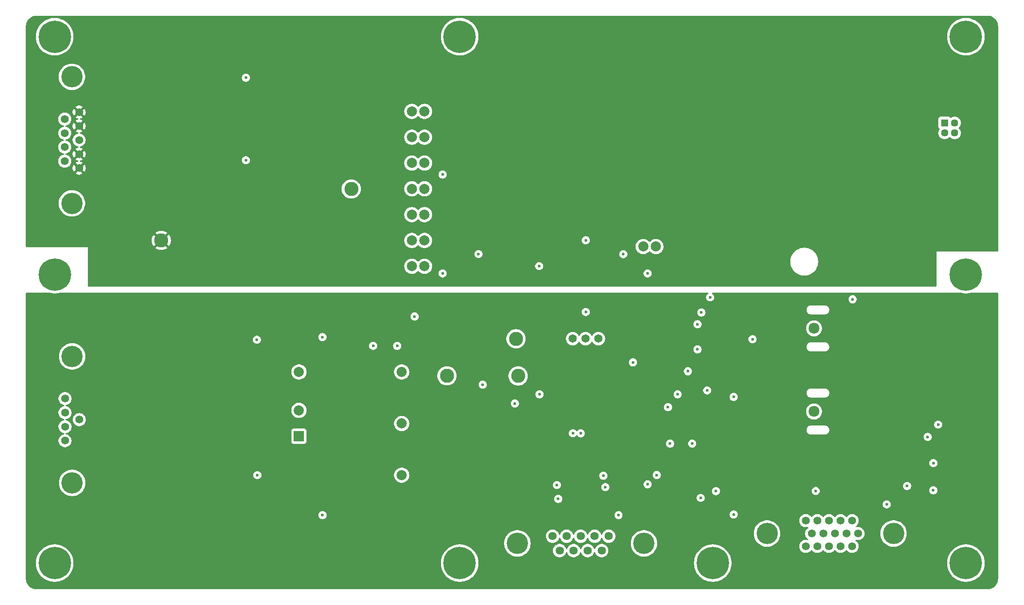
<source format=gbr>
%TF.GenerationSoftware,KiCad,Pcbnew,9.0.3*%
%TF.CreationDate,2025-09-16T12:03:33-04:00*%
%TF.ProjectId,6_COLD_TPC_HV,365f434f-4c44-45f5-9450-435f48562e6b,rev?*%
%TF.SameCoordinates,Original*%
%TF.FileFunction,Copper,L7,Inr*%
%TF.FilePolarity,Positive*%
%FSLAX46Y46*%
G04 Gerber Fmt 4.6, Leading zero omitted, Abs format (unit mm)*
G04 Created by KiCad (PCBNEW 9.0.3) date 2025-09-16 12:03:33*
%MOMM*%
%LPD*%
G01*
G04 APERTURE LIST*
%TA.AperFunction,ComponentPad*%
%ADD10C,2.800000*%
%TD*%
%TA.AperFunction,ComponentPad*%
%ADD11C,6.400000*%
%TD*%
%TA.AperFunction,ComponentPad*%
%ADD12C,2.159000*%
%TD*%
%TA.AperFunction,ComponentPad*%
%ADD13C,1.575000*%
%TD*%
%TA.AperFunction,ComponentPad*%
%ADD14C,4.216000*%
%TD*%
%TA.AperFunction,ComponentPad*%
%ADD15C,1.650000*%
%TD*%
%TA.AperFunction,ComponentPad*%
%ADD16C,2.000000*%
%TD*%
%TA.AperFunction,ComponentPad*%
%ADD17R,1.447800X1.447800*%
%TD*%
%TA.AperFunction,ComponentPad*%
%ADD18C,1.447800*%
%TD*%
%TA.AperFunction,ComponentPad*%
%ADD19C,1.635000*%
%TD*%
%TA.AperFunction,ComponentPad*%
%ADD20C,1.560000*%
%TD*%
%TA.AperFunction,ComponentPad*%
%ADD21R,2.000000X2.000000*%
%TD*%
%TA.AperFunction,ViaPad*%
%ADD22C,0.600000*%
%TD*%
G04 APERTURE END LIST*
D10*
%TO.N,/V_TELEM_RTN*%
%TO.C,GND1*%
X104730000Y-118410000D03*
%TD*%
D11*
%TO.N,GNDPWR*%
%TO.C,H3*%
X270000000Y-58000000D03*
%TD*%
%TO.N,GNDPWR*%
%TO.C,H2*%
X90000000Y-105000000D03*
%TD*%
D12*
%TO.N,Net-(P1-Pad1)*%
%TO.C,P1*%
X240000000Y-132049800D03*
%TD*%
D11*
%TO.N,GNDPWR*%
%TO.C,H6*%
X170000000Y-58000000D03*
%TD*%
D13*
%TO.N,/TEMP_0_Telem*%
%TO.C,J3*%
X247536000Y-153630000D03*
%TO.N,/TEMP_1_Telem*%
X245246000Y-153630000D03*
%TO.N,unconnected-(J3-Pad3)*%
X242956000Y-153630000D03*
%TO.N,/HV_I_MON_Telem*%
X240666000Y-153630000D03*
%TO.N,/HV_MON_Telem*%
X238376000Y-153630000D03*
%TO.N,/V3p3_RTN*%
X248681000Y-156170000D03*
X246391000Y-156170000D03*
X244101000Y-156170000D03*
X241811000Y-156170000D03*
X239521000Y-156170000D03*
%TO.N,unconnected-(J3-Pad11)*%
X247536000Y-158710000D03*
%TO.N,unconnected-(J3-Pad12)*%
X245246000Y-158710000D03*
%TO.N,unconnected-(J3-Pad13)*%
X242956000Y-158710000D03*
%TO.N,unconnected-(J3-Pad14)*%
X240666000Y-158710000D03*
%TO.N,unconnected-(J3-Pad15)*%
X238376000Y-158710000D03*
D14*
%TO.N,GNDPWR*%
X230715000Y-156170000D03*
X255705000Y-156170000D03*
%TD*%
D10*
%TO.N,/V3p3*%
%TO.C,V_{3.3V}1*%
X181560000Y-125020000D03*
%TD*%
D15*
%TO.N,/HV_SET_INT*%
%TO.C,J5*%
X197400000Y-117660000D03*
%TO.N,/Main_DCDC_Converter/HV_SET*%
X194860000Y-117660000D03*
%TO.N,/HV_SET_EXT*%
X192320000Y-117660000D03*
%TD*%
D11*
%TO.N,GNDPWR*%
%TO.C,H9*%
X270000000Y-105000000D03*
%TD*%
D16*
%TO.N,/Main_DCDC_Converter/V_RTN*%
%TO.C,U1*%
X160560000Y-72745000D03*
%TO.N,/Main_DCDC_Converter/V_IN*%
X160560000Y-77845000D03*
%TO.N,/HV_I_MON*%
X160560000Y-82945000D03*
%TO.N,/HV_EN*%
X160560000Y-88045000D03*
%TO.N,/V3p3_RTN*%
X160560000Y-93145000D03*
%TO.N,N/C*%
X160560000Y-98245000D03*
%TO.N,/5V_REF*%
X160560000Y-103345000D03*
%TO.N,/Main_DCDC_Converter/V_RTN*%
X163060000Y-72745000D03*
%TO.N,/Main_DCDC_Converter/V_IN*%
X163060000Y-77845000D03*
%TO.N,unconnected-(U1-NC-Pad10)*%
X163060000Y-82945000D03*
%TO.N,/Main_DCDC_Converter/V_RTN*%
X163060000Y-88045000D03*
%TO.N,Net-(U1-V_MODE)*%
X163060000Y-93145000D03*
%TO.N,/Main_DCDC_Converter/HV_SET*%
X163060000Y-98245000D03*
%TO.N,/HV_MON*%
X163060000Y-103345000D03*
%TO.N,/HV_RTN*%
X206260000Y-99445000D03*
X208760000Y-99445000D03*
%TD*%
D11*
%TO.N,GNDPWR*%
%TO.C,H8*%
X170000000Y-162000000D03*
%TD*%
%TO.N,GNDPWR*%
%TO.C,H4*%
X220000000Y-162000000D03*
%TD*%
D17*
%TO.N,/HV_RTN*%
%TO.C,J6*%
X265779999Y-75009999D03*
D18*
X265779999Y-77010000D03*
X267780000Y-75009999D03*
X267780000Y-77010000D03*
%TD*%
D11*
%TO.N,GNDPWR*%
%TO.C,H7*%
X270000000Y-162000000D03*
%TD*%
D19*
%TO.N,/SYNC_n+*%
%TO.C,J4*%
X199440000Y-156690000D03*
%TO.N,/Enable-*%
X196670000Y-156690000D03*
%TO.N,unconnected-(J4-Pad3)*%
X193900000Y-156690000D03*
%TO.N,/SCLK+*%
X191130000Y-156690000D03*
%TO.N,/Data_In-*%
X188360000Y-156690000D03*
%TO.N,/SYNC_n-*%
X198055000Y-159530000D03*
%TO.N,/Enable+*%
X195285000Y-159530000D03*
%TO.N,/SCLK-*%
X192515000Y-159530000D03*
%TO.N,/Data_In+*%
X189745000Y-159530000D03*
D14*
%TO.N,GNDPWR*%
X181400000Y-158110000D03*
X206400000Y-158110000D03*
%TD*%
D20*
%TO.N,/V_TELEM_RTN*%
%TO.C,J2*%
X94880000Y-128120000D03*
X94880000Y-130890000D03*
%TO.N,unconnected-(J2-Pad3)*%
X94880000Y-133660000D03*
%TO.N,/V_TELEM_RTN*%
X94880000Y-136430000D03*
X94880000Y-139200000D03*
%TO.N,/V_TELEM_IN*%
X92040000Y-129505000D03*
X92040000Y-132275000D03*
X92040000Y-135045000D03*
X92040000Y-137815000D03*
D14*
%TO.N,GNDPWR*%
X93460000Y-121160000D03*
X93460000Y-146160000D03*
%TD*%
D21*
%TO.N,/Telemetry_DCDC_Converter/V_POS*%
%TO.C,U4*%
X138247500Y-136930000D03*
D16*
%TO.N,/Telemetry_DCDC_Converter/V_RTN*%
X138247500Y-131830000D03*
%TO.N,/P5V*%
X158547500Y-144630000D03*
%TO.N,unconnected-(U4-COMMON-Pad4)*%
X158547500Y-134430000D03*
%TO.N,/V3p3_RTN*%
X158547500Y-124230000D03*
%TO.N,unconnected-(U4-REMOTE-Pad6)*%
X138247500Y-124230000D03*
%TD*%
D10*
%TO.N,/V3p3_RTN*%
%TO.C,V_{GND}1*%
X167490000Y-124990000D03*
%TD*%
%TO.N,/HV_SET_EXT*%
%TO.C,HV_SET_{-EXT}1*%
X181130000Y-117680000D03*
%TD*%
D11*
%TO.N,GNDPWR*%
%TO.C,H5*%
X90000000Y-162000000D03*
%TD*%
%TO.N,GNDPWR*%
%TO.C,H1*%
X90000000Y-58000000D03*
%TD*%
D20*
%TO.N,/V_SEC_RTN*%
%TO.C,J1*%
X94830000Y-72880000D03*
X94830000Y-75650000D03*
%TO.N,unconnected-(J1-Pad3)*%
X94830000Y-78420000D03*
%TO.N,/V_SEC_RTN*%
X94830000Y-81190000D03*
X94830000Y-83960000D03*
%TO.N,/V_SEC_IN*%
X91990000Y-74265000D03*
X91990000Y-77035000D03*
X91990000Y-79805000D03*
X91990000Y-82575000D03*
D14*
%TO.N,GNDPWR*%
X93410000Y-65920000D03*
X93410000Y-90920000D03*
%TD*%
D10*
%TO.N,/V_SEC_RTN*%
%TO.C,GND2*%
X111060000Y-98240000D03*
%TD*%
D12*
%TO.N,Net-(M3-Pad3)*%
%TO.C,P2*%
X240000000Y-115620000D03*
%TD*%
D10*
%TO.N,/HV_EN*%
%TO.C,V_{EN}1*%
X148590000Y-88075000D03*
%TD*%
D22*
%TO.N,/V_SEC_RTN*%
X101572000Y-81869000D03*
X273050000Y-95250000D03*
X254000000Y-88900000D03*
X184150000Y-57150000D03*
X266700000Y-95250000D03*
X228600000Y-57150000D03*
X254000000Y-76200000D03*
X133350000Y-88900000D03*
X146050000Y-63500000D03*
X146050000Y-101600000D03*
X120650000Y-101600000D03*
X228600000Y-63500000D03*
X139700000Y-95250000D03*
X120650000Y-82550000D03*
X203200000Y-63500000D03*
X133350000Y-57150000D03*
X234950000Y-57150000D03*
X266700000Y-69850000D03*
X133350000Y-63500000D03*
X260350000Y-63500000D03*
X152400000Y-95250000D03*
X101600000Y-88900000D03*
X137668000Y-74168000D03*
X222250000Y-63500000D03*
X139700000Y-74168000D03*
X273050000Y-63500000D03*
X254000000Y-69850000D03*
X209550000Y-57150000D03*
X131572000Y-74168000D03*
X101600000Y-101600000D03*
X133350000Y-95250000D03*
X114300000Y-88900000D03*
X100556000Y-81869000D03*
X254000000Y-82550000D03*
X132730000Y-99745000D03*
X177800000Y-57150000D03*
X247650000Y-57150000D03*
X241300000Y-57150000D03*
X152400000Y-101600000D03*
X120650000Y-95250000D03*
X215900000Y-63500000D03*
X127000000Y-63500000D03*
X102588000Y-81869000D03*
X139700000Y-101600000D03*
X260350000Y-57150000D03*
X139700000Y-82550000D03*
X152400000Y-63500000D03*
X95250000Y-57150000D03*
X146360000Y-105350000D03*
X120650000Y-63500000D03*
X114300000Y-101600000D03*
X254000000Y-95250000D03*
X260350000Y-76200000D03*
X146050000Y-82550000D03*
X254000000Y-101600000D03*
X139700000Y-63500000D03*
X139700000Y-57150000D03*
X260350000Y-88900000D03*
X152400000Y-88900000D03*
X209550000Y-63500000D03*
X254000000Y-63500000D03*
X100556000Y-82885000D03*
X254000000Y-57150000D03*
X234950000Y-63500000D03*
X120650000Y-57150000D03*
X273050000Y-76200000D03*
X135636000Y-74168000D03*
X215900000Y-57150000D03*
X129540000Y-74168000D03*
X114300000Y-63500000D03*
X266700000Y-88900000D03*
X260350000Y-95250000D03*
X102588000Y-82885000D03*
X273050000Y-88900000D03*
X247650000Y-63500000D03*
X152400000Y-82550000D03*
X146050000Y-95250000D03*
X107950000Y-101600000D03*
X107950000Y-95250000D03*
X260350000Y-69850000D03*
X101572000Y-82885000D03*
X114300000Y-82550000D03*
X158750000Y-63500000D03*
X101600000Y-57150000D03*
X146050000Y-57150000D03*
X241300000Y-63500000D03*
X127000000Y-95250000D03*
X127000000Y-57150000D03*
X158750000Y-57150000D03*
X88900000Y-95250000D03*
X184150000Y-63500000D03*
X260350000Y-82550000D03*
X127000000Y-101600000D03*
X107950000Y-88900000D03*
X260350000Y-101600000D03*
X114300000Y-57150000D03*
X196850000Y-57150000D03*
X266700000Y-63500000D03*
X266700000Y-82550000D03*
X114300000Y-95250000D03*
X133604000Y-74168000D03*
X190500000Y-57150000D03*
X273050000Y-82550000D03*
X196850000Y-63500000D03*
X144390000Y-105350000D03*
X127000000Y-88900000D03*
X95250000Y-95250000D03*
X139700000Y-88900000D03*
X152400000Y-57150000D03*
X190500000Y-63500000D03*
X273050000Y-69850000D03*
X165100000Y-63500000D03*
X177800000Y-63500000D03*
X203200000Y-57150000D03*
X120650000Y-88900000D03*
X165100000Y-57150000D03*
X101600000Y-95250000D03*
X107950000Y-57150000D03*
X222250000Y-57150000D03*
%TO.N,GNDPWR*%
X152908000Y-119070000D03*
X127780000Y-66095000D03*
X127770000Y-82395000D03*
%TO.N,/V3p3*%
X198385000Y-144740000D03*
X216980000Y-114810000D03*
X263560000Y-147630000D03*
X174550000Y-126740000D03*
X189205000Y-146580000D03*
X215935000Y-138383800D03*
%TO.N,/V3p3_RTN*%
X218895000Y-127873800D03*
X227840000Y-117770000D03*
X157660000Y-119080000D03*
X211565000Y-138393800D03*
X180910000Y-130470000D03*
X217605000Y-149123800D03*
X258380000Y-146770000D03*
X217735000Y-112490000D03*
X198775000Y-147000000D03*
X161115000Y-113270000D03*
X215090000Y-124100000D03*
X264510000Y-134640000D03*
X263570000Y-142250000D03*
X211155000Y-131183800D03*
X208935000Y-144593800D03*
X193915000Y-136350000D03*
X216980000Y-119770000D03*
X189455000Y-149310000D03*
%TO.N,/V_TELEM_RTN*%
X260350000Y-158750000D03*
X102000000Y-131000000D03*
X127000000Y-165100000D03*
X114300000Y-114300000D03*
X107950000Y-158750000D03*
X190500000Y-114300000D03*
X146050000Y-114300000D03*
X192300000Y-126260000D03*
X127000000Y-158750000D03*
X184150000Y-146050000D03*
X171450000Y-120650000D03*
X273050000Y-158750000D03*
X152400000Y-158750000D03*
X222250000Y-127000000D03*
X177800000Y-146050000D03*
X139700000Y-120650000D03*
X190500000Y-120650000D03*
X101600000Y-114300000D03*
X127000000Y-133350000D03*
X100000000Y-131000000D03*
X273050000Y-133350000D03*
X144400000Y-110600000D03*
X209550000Y-127000000D03*
X120650000Y-133350000D03*
X139700000Y-165100000D03*
X241300000Y-139700000D03*
X273050000Y-139700000D03*
X273050000Y-146050000D03*
X133350000Y-158750000D03*
X234950000Y-139700000D03*
X114300000Y-158750000D03*
X101600000Y-152400000D03*
X254000000Y-120650000D03*
X139700000Y-158750000D03*
X146050000Y-165100000D03*
X158750000Y-114300000D03*
X100000000Y-132000000D03*
X196850000Y-133350000D03*
X234950000Y-120650000D03*
X254000000Y-114300000D03*
X228600000Y-146050000D03*
X101600000Y-127000000D03*
X133350000Y-127000000D03*
X203200000Y-127000000D03*
X234950000Y-133350000D03*
X133350000Y-146050000D03*
X101000000Y-131000000D03*
X266700000Y-127000000D03*
X95250000Y-158750000D03*
X215900000Y-158750000D03*
X102000000Y-132000000D03*
X266700000Y-158750000D03*
X146050000Y-120650000D03*
X101600000Y-120650000D03*
X177800000Y-120650000D03*
X133350000Y-152400000D03*
X266700000Y-152400000D03*
X120650000Y-114300000D03*
X171450000Y-139700000D03*
X266700000Y-165100000D03*
X273050000Y-120650000D03*
X101000000Y-132000000D03*
X171450000Y-146050000D03*
X215900000Y-127000000D03*
X114300000Y-165100000D03*
X241300000Y-146050000D03*
X260350000Y-127000000D03*
X165100000Y-120650000D03*
X215900000Y-152400000D03*
X171450000Y-114300000D03*
X228600000Y-127000000D03*
X165100000Y-158750000D03*
X107950000Y-152400000D03*
X158750000Y-158750000D03*
X215900000Y-165100000D03*
X127000000Y-114300000D03*
X209550000Y-139700000D03*
X228600000Y-139700000D03*
X146360000Y-110600000D03*
X254000000Y-127000000D03*
X165100000Y-139700000D03*
X234950000Y-127000000D03*
X120650000Y-152400000D03*
X107950000Y-120650000D03*
X133350000Y-120650000D03*
X190500000Y-139700000D03*
X177800000Y-139700000D03*
X260350000Y-165100000D03*
X133350000Y-165100000D03*
X133350000Y-139700000D03*
X196850000Y-127000000D03*
X95250000Y-152400000D03*
X165100000Y-165100000D03*
X120650000Y-158750000D03*
X190500000Y-133350000D03*
X152400000Y-165100000D03*
X260350000Y-114300000D03*
X107950000Y-165100000D03*
X184150000Y-114300000D03*
X203200000Y-114300000D03*
X273050000Y-114300000D03*
X203200000Y-133350000D03*
X228600000Y-120650000D03*
X165100000Y-114300000D03*
X273050000Y-152400000D03*
X158750000Y-165100000D03*
X101600000Y-158750000D03*
X203200000Y-146050000D03*
X273050000Y-127000000D03*
X114300000Y-152400000D03*
X101600000Y-165100000D03*
X260350000Y-120650000D03*
X177800000Y-114300000D03*
X222250000Y-139700000D03*
X127000000Y-152400000D03*
X203200000Y-120650000D03*
X140500000Y-114475000D03*
X114300000Y-133350000D03*
X266700000Y-114300000D03*
X209550000Y-133350000D03*
X234950000Y-146050000D03*
X152400000Y-114300000D03*
X184150000Y-139700000D03*
X196850000Y-114300000D03*
X203200000Y-139700000D03*
X165100000Y-146050000D03*
X228600000Y-133350000D03*
X266700000Y-120650000D03*
X95250000Y-165100000D03*
X209550000Y-152400000D03*
X146050000Y-158750000D03*
X120650000Y-165100000D03*
X184150000Y-120650000D03*
X88900000Y-152400000D03*
X107950000Y-114300000D03*
%TO.N,/P5V*%
X129950000Y-117870000D03*
X262450000Y-137070000D03*
X254360000Y-150400000D03*
X130040000Y-144630000D03*
X192365000Y-136340000D03*
%TO.N,/5V_REF*%
X173720000Y-100945000D03*
X204240000Y-122350000D03*
X202320000Y-100950000D03*
%TO.N,/HV_I_MON_Telem*%
X240331193Y-147760234D03*
X220625000Y-147778800D03*
%TO.N,/HV_MON_Telem*%
X224130000Y-129170000D03*
X224130000Y-152390000D03*
%TO.N,/TEMP_0_Telem*%
X247610000Y-109880000D03*
X219470000Y-109500000D03*
%TO.N,/Enable_SIG*%
X201380000Y-152530000D03*
X142910000Y-117340000D03*
X142910000Y-152530000D03*
%TO.N,/HV_MON*%
X185780000Y-128650000D03*
X185710000Y-103320000D03*
X213060000Y-128650000D03*
%TO.N,/HV_I_MON*%
X166640000Y-104760000D03*
X207130000Y-146440000D03*
X207130000Y-104760000D03*
X166630000Y-85230000D03*
%TO.N,/Main_DCDC_Converter/HV_SET*%
X194920000Y-98220000D03*
X194910000Y-112380000D03*
%TD*%
%TA.AperFunction,Conductor*%
%TO.N,/V_TELEM_RTN*%
G36*
X89003224Y-108570109D02*
G01*
X89003592Y-108570005D01*
X89038480Y-108575338D01*
X89099767Y-108593930D01*
X89099776Y-108593931D01*
X89099785Y-108593934D01*
X89343891Y-108642489D01*
X89456369Y-108664862D01*
X89818206Y-108700500D01*
X89818209Y-108700500D01*
X90181791Y-108700500D01*
X90181794Y-108700500D01*
X90543631Y-108664862D01*
X90813727Y-108611137D01*
X90900214Y-108593934D01*
X90900218Y-108593932D01*
X90900233Y-108593930D01*
X90961519Y-108575338D01*
X90997514Y-108570000D01*
X219012207Y-108570000D01*
X219079246Y-108589685D01*
X219125001Y-108642489D01*
X219134945Y-108711647D01*
X219105920Y-108775203D01*
X219081098Y-108797102D01*
X218959711Y-108878210D01*
X218959707Y-108878213D01*
X218848213Y-108989707D01*
X218848210Y-108989711D01*
X218760609Y-109120814D01*
X218760602Y-109120827D01*
X218700264Y-109266498D01*
X218700261Y-109266510D01*
X218669500Y-109421153D01*
X218669500Y-109578846D01*
X218700261Y-109733489D01*
X218700264Y-109733501D01*
X218760602Y-109879172D01*
X218760609Y-109879185D01*
X218848210Y-110010288D01*
X218848213Y-110010292D01*
X218959707Y-110121786D01*
X218959711Y-110121789D01*
X219090814Y-110209390D01*
X219090827Y-110209397D01*
X219211028Y-110259185D01*
X219236503Y-110269737D01*
X219391153Y-110300499D01*
X219391156Y-110300500D01*
X219391158Y-110300500D01*
X219548844Y-110300500D01*
X219548845Y-110300499D01*
X219703497Y-110269737D01*
X219849179Y-110209394D01*
X219980289Y-110121789D01*
X220091789Y-110010289D01*
X220179394Y-109879179D01*
X220211711Y-109801158D01*
X220211713Y-109801153D01*
X246809500Y-109801153D01*
X246809500Y-109958846D01*
X246840261Y-110113489D01*
X246840264Y-110113501D01*
X246900602Y-110259172D01*
X246900609Y-110259185D01*
X246988210Y-110390288D01*
X246988213Y-110390292D01*
X247099707Y-110501786D01*
X247099711Y-110501789D01*
X247230814Y-110589390D01*
X247230827Y-110589397D01*
X247376498Y-110649735D01*
X247376503Y-110649737D01*
X247531153Y-110680499D01*
X247531156Y-110680500D01*
X247531158Y-110680500D01*
X247688844Y-110680500D01*
X247688845Y-110680499D01*
X247843497Y-110649737D01*
X247989179Y-110589394D01*
X248120289Y-110501789D01*
X248231789Y-110390289D01*
X248319394Y-110259179D01*
X248379737Y-110113497D01*
X248410500Y-109958842D01*
X248410500Y-109801158D01*
X248410500Y-109801155D01*
X248410499Y-109801153D01*
X248379738Y-109646510D01*
X248379737Y-109646503D01*
X248351711Y-109578842D01*
X248319397Y-109500827D01*
X248319390Y-109500814D01*
X248231789Y-109369711D01*
X248231786Y-109369707D01*
X248120292Y-109258213D01*
X248120288Y-109258210D01*
X247989185Y-109170609D01*
X247989172Y-109170602D01*
X247843501Y-109110264D01*
X247843489Y-109110261D01*
X247688845Y-109079500D01*
X247688842Y-109079500D01*
X247531158Y-109079500D01*
X247531155Y-109079500D01*
X247376510Y-109110261D01*
X247376498Y-109110264D01*
X247230827Y-109170602D01*
X247230814Y-109170609D01*
X247099711Y-109258210D01*
X247099707Y-109258213D01*
X246988213Y-109369707D01*
X246988210Y-109369711D01*
X246900609Y-109500814D01*
X246900602Y-109500827D01*
X246840264Y-109646498D01*
X246840261Y-109646510D01*
X246809500Y-109801153D01*
X220211713Y-109801153D01*
X220233887Y-109747621D01*
X220233887Y-109747618D01*
X220239737Y-109733497D01*
X220270500Y-109578842D01*
X220270500Y-109421158D01*
X220270500Y-109421155D01*
X220270499Y-109421153D01*
X220239738Y-109266510D01*
X220239737Y-109266503D01*
X220200017Y-109170609D01*
X220179397Y-109120827D01*
X220179390Y-109120814D01*
X220091789Y-108989711D01*
X220091786Y-108989707D01*
X219980292Y-108878213D01*
X219980288Y-108878210D01*
X219858902Y-108797102D01*
X219814097Y-108743490D01*
X219805390Y-108674165D01*
X219835545Y-108611137D01*
X219894988Y-108574418D01*
X219927793Y-108570000D01*
X269002486Y-108570000D01*
X269038480Y-108575338D01*
X269099767Y-108593930D01*
X269099776Y-108593931D01*
X269099785Y-108593934D01*
X269343891Y-108642489D01*
X269456369Y-108664862D01*
X269818206Y-108700500D01*
X269818209Y-108700500D01*
X270181791Y-108700500D01*
X270181794Y-108700500D01*
X270543631Y-108664862D01*
X270813727Y-108611137D01*
X270900214Y-108593934D01*
X270900218Y-108593932D01*
X270900233Y-108593930D01*
X270961519Y-108575338D01*
X270997514Y-108570000D01*
X276235500Y-108570000D01*
X276302539Y-108589685D01*
X276348294Y-108642489D01*
X276359500Y-108694000D01*
X276359500Y-165095933D01*
X276359235Y-165104043D01*
X276342583Y-165358104D01*
X276340465Y-165374186D01*
X276291591Y-165619888D01*
X276287393Y-165635554D01*
X276206864Y-165872786D01*
X276200657Y-165887772D01*
X276089853Y-166112460D01*
X276081743Y-166126507D01*
X275942559Y-166334811D01*
X275932685Y-166347679D01*
X275767502Y-166536033D01*
X275756033Y-166547502D01*
X275567679Y-166712685D01*
X275554811Y-166722559D01*
X275346507Y-166861743D01*
X275332460Y-166869853D01*
X275107772Y-166980657D01*
X275092786Y-166986864D01*
X274855554Y-167067393D01*
X274839888Y-167071591D01*
X274594186Y-167120465D01*
X274578104Y-167122583D01*
X274324043Y-167139235D01*
X274315933Y-167139500D01*
X86364067Y-167139500D01*
X86355957Y-167139235D01*
X86101895Y-167122583D01*
X86085814Y-167120465D01*
X86050770Y-167113494D01*
X85840111Y-167071591D01*
X85824445Y-167067393D01*
X85587213Y-166986864D01*
X85572227Y-166980657D01*
X85347539Y-166869853D01*
X85333492Y-166861743D01*
X85125188Y-166722559D01*
X85112320Y-166712685D01*
X84923966Y-166547502D01*
X84912497Y-166536033D01*
X84747314Y-166347679D01*
X84737440Y-166334811D01*
X84598256Y-166126507D01*
X84590146Y-166112460D01*
X84479464Y-165888019D01*
X84479339Y-165887765D01*
X84473135Y-165872786D01*
X84392606Y-165635554D01*
X84388408Y-165619888D01*
X84379736Y-165576292D01*
X84339532Y-165374172D01*
X84337417Y-165358114D01*
X84320765Y-165104042D01*
X84320500Y-165095933D01*
X84320500Y-161818209D01*
X86299500Y-161818209D01*
X86299500Y-162181790D01*
X86335137Y-162543630D01*
X86406064Y-162900212D01*
X86406067Y-162900223D01*
X86511614Y-163248165D01*
X86650754Y-163584078D01*
X86650756Y-163584083D01*
X86822140Y-163904720D01*
X86822151Y-163904738D01*
X87024140Y-164207035D01*
X87024150Y-164207049D01*
X87254807Y-164488106D01*
X87511893Y-164745192D01*
X87511898Y-164745196D01*
X87511899Y-164745197D01*
X87792956Y-164975854D01*
X88095268Y-165177853D01*
X88095277Y-165177858D01*
X88095279Y-165177859D01*
X88415916Y-165349243D01*
X88415918Y-165349243D01*
X88415924Y-165349247D01*
X88751836Y-165488386D01*
X89099767Y-165593930D01*
X89099773Y-165593931D01*
X89099776Y-165593932D01*
X89099787Y-165593935D01*
X89456369Y-165664862D01*
X89818206Y-165700500D01*
X89818209Y-165700500D01*
X90181791Y-165700500D01*
X90181794Y-165700500D01*
X90543631Y-165664862D01*
X90613045Y-165651054D01*
X90900212Y-165593935D01*
X90900223Y-165593932D01*
X90900223Y-165593931D01*
X90900233Y-165593930D01*
X91248164Y-165488386D01*
X91584076Y-165349247D01*
X91904732Y-165177853D01*
X92207044Y-164975854D01*
X92488101Y-164745197D01*
X92745197Y-164488101D01*
X92975854Y-164207044D01*
X93177853Y-163904732D01*
X93349247Y-163584076D01*
X93488386Y-163248164D01*
X93593930Y-162900233D01*
X93593932Y-162900223D01*
X93593935Y-162900212D01*
X93664862Y-162543630D01*
X93700500Y-162181790D01*
X93700500Y-161818209D01*
X166299500Y-161818209D01*
X166299500Y-162181790D01*
X166335137Y-162543630D01*
X166406064Y-162900212D01*
X166406067Y-162900223D01*
X166511614Y-163248165D01*
X166650754Y-163584078D01*
X166650756Y-163584083D01*
X166822140Y-163904720D01*
X166822151Y-163904738D01*
X167024140Y-164207035D01*
X167024150Y-164207049D01*
X167254807Y-164488106D01*
X167511893Y-164745192D01*
X167511898Y-164745196D01*
X167511899Y-164745197D01*
X167792956Y-164975854D01*
X168095268Y-165177853D01*
X168095277Y-165177858D01*
X168095279Y-165177859D01*
X168415916Y-165349243D01*
X168415918Y-165349243D01*
X168415924Y-165349247D01*
X168751836Y-165488386D01*
X169099767Y-165593930D01*
X169099773Y-165593931D01*
X169099776Y-165593932D01*
X169099787Y-165593935D01*
X169456369Y-165664862D01*
X169818206Y-165700500D01*
X169818209Y-165700500D01*
X170181791Y-165700500D01*
X170181794Y-165700500D01*
X170543631Y-165664862D01*
X170613045Y-165651054D01*
X170900212Y-165593935D01*
X170900223Y-165593932D01*
X170900223Y-165593931D01*
X170900233Y-165593930D01*
X171248164Y-165488386D01*
X171584076Y-165349247D01*
X171904732Y-165177853D01*
X172207044Y-164975854D01*
X172488101Y-164745197D01*
X172745197Y-164488101D01*
X172975854Y-164207044D01*
X173177853Y-163904732D01*
X173349247Y-163584076D01*
X173488386Y-163248164D01*
X173593930Y-162900233D01*
X173593932Y-162900223D01*
X173593935Y-162900212D01*
X173664862Y-162543630D01*
X173700500Y-162181790D01*
X173700500Y-161818209D01*
X216299500Y-161818209D01*
X216299500Y-162181790D01*
X216335137Y-162543630D01*
X216406064Y-162900212D01*
X216406067Y-162900223D01*
X216511614Y-163248165D01*
X216650754Y-163584078D01*
X216650756Y-163584083D01*
X216822140Y-163904720D01*
X216822151Y-163904738D01*
X217024140Y-164207035D01*
X217024150Y-164207049D01*
X217254807Y-164488106D01*
X217511893Y-164745192D01*
X217511898Y-164745196D01*
X217511899Y-164745197D01*
X217792956Y-164975854D01*
X218095268Y-165177853D01*
X218095277Y-165177858D01*
X218095279Y-165177859D01*
X218415916Y-165349243D01*
X218415918Y-165349243D01*
X218415924Y-165349247D01*
X218751836Y-165488386D01*
X219099767Y-165593930D01*
X219099773Y-165593931D01*
X219099776Y-165593932D01*
X219099787Y-165593935D01*
X219456369Y-165664862D01*
X219818206Y-165700500D01*
X219818209Y-165700500D01*
X220181791Y-165700500D01*
X220181794Y-165700500D01*
X220543631Y-165664862D01*
X220613045Y-165651054D01*
X220900212Y-165593935D01*
X220900223Y-165593932D01*
X220900223Y-165593931D01*
X220900233Y-165593930D01*
X221248164Y-165488386D01*
X221584076Y-165349247D01*
X221904732Y-165177853D01*
X222207044Y-164975854D01*
X222488101Y-164745197D01*
X222745197Y-164488101D01*
X222975854Y-164207044D01*
X223177853Y-163904732D01*
X223349247Y-163584076D01*
X223488386Y-163248164D01*
X223593930Y-162900233D01*
X223593932Y-162900223D01*
X223593935Y-162900212D01*
X223664862Y-162543630D01*
X223700500Y-162181790D01*
X223700500Y-161818209D01*
X266299500Y-161818209D01*
X266299500Y-162181790D01*
X266335137Y-162543630D01*
X266406064Y-162900212D01*
X266406067Y-162900223D01*
X266511614Y-163248165D01*
X266650754Y-163584078D01*
X266650756Y-163584083D01*
X266822140Y-163904720D01*
X266822151Y-163904738D01*
X267024140Y-164207035D01*
X267024150Y-164207049D01*
X267254807Y-164488106D01*
X267511893Y-164745192D01*
X267511898Y-164745196D01*
X267511899Y-164745197D01*
X267792956Y-164975854D01*
X268095268Y-165177853D01*
X268095277Y-165177858D01*
X268095279Y-165177859D01*
X268415916Y-165349243D01*
X268415918Y-165349243D01*
X268415924Y-165349247D01*
X268751836Y-165488386D01*
X269099767Y-165593930D01*
X269099773Y-165593931D01*
X269099776Y-165593932D01*
X269099787Y-165593935D01*
X269456369Y-165664862D01*
X269818206Y-165700500D01*
X269818209Y-165700500D01*
X270181791Y-165700500D01*
X270181794Y-165700500D01*
X270543631Y-165664862D01*
X270613045Y-165651054D01*
X270900212Y-165593935D01*
X270900223Y-165593932D01*
X270900223Y-165593931D01*
X270900233Y-165593930D01*
X271248164Y-165488386D01*
X271584076Y-165349247D01*
X271904732Y-165177853D01*
X272207044Y-164975854D01*
X272488101Y-164745197D01*
X272745197Y-164488101D01*
X272975854Y-164207044D01*
X273177853Y-163904732D01*
X273349247Y-163584076D01*
X273488386Y-163248164D01*
X273593930Y-162900233D01*
X273593932Y-162900223D01*
X273593935Y-162900212D01*
X273664862Y-162543630D01*
X273700500Y-162181790D01*
X273700500Y-161818209D01*
X273664862Y-161456369D01*
X273593935Y-161099787D01*
X273593932Y-161099776D01*
X273593931Y-161099773D01*
X273593930Y-161099767D01*
X273488386Y-160751836D01*
X273349247Y-160415924D01*
X273334653Y-160388621D01*
X273177859Y-160095279D01*
X273177858Y-160095277D01*
X273177853Y-160095268D01*
X272975854Y-159792956D01*
X272745197Y-159511899D01*
X272745196Y-159511898D01*
X272745192Y-159511893D01*
X272488106Y-159254807D01*
X272207049Y-159024150D01*
X272207048Y-159024149D01*
X272207044Y-159024146D01*
X271930279Y-158839217D01*
X271904738Y-158822151D01*
X271904737Y-158822150D01*
X271904732Y-158822147D01*
X271904727Y-158822144D01*
X271904720Y-158822140D01*
X271584083Y-158650756D01*
X271584078Y-158650754D01*
X271248165Y-158511614D01*
X270900223Y-158406067D01*
X270900212Y-158406064D01*
X270543630Y-158335137D01*
X270271111Y-158308296D01*
X270181794Y-158299500D01*
X269818206Y-158299500D01*
X269735679Y-158307628D01*
X269456369Y-158335137D01*
X269099787Y-158406064D01*
X269099776Y-158406067D01*
X268751834Y-158511614D01*
X268415921Y-158650754D01*
X268415916Y-158650756D01*
X268095279Y-158822140D01*
X268095261Y-158822151D01*
X267792964Y-159024140D01*
X267792950Y-159024150D01*
X267511893Y-159254807D01*
X267254807Y-159511893D01*
X267024150Y-159792950D01*
X267024140Y-159792964D01*
X266822151Y-160095261D01*
X266822140Y-160095279D01*
X266650756Y-160415916D01*
X266650754Y-160415921D01*
X266511614Y-160751834D01*
X266406067Y-161099776D01*
X266406064Y-161099787D01*
X266335137Y-161456369D01*
X266299500Y-161818209D01*
X223700500Y-161818209D01*
X223664862Y-161456369D01*
X223593935Y-161099787D01*
X223593932Y-161099776D01*
X223593931Y-161099773D01*
X223593930Y-161099767D01*
X223488386Y-160751836D01*
X223349247Y-160415924D01*
X223334653Y-160388621D01*
X223177859Y-160095279D01*
X223177858Y-160095277D01*
X223177853Y-160095268D01*
X222975854Y-159792956D01*
X222745197Y-159511899D01*
X222745196Y-159511898D01*
X222745192Y-159511893D01*
X222488106Y-159254807D01*
X222207049Y-159024150D01*
X222207048Y-159024149D01*
X222207044Y-159024146D01*
X221930279Y-158839217D01*
X221904738Y-158822151D01*
X221904737Y-158822150D01*
X221904732Y-158822147D01*
X221904727Y-158822144D01*
X221904720Y-158822140D01*
X221584083Y-158650756D01*
X221584078Y-158650754D01*
X221248165Y-158511614D01*
X220900223Y-158406067D01*
X220900212Y-158406064D01*
X220543630Y-158335137D01*
X220271111Y-158308296D01*
X220181794Y-158299500D01*
X219818206Y-158299500D01*
X219735679Y-158307628D01*
X219456369Y-158335137D01*
X219099787Y-158406064D01*
X219099776Y-158406067D01*
X218751834Y-158511614D01*
X218415921Y-158650754D01*
X218415916Y-158650756D01*
X218095279Y-158822140D01*
X218095261Y-158822151D01*
X217792964Y-159024140D01*
X217792950Y-159024150D01*
X217511893Y-159254807D01*
X217254807Y-159511893D01*
X217024150Y-159792950D01*
X217024140Y-159792964D01*
X216822151Y-160095261D01*
X216822140Y-160095279D01*
X216650756Y-160415916D01*
X216650754Y-160415921D01*
X216511614Y-160751834D01*
X216406067Y-161099776D01*
X216406064Y-161099787D01*
X216335137Y-161456369D01*
X216299500Y-161818209D01*
X173700500Y-161818209D01*
X173664862Y-161456369D01*
X173593935Y-161099787D01*
X173593932Y-161099776D01*
X173593931Y-161099773D01*
X173593930Y-161099767D01*
X173488386Y-160751836D01*
X173349247Y-160415924D01*
X173334653Y-160388621D01*
X173177859Y-160095279D01*
X173177858Y-160095277D01*
X173177853Y-160095268D01*
X172975854Y-159792956D01*
X172745197Y-159511899D01*
X172745196Y-159511898D01*
X172745192Y-159511893D01*
X172488106Y-159254807D01*
X172207049Y-159024150D01*
X172207048Y-159024149D01*
X172207044Y-159024146D01*
X171930279Y-158839217D01*
X171904738Y-158822151D01*
X171904737Y-158822150D01*
X171904732Y-158822147D01*
X171904727Y-158822144D01*
X171904720Y-158822140D01*
X171584083Y-158650756D01*
X171584078Y-158650754D01*
X171248165Y-158511614D01*
X170900223Y-158406067D01*
X170900212Y-158406064D01*
X170543630Y-158335137D01*
X170271111Y-158308296D01*
X170181794Y-158299500D01*
X169818206Y-158299500D01*
X169735679Y-158307628D01*
X169456369Y-158335137D01*
X169099787Y-158406064D01*
X169099776Y-158406067D01*
X168751834Y-158511614D01*
X168415921Y-158650754D01*
X168415916Y-158650756D01*
X168095279Y-158822140D01*
X168095261Y-158822151D01*
X167792964Y-159024140D01*
X167792950Y-159024150D01*
X167511893Y-159254807D01*
X167254807Y-159511893D01*
X167024150Y-159792950D01*
X167024140Y-159792964D01*
X166822151Y-160095261D01*
X166822140Y-160095279D01*
X166650756Y-160415916D01*
X166650754Y-160415921D01*
X166511614Y-160751834D01*
X166406067Y-161099776D01*
X166406064Y-161099787D01*
X166335137Y-161456369D01*
X166299500Y-161818209D01*
X93700500Y-161818209D01*
X93664862Y-161456369D01*
X93593935Y-161099787D01*
X93593932Y-161099776D01*
X93593931Y-161099773D01*
X93593930Y-161099767D01*
X93488386Y-160751836D01*
X93349247Y-160415924D01*
X93334653Y-160388621D01*
X93177859Y-160095279D01*
X93177858Y-160095277D01*
X93177853Y-160095268D01*
X92975854Y-159792956D01*
X92745197Y-159511899D01*
X92745196Y-159511898D01*
X92745192Y-159511893D01*
X92488106Y-159254807D01*
X92207049Y-159024150D01*
X92207048Y-159024149D01*
X92207044Y-159024146D01*
X91930279Y-158839217D01*
X91904738Y-158822151D01*
X91904737Y-158822150D01*
X91904732Y-158822147D01*
X91904727Y-158822144D01*
X91904720Y-158822140D01*
X91584083Y-158650756D01*
X91584078Y-158650754D01*
X91248165Y-158511614D01*
X90900223Y-158406067D01*
X90900212Y-158406064D01*
X90543630Y-158335137D01*
X90271111Y-158308296D01*
X90181794Y-158299500D01*
X89818206Y-158299500D01*
X89735679Y-158307628D01*
X89456369Y-158335137D01*
X89099787Y-158406064D01*
X89099776Y-158406067D01*
X88751834Y-158511614D01*
X88415921Y-158650754D01*
X88415916Y-158650756D01*
X88095279Y-158822140D01*
X88095261Y-158822151D01*
X87792964Y-159024140D01*
X87792950Y-159024150D01*
X87511893Y-159254807D01*
X87254807Y-159511893D01*
X87024150Y-159792950D01*
X87024140Y-159792964D01*
X86822151Y-160095261D01*
X86822140Y-160095279D01*
X86650756Y-160415916D01*
X86650754Y-160415921D01*
X86511614Y-160751834D01*
X86406067Y-161099776D01*
X86406064Y-161099787D01*
X86335137Y-161456369D01*
X86299500Y-161818209D01*
X84320500Y-161818209D01*
X84320500Y-157963505D01*
X178791500Y-157963505D01*
X178791500Y-158256494D01*
X178824302Y-158547615D01*
X178824304Y-158547631D01*
X178889497Y-158833262D01*
X178889501Y-158833274D01*
X178986264Y-159109806D01*
X179113381Y-159373766D01*
X179269259Y-159621844D01*
X179269260Y-159621846D01*
X179451921Y-159850897D01*
X179659102Y-160058078D01*
X179888153Y-160240739D01*
X179888156Y-160240740D01*
X179888158Y-160240742D01*
X180136231Y-160396617D01*
X180400197Y-160523737D01*
X180607892Y-160596412D01*
X180676725Y-160620498D01*
X180676737Y-160620502D01*
X180962372Y-160685696D01*
X181253505Y-160718499D01*
X181253506Y-160718500D01*
X181253510Y-160718500D01*
X181546494Y-160718500D01*
X181546494Y-160718499D01*
X181837628Y-160685696D01*
X182123263Y-160620502D01*
X182399803Y-160523737D01*
X182663769Y-160396617D01*
X182911842Y-160240742D01*
X183094248Y-160095279D01*
X183140897Y-160058078D01*
X183140899Y-160058075D01*
X183140904Y-160058072D01*
X183348072Y-159850904D01*
X183370689Y-159822544D01*
X183530739Y-159621846D01*
X183530740Y-159621844D01*
X183530742Y-159621842D01*
X183653631Y-159426265D01*
X188427000Y-159426265D01*
X188427000Y-159633734D01*
X188459452Y-159838633D01*
X188523562Y-160035941D01*
X188553797Y-160095279D01*
X188617745Y-160220783D01*
X188739686Y-160388620D01*
X188886380Y-160535314D01*
X189054217Y-160657255D01*
X189141548Y-160701752D01*
X189239058Y-160751437D01*
X189239060Y-160751437D01*
X189239063Y-160751439D01*
X189344823Y-160785802D01*
X189436366Y-160815547D01*
X189641266Y-160848000D01*
X189641271Y-160848000D01*
X189848734Y-160848000D01*
X190053633Y-160815547D01*
X190250937Y-160751439D01*
X190435783Y-160657255D01*
X190603620Y-160535314D01*
X190750314Y-160388620D01*
X190872255Y-160220783D01*
X190966439Y-160035937D01*
X191012069Y-159895501D01*
X191051507Y-159837827D01*
X191115865Y-159810629D01*
X191184712Y-159822544D01*
X191236187Y-159869788D01*
X191247930Y-159895501D01*
X191261665Y-159937772D01*
X191293562Y-160035941D01*
X191323797Y-160095279D01*
X191387745Y-160220783D01*
X191509686Y-160388620D01*
X191656380Y-160535314D01*
X191824217Y-160657255D01*
X191911548Y-160701752D01*
X192009058Y-160751437D01*
X192009060Y-160751437D01*
X192009063Y-160751439D01*
X192114823Y-160785802D01*
X192206366Y-160815547D01*
X192411266Y-160848000D01*
X192411271Y-160848000D01*
X192618734Y-160848000D01*
X192823633Y-160815547D01*
X193020937Y-160751439D01*
X193205783Y-160657255D01*
X193373620Y-160535314D01*
X193520314Y-160388620D01*
X193642255Y-160220783D01*
X193736439Y-160035937D01*
X193782069Y-159895501D01*
X193821507Y-159837827D01*
X193885865Y-159810629D01*
X193954712Y-159822544D01*
X194006187Y-159869788D01*
X194017930Y-159895501D01*
X194031665Y-159937772D01*
X194063562Y-160035941D01*
X194093797Y-160095279D01*
X194157745Y-160220783D01*
X194279686Y-160388620D01*
X194426380Y-160535314D01*
X194594217Y-160657255D01*
X194681548Y-160701752D01*
X194779058Y-160751437D01*
X194779060Y-160751437D01*
X194779063Y-160751439D01*
X194884823Y-160785802D01*
X194976366Y-160815547D01*
X195181266Y-160848000D01*
X195181271Y-160848000D01*
X195388734Y-160848000D01*
X195593633Y-160815547D01*
X195790937Y-160751439D01*
X195975783Y-160657255D01*
X196143620Y-160535314D01*
X196290314Y-160388620D01*
X196412255Y-160220783D01*
X196506439Y-160035937D01*
X196552069Y-159895501D01*
X196591507Y-159837827D01*
X196655865Y-159810629D01*
X196724712Y-159822544D01*
X196776187Y-159869788D01*
X196787930Y-159895501D01*
X196801665Y-159937772D01*
X196833562Y-160035941D01*
X196863797Y-160095279D01*
X196927745Y-160220783D01*
X197049686Y-160388620D01*
X197196380Y-160535314D01*
X197364217Y-160657255D01*
X197451548Y-160701752D01*
X197549058Y-160751437D01*
X197549060Y-160751437D01*
X197549063Y-160751439D01*
X197654823Y-160785802D01*
X197746366Y-160815547D01*
X197951266Y-160848000D01*
X197951271Y-160848000D01*
X198158734Y-160848000D01*
X198363633Y-160815547D01*
X198560937Y-160751439D01*
X198745783Y-160657255D01*
X198913620Y-160535314D01*
X199060314Y-160388620D01*
X199182255Y-160220783D01*
X199276439Y-160035937D01*
X199340547Y-159838633D01*
X199344829Y-159811597D01*
X199373000Y-159633734D01*
X199373000Y-159426265D01*
X199340547Y-159221366D01*
X199276437Y-159024058D01*
X199182254Y-158839216D01*
X199177928Y-158833262D01*
X199060314Y-158671380D01*
X198913620Y-158524686D01*
X198745783Y-158402745D01*
X198560941Y-158308562D01*
X198363633Y-158244452D01*
X198158734Y-158212000D01*
X198158729Y-158212000D01*
X197951271Y-158212000D01*
X197951266Y-158212000D01*
X197746366Y-158244452D01*
X197549058Y-158308562D01*
X197364216Y-158402745D01*
X197290067Y-158456618D01*
X197196380Y-158524686D01*
X197196378Y-158524688D01*
X197196377Y-158524688D01*
X197049688Y-158671377D01*
X197049688Y-158671378D01*
X197049686Y-158671380D01*
X196997317Y-158743459D01*
X196927745Y-158839216D01*
X196833562Y-159024058D01*
X196787931Y-159164497D01*
X196748493Y-159222172D01*
X196684134Y-159249370D01*
X196615288Y-159237455D01*
X196563812Y-159190211D01*
X196552069Y-159164497D01*
X196506437Y-159024058D01*
X196412254Y-158839216D01*
X196407928Y-158833262D01*
X196290314Y-158671380D01*
X196143620Y-158524686D01*
X195975783Y-158402745D01*
X195790941Y-158308562D01*
X195593633Y-158244452D01*
X195388734Y-158212000D01*
X195388729Y-158212000D01*
X195181271Y-158212000D01*
X195181266Y-158212000D01*
X194976366Y-158244452D01*
X194779058Y-158308562D01*
X194594216Y-158402745D01*
X194520067Y-158456618D01*
X194426380Y-158524686D01*
X194426378Y-158524688D01*
X194426377Y-158524688D01*
X194279688Y-158671377D01*
X194279688Y-158671378D01*
X194279686Y-158671380D01*
X194227317Y-158743459D01*
X194157745Y-158839216D01*
X194063562Y-159024058D01*
X194017931Y-159164497D01*
X193978493Y-159222172D01*
X193914134Y-159249370D01*
X193845288Y-159237455D01*
X193793812Y-159190211D01*
X193782069Y-159164497D01*
X193736437Y-159024058D01*
X193642254Y-158839216D01*
X193637928Y-158833262D01*
X193520314Y-158671380D01*
X193373620Y-158524686D01*
X193205783Y-158402745D01*
X193020941Y-158308562D01*
X192823633Y-158244452D01*
X192618734Y-158212000D01*
X192618729Y-158212000D01*
X192411271Y-158212000D01*
X192411266Y-158212000D01*
X192206366Y-158244452D01*
X192009058Y-158308562D01*
X191824216Y-158402745D01*
X191750067Y-158456618D01*
X191656380Y-158524686D01*
X191656378Y-158524688D01*
X191656377Y-158524688D01*
X191509688Y-158671377D01*
X191509688Y-158671378D01*
X191509686Y-158671380D01*
X191457317Y-158743459D01*
X191387745Y-158839216D01*
X191293562Y-159024058D01*
X191247931Y-159164497D01*
X191208493Y-159222172D01*
X191144134Y-159249370D01*
X191075288Y-159237455D01*
X191023812Y-159190211D01*
X191012069Y-159164497D01*
X190966437Y-159024058D01*
X190872254Y-158839216D01*
X190867928Y-158833262D01*
X190750314Y-158671380D01*
X190603620Y-158524686D01*
X190435783Y-158402745D01*
X190250941Y-158308562D01*
X190053633Y-158244452D01*
X189848734Y-158212000D01*
X189848729Y-158212000D01*
X189641271Y-158212000D01*
X189641266Y-158212000D01*
X189436366Y-158244452D01*
X189239058Y-158308562D01*
X189054216Y-158402745D01*
X188980067Y-158456618D01*
X188886380Y-158524686D01*
X188886378Y-158524688D01*
X188886377Y-158524688D01*
X188739688Y-158671377D01*
X188739688Y-158671378D01*
X188739686Y-158671380D01*
X188687317Y-158743459D01*
X188617745Y-158839216D01*
X188523562Y-159024058D01*
X188459452Y-159221366D01*
X188427000Y-159426265D01*
X183653631Y-159426265D01*
X183686617Y-159373769D01*
X183686619Y-159373765D01*
X183689592Y-159367593D01*
X183775014Y-159190211D01*
X183813737Y-159109803D01*
X183910502Y-158833263D01*
X183975696Y-158547628D01*
X184008500Y-158256490D01*
X184008500Y-157963510D01*
X183975696Y-157672372D01*
X183910502Y-157386737D01*
X183813737Y-157110197D01*
X183686617Y-156846231D01*
X183632356Y-156759875D01*
X183561665Y-156647371D01*
X183530740Y-156598155D01*
X183530739Y-156598153D01*
X183521259Y-156586265D01*
X187042000Y-156586265D01*
X187042000Y-156793734D01*
X187074452Y-156998633D01*
X187138562Y-157195941D01*
X187224009Y-157363637D01*
X187232745Y-157380783D01*
X187354686Y-157548620D01*
X187501380Y-157695314D01*
X187669217Y-157817255D01*
X187756548Y-157861752D01*
X187854058Y-157911437D01*
X187854060Y-157911437D01*
X187854063Y-157911439D01*
X187959823Y-157945802D01*
X188051366Y-157975547D01*
X188256266Y-158008000D01*
X188256271Y-158008000D01*
X188463734Y-158008000D01*
X188668633Y-157975547D01*
X188705694Y-157963505D01*
X188865937Y-157911439D01*
X189050783Y-157817255D01*
X189218620Y-157695314D01*
X189365314Y-157548620D01*
X189487255Y-157380783D01*
X189581439Y-157195937D01*
X189627069Y-157055501D01*
X189666507Y-156997827D01*
X189730865Y-156970629D01*
X189799712Y-156982544D01*
X189851187Y-157029788D01*
X189862931Y-157055502D01*
X189908562Y-157195941D01*
X189994009Y-157363637D01*
X190002745Y-157380783D01*
X190124686Y-157548620D01*
X190271380Y-157695314D01*
X190439217Y-157817255D01*
X190526548Y-157861752D01*
X190624058Y-157911437D01*
X190624060Y-157911437D01*
X190624063Y-157911439D01*
X190729823Y-157945802D01*
X190821366Y-157975547D01*
X191026266Y-158008000D01*
X191026271Y-158008000D01*
X191233734Y-158008000D01*
X191438633Y-157975547D01*
X191475694Y-157963505D01*
X191635937Y-157911439D01*
X191820783Y-157817255D01*
X191988620Y-157695314D01*
X192135314Y-157548620D01*
X192257255Y-157380783D01*
X192351439Y-157195937D01*
X192397069Y-157055501D01*
X192436507Y-156997827D01*
X192500865Y-156970629D01*
X192569712Y-156982544D01*
X192621187Y-157029788D01*
X192632931Y-157055502D01*
X192678562Y-157195941D01*
X192764009Y-157363637D01*
X192772745Y-157380783D01*
X192894686Y-157548620D01*
X193041380Y-157695314D01*
X193209217Y-157817255D01*
X193296548Y-157861752D01*
X193394058Y-157911437D01*
X193394060Y-157911437D01*
X193394063Y-157911439D01*
X193499823Y-157945802D01*
X193591366Y-157975547D01*
X193796266Y-158008000D01*
X193796271Y-158008000D01*
X194003734Y-158008000D01*
X194208633Y-157975547D01*
X194245694Y-157963505D01*
X194405937Y-157911439D01*
X194590783Y-157817255D01*
X194758620Y-157695314D01*
X194905314Y-157548620D01*
X195027255Y-157380783D01*
X195121439Y-157195937D01*
X195167069Y-157055501D01*
X195206507Y-156997827D01*
X195270865Y-156970629D01*
X195339712Y-156982544D01*
X195391187Y-157029788D01*
X195402931Y-157055502D01*
X195448562Y-157195941D01*
X195534009Y-157363637D01*
X195542745Y-157380783D01*
X195664686Y-157548620D01*
X195811380Y-157695314D01*
X195979217Y-157817255D01*
X196066548Y-157861752D01*
X196164058Y-157911437D01*
X196164060Y-157911437D01*
X196164063Y-157911439D01*
X196269823Y-157945802D01*
X196361366Y-157975547D01*
X196566266Y-158008000D01*
X196566271Y-158008000D01*
X196773734Y-158008000D01*
X196978633Y-157975547D01*
X197015694Y-157963505D01*
X197175937Y-157911439D01*
X197360783Y-157817255D01*
X197528620Y-157695314D01*
X197675314Y-157548620D01*
X197797255Y-157380783D01*
X197891439Y-157195937D01*
X197937069Y-157055501D01*
X197976507Y-156997827D01*
X198040865Y-156970629D01*
X198109712Y-156982544D01*
X198161187Y-157029788D01*
X198172931Y-157055502D01*
X198218562Y-157195941D01*
X198304009Y-157363637D01*
X198312745Y-157380783D01*
X198434686Y-157548620D01*
X198581380Y-157695314D01*
X198749217Y-157817255D01*
X198836548Y-157861752D01*
X198934058Y-157911437D01*
X198934060Y-157911437D01*
X198934063Y-157911439D01*
X199039823Y-157945802D01*
X199131366Y-157975547D01*
X199336266Y-158008000D01*
X199336271Y-158008000D01*
X199543734Y-158008000D01*
X199748633Y-157975547D01*
X199785694Y-157963505D01*
X203791500Y-157963505D01*
X203791500Y-158256494D01*
X203824302Y-158547615D01*
X203824304Y-158547631D01*
X203889497Y-158833262D01*
X203889501Y-158833274D01*
X203986264Y-159109806D01*
X204113381Y-159373766D01*
X204269259Y-159621844D01*
X204269260Y-159621846D01*
X204451921Y-159850897D01*
X204659102Y-160058078D01*
X204888153Y-160240739D01*
X204888156Y-160240740D01*
X204888158Y-160240742D01*
X205136231Y-160396617D01*
X205400197Y-160523737D01*
X205607892Y-160596412D01*
X205676725Y-160620498D01*
X205676737Y-160620502D01*
X205962372Y-160685696D01*
X206253505Y-160718499D01*
X206253506Y-160718500D01*
X206253510Y-160718500D01*
X206546494Y-160718500D01*
X206546494Y-160718499D01*
X206837628Y-160685696D01*
X207123263Y-160620502D01*
X207399803Y-160523737D01*
X207663769Y-160396617D01*
X207911842Y-160240742D01*
X208094248Y-160095279D01*
X208140897Y-160058078D01*
X208140899Y-160058075D01*
X208140904Y-160058072D01*
X208348072Y-159850904D01*
X208370689Y-159822544D01*
X208530739Y-159621846D01*
X208530740Y-159621844D01*
X208530742Y-159621842D01*
X208686617Y-159373769D01*
X208813737Y-159109803D01*
X208910502Y-158833263D01*
X208975696Y-158547628D01*
X209008500Y-158256490D01*
X209008500Y-157963510D01*
X208975696Y-157672372D01*
X208910502Y-157386737D01*
X208813737Y-157110197D01*
X208686617Y-156846231D01*
X208530742Y-156598158D01*
X208530740Y-156598155D01*
X208530739Y-156598153D01*
X208348078Y-156369102D01*
X208140904Y-156161928D01*
X208084539Y-156116979D01*
X208084538Y-156116978D01*
X208023914Y-156068632D01*
X207967326Y-156023505D01*
X228106500Y-156023505D01*
X228106500Y-156316494D01*
X228139302Y-156607615D01*
X228139304Y-156607631D01*
X228204497Y-156893262D01*
X228204501Y-156893274D01*
X228301264Y-157169806D01*
X228428381Y-157433766D01*
X228584259Y-157681844D01*
X228584260Y-157681846D01*
X228766921Y-157910897D01*
X228974102Y-158118078D01*
X229203153Y-158300739D01*
X229203156Y-158300740D01*
X229203158Y-158300742D01*
X229451231Y-158456617D01*
X229715197Y-158583737D01*
X229906719Y-158650753D01*
X229991725Y-158680498D01*
X229991737Y-158680502D01*
X230277372Y-158745696D01*
X230568505Y-158778499D01*
X230568506Y-158778500D01*
X230568510Y-158778500D01*
X230861494Y-158778500D01*
X230861494Y-158778499D01*
X231152628Y-158745696D01*
X231438263Y-158680502D01*
X231714803Y-158583737D01*
X231978769Y-158456617D01*
X232226842Y-158300742D01*
X232226846Y-158300739D01*
X232455897Y-158118078D01*
X232455899Y-158118075D01*
X232455904Y-158118072D01*
X232663072Y-157910904D01*
X232712004Y-157849546D01*
X232845739Y-157681846D01*
X232845740Y-157681844D01*
X232845742Y-157681842D01*
X233001617Y-157433769D01*
X233128737Y-157169803D01*
X233225502Y-156893263D01*
X233290696Y-156607628D01*
X233323500Y-156316490D01*
X233323500Y-156023510D01*
X233290696Y-155732372D01*
X233225502Y-155446737D01*
X233128737Y-155170197D01*
X233001617Y-154906231D01*
X232845742Y-154658158D01*
X232845740Y-154658155D01*
X232845739Y-154658153D01*
X232663078Y-154429102D01*
X232455897Y-154221921D01*
X232226846Y-154039260D01*
X232226844Y-154039259D01*
X231978766Y-153883381D01*
X231714806Y-153756264D01*
X231438274Y-153659501D01*
X231438262Y-153659497D01*
X231373214Y-153644651D01*
X231152631Y-153594304D01*
X231152615Y-153594302D01*
X230861494Y-153561500D01*
X230861490Y-153561500D01*
X230568510Y-153561500D01*
X230568506Y-153561500D01*
X230277384Y-153594302D01*
X230277368Y-153594304D01*
X229991737Y-153659497D01*
X229991725Y-153659501D01*
X229715193Y-153756264D01*
X229451233Y-153883381D01*
X229203155Y-154039259D01*
X229203153Y-154039260D01*
X228974102Y-154221921D01*
X228766921Y-154429102D01*
X228584260Y-154658153D01*
X228584259Y-154658155D01*
X228428381Y-154906233D01*
X228301264Y-155170193D01*
X228204501Y-155446725D01*
X228204497Y-155446737D01*
X228139304Y-155732368D01*
X228139302Y-155732384D01*
X228106500Y-156023505D01*
X207967326Y-156023505D01*
X207911842Y-155979258D01*
X207663769Y-155823383D01*
X207663766Y-155823381D01*
X207399806Y-155696264D01*
X207123274Y-155599501D01*
X207123262Y-155599497D01*
X206837631Y-155534304D01*
X206837615Y-155534302D01*
X206546494Y-155501500D01*
X206546490Y-155501500D01*
X206253510Y-155501500D01*
X206253506Y-155501500D01*
X205962384Y-155534302D01*
X205962368Y-155534304D01*
X205676737Y-155599497D01*
X205676725Y-155599501D01*
X205400193Y-155696264D01*
X205136233Y-155823381D01*
X204888155Y-155979259D01*
X204888153Y-155979260D01*
X204659102Y-156161921D01*
X204451921Y-156369102D01*
X204269260Y-156598153D01*
X204269259Y-156598155D01*
X204113381Y-156846233D01*
X203986264Y-157110193D01*
X203889501Y-157386725D01*
X203889497Y-157386737D01*
X203824304Y-157672368D01*
X203824302Y-157672384D01*
X203791500Y-157963505D01*
X199785694Y-157963505D01*
X199945937Y-157911439D01*
X200130783Y-157817255D01*
X200298620Y-157695314D01*
X200445314Y-157548620D01*
X200567255Y-157380783D01*
X200661439Y-157195937D01*
X200725547Y-156998633D01*
X200737463Y-156923397D01*
X200758000Y-156793734D01*
X200758000Y-156586265D01*
X200725547Y-156381366D01*
X200661437Y-156184058D01*
X200587743Y-156039427D01*
X200567255Y-155999217D01*
X200445314Y-155831380D01*
X200298620Y-155684686D01*
X200130783Y-155562745D01*
X200074961Y-155534302D01*
X199945941Y-155468562D01*
X199748633Y-155404452D01*
X199543734Y-155372000D01*
X199543729Y-155372000D01*
X199336271Y-155372000D01*
X199336266Y-155372000D01*
X199131366Y-155404452D01*
X198934058Y-155468562D01*
X198749216Y-155562745D01*
X198653459Y-155632317D01*
X198581380Y-155684686D01*
X198581378Y-155684688D01*
X198581377Y-155684688D01*
X198434688Y-155831377D01*
X198434688Y-155831378D01*
X198434686Y-155831380D01*
X198382317Y-155903459D01*
X198312745Y-155999216D01*
X198218562Y-156184058D01*
X198172931Y-156324497D01*
X198133493Y-156382172D01*
X198069134Y-156409370D01*
X198000288Y-156397455D01*
X197948812Y-156350211D01*
X197937069Y-156324497D01*
X197891437Y-156184058D01*
X197817743Y-156039427D01*
X197797255Y-155999217D01*
X197675314Y-155831380D01*
X197528620Y-155684686D01*
X197360783Y-155562745D01*
X197304961Y-155534302D01*
X197175941Y-155468562D01*
X196978633Y-155404452D01*
X196773734Y-155372000D01*
X196773729Y-155372000D01*
X196566271Y-155372000D01*
X196566266Y-155372000D01*
X196361366Y-155404452D01*
X196164058Y-155468562D01*
X195979216Y-155562745D01*
X195883459Y-155632317D01*
X195811380Y-155684686D01*
X195811378Y-155684688D01*
X195811377Y-155684688D01*
X195664688Y-155831377D01*
X195664688Y-155831378D01*
X195664686Y-155831380D01*
X195612317Y-155903459D01*
X195542745Y-155999216D01*
X195448562Y-156184058D01*
X195402931Y-156324497D01*
X195363493Y-156382172D01*
X195299134Y-156409370D01*
X195230288Y-156397455D01*
X195178812Y-156350211D01*
X195167069Y-156324497D01*
X195121437Y-156184058D01*
X195047743Y-156039427D01*
X195027255Y-155999217D01*
X194905314Y-155831380D01*
X194758620Y-155684686D01*
X194590783Y-155562745D01*
X194534961Y-155534302D01*
X194405941Y-155468562D01*
X194208633Y-155404452D01*
X194003734Y-155372000D01*
X194003729Y-155372000D01*
X193796271Y-155372000D01*
X193796266Y-155372000D01*
X193591366Y-155404452D01*
X193394058Y-155468562D01*
X193209216Y-155562745D01*
X193113459Y-155632317D01*
X193041380Y-155684686D01*
X193041378Y-155684688D01*
X193041377Y-155684688D01*
X192894688Y-155831377D01*
X192894688Y-155831378D01*
X192894686Y-155831380D01*
X192842317Y-155903459D01*
X192772745Y-155999216D01*
X192678562Y-156184058D01*
X192632931Y-156324497D01*
X192593493Y-156382172D01*
X192529134Y-156409370D01*
X192460288Y-156397455D01*
X192408812Y-156350211D01*
X192397069Y-156324497D01*
X192351437Y-156184058D01*
X192277743Y-156039427D01*
X192257255Y-155999217D01*
X192135314Y-155831380D01*
X191988620Y-155684686D01*
X191820783Y-155562745D01*
X191764961Y-155534302D01*
X191635941Y-155468562D01*
X191438633Y-155404452D01*
X191233734Y-155372000D01*
X191233729Y-155372000D01*
X191026271Y-155372000D01*
X191026266Y-155372000D01*
X190821366Y-155404452D01*
X190624058Y-155468562D01*
X190439216Y-155562745D01*
X190343459Y-155632317D01*
X190271380Y-155684686D01*
X190271378Y-155684688D01*
X190271377Y-155684688D01*
X190124688Y-155831377D01*
X190124688Y-155831378D01*
X190124686Y-155831380D01*
X190072317Y-155903459D01*
X190002745Y-155999216D01*
X189908562Y-156184058D01*
X189862931Y-156324497D01*
X189823493Y-156382172D01*
X189759134Y-156409370D01*
X189690288Y-156397455D01*
X189638812Y-156350211D01*
X189627069Y-156324497D01*
X189581437Y-156184058D01*
X189507743Y-156039427D01*
X189487255Y-155999217D01*
X189365314Y-155831380D01*
X189218620Y-155684686D01*
X189050783Y-155562745D01*
X188994961Y-155534302D01*
X188865941Y-155468562D01*
X188668633Y-155404452D01*
X188463734Y-155372000D01*
X188463729Y-155372000D01*
X188256271Y-155372000D01*
X188256266Y-155372000D01*
X188051366Y-155404452D01*
X187854058Y-155468562D01*
X187669216Y-155562745D01*
X187573459Y-155632317D01*
X187501380Y-155684686D01*
X187501378Y-155684688D01*
X187501377Y-155684688D01*
X187354688Y-155831377D01*
X187354688Y-155831378D01*
X187354686Y-155831380D01*
X187302317Y-155903459D01*
X187232745Y-155999216D01*
X187138562Y-156184058D01*
X187074452Y-156381366D01*
X187042000Y-156586265D01*
X183521259Y-156586265D01*
X183348078Y-156369102D01*
X183140897Y-156161921D01*
X182911846Y-155979260D01*
X182911844Y-155979259D01*
X182663766Y-155823381D01*
X182399806Y-155696264D01*
X182123274Y-155599501D01*
X182123262Y-155599497D01*
X181837631Y-155534304D01*
X181837615Y-155534302D01*
X181546494Y-155501500D01*
X181546490Y-155501500D01*
X181253510Y-155501500D01*
X181253506Y-155501500D01*
X180962384Y-155534302D01*
X180962368Y-155534304D01*
X180676737Y-155599497D01*
X180676725Y-155599501D01*
X180400193Y-155696264D01*
X180136233Y-155823381D01*
X179888155Y-155979259D01*
X179888153Y-155979260D01*
X179659102Y-156161921D01*
X179451921Y-156369102D01*
X179269260Y-156598153D01*
X179269259Y-156598155D01*
X179113381Y-156846233D01*
X178986264Y-157110193D01*
X178889501Y-157386725D01*
X178889497Y-157386737D01*
X178824304Y-157672368D01*
X178824302Y-157672384D01*
X178791500Y-157963505D01*
X84320500Y-157963505D01*
X84320500Y-153528632D01*
X237088000Y-153528632D01*
X237088000Y-153731367D01*
X237119715Y-153931608D01*
X237182361Y-154124417D01*
X237182362Y-154124420D01*
X237274405Y-154305062D01*
X237393562Y-154469069D01*
X237393566Y-154469074D01*
X237536925Y-154612433D01*
X237536930Y-154612437D01*
X237657194Y-154699813D01*
X237700941Y-154731597D01*
X237819026Y-154791764D01*
X237881579Y-154823637D01*
X237881582Y-154823638D01*
X237977986Y-154854961D01*
X238074393Y-154886285D01*
X238274632Y-154918000D01*
X238274633Y-154918000D01*
X238477367Y-154918000D01*
X238477368Y-154918000D01*
X238677607Y-154886285D01*
X238684723Y-154883973D01*
X238690990Y-154881937D01*
X238760831Y-154879940D01*
X238820665Y-154916020D01*
X238851494Y-154978721D01*
X238843530Y-155048135D01*
X238802195Y-155100185D01*
X238681930Y-155187562D01*
X238681925Y-155187566D01*
X238538566Y-155330925D01*
X238538562Y-155330930D01*
X238419405Y-155494937D01*
X238327362Y-155675579D01*
X238327361Y-155675582D01*
X238264715Y-155868391D01*
X238233000Y-156068632D01*
X238233000Y-156271367D01*
X238264715Y-156471608D01*
X238327361Y-156664417D01*
X238327362Y-156664420D01*
X238419405Y-156845062D01*
X238538562Y-157009069D01*
X238538566Y-157009074D01*
X238538568Y-157009076D01*
X238681924Y-157152432D01*
X238802196Y-157239814D01*
X238844861Y-157295143D01*
X238850840Y-157364757D01*
X238818235Y-157426552D01*
X238757396Y-157460909D01*
X238690996Y-157458064D01*
X238677610Y-157453715D01*
X238504422Y-157426285D01*
X238477368Y-157422000D01*
X238274632Y-157422000D01*
X238235178Y-157428249D01*
X238074391Y-157453715D01*
X237881582Y-157516361D01*
X237881579Y-157516362D01*
X237700937Y-157608405D01*
X237536930Y-157727562D01*
X237536925Y-157727566D01*
X237393566Y-157870925D01*
X237393562Y-157870930D01*
X237274405Y-158034937D01*
X237182362Y-158215579D01*
X237182361Y-158215582D01*
X237119715Y-158408391D01*
X237088000Y-158608632D01*
X237088000Y-158811367D01*
X237119715Y-159011608D01*
X237182361Y-159204417D01*
X237182362Y-159204420D01*
X237244915Y-159327186D01*
X237268650Y-159373769D01*
X237274405Y-159385062D01*
X237393562Y-159549069D01*
X237393566Y-159549074D01*
X237536925Y-159692433D01*
X237536930Y-159692437D01*
X237675276Y-159792950D01*
X237700941Y-159811597D01*
X237819026Y-159871764D01*
X237881579Y-159903637D01*
X237881582Y-159903638D01*
X237977986Y-159934961D01*
X238074393Y-159966285D01*
X238274632Y-159998000D01*
X238274633Y-159998000D01*
X238477367Y-159998000D01*
X238477368Y-159998000D01*
X238677607Y-159966285D01*
X238870420Y-159903637D01*
X239051059Y-159811597D01*
X239215076Y-159692432D01*
X239358432Y-159549076D01*
X239385447Y-159511893D01*
X239420682Y-159463397D01*
X239476011Y-159420731D01*
X239545625Y-159414752D01*
X239607420Y-159447357D01*
X239621318Y-159463397D01*
X239683562Y-159549069D01*
X239683566Y-159549074D01*
X239826925Y-159692433D01*
X239826930Y-159692437D01*
X239965276Y-159792950D01*
X239990941Y-159811597D01*
X240109026Y-159871764D01*
X240171579Y-159903637D01*
X240171582Y-159903638D01*
X240267986Y-159934961D01*
X240364393Y-159966285D01*
X240564632Y-159998000D01*
X240564633Y-159998000D01*
X240767367Y-159998000D01*
X240767368Y-159998000D01*
X240967607Y-159966285D01*
X241160420Y-159903637D01*
X241341059Y-159811597D01*
X241505076Y-159692432D01*
X241648432Y-159549076D01*
X241675447Y-159511893D01*
X241710682Y-159463397D01*
X241766011Y-159420731D01*
X241835625Y-159414752D01*
X241897420Y-159447357D01*
X241911318Y-159463397D01*
X241973562Y-159549069D01*
X241973566Y-159549074D01*
X242116925Y-159692433D01*
X242116930Y-159692437D01*
X242255276Y-159792950D01*
X242280941Y-159811597D01*
X242399026Y-159871764D01*
X242461579Y-159903637D01*
X242461582Y-159903638D01*
X242557986Y-159934961D01*
X242654393Y-159966285D01*
X242854632Y-159998000D01*
X242854633Y-159998000D01*
X243057367Y-159998000D01*
X243057368Y-159998000D01*
X243257607Y-159966285D01*
X243450420Y-159903637D01*
X243631059Y-159811597D01*
X243795076Y-159692432D01*
X243938432Y-159549076D01*
X243965447Y-159511893D01*
X244000682Y-159463397D01*
X244056011Y-159420731D01*
X244125625Y-159414752D01*
X244187420Y-159447357D01*
X244201318Y-159463397D01*
X244263562Y-159549069D01*
X244263566Y-159549074D01*
X244406925Y-159692433D01*
X244406930Y-159692437D01*
X244545276Y-159792950D01*
X244570941Y-159811597D01*
X244689026Y-159871764D01*
X244751579Y-159903637D01*
X244751582Y-159903638D01*
X244847986Y-159934961D01*
X244944393Y-159966285D01*
X245144632Y-159998000D01*
X245144633Y-159998000D01*
X245347367Y-159998000D01*
X245347368Y-159998000D01*
X245547607Y-159966285D01*
X245740420Y-159903637D01*
X245921059Y-159811597D01*
X246085076Y-159692432D01*
X246228432Y-159549076D01*
X246255447Y-159511893D01*
X246290682Y-159463397D01*
X246346011Y-159420731D01*
X246415625Y-159414752D01*
X246477420Y-159447357D01*
X246491318Y-159463397D01*
X246553562Y-159549069D01*
X246553566Y-159549074D01*
X246696925Y-159692433D01*
X246696930Y-159692437D01*
X246835276Y-159792950D01*
X246860941Y-159811597D01*
X246979026Y-159871764D01*
X247041579Y-159903637D01*
X247041582Y-159903638D01*
X247137986Y-159934961D01*
X247234393Y-159966285D01*
X247434632Y-159998000D01*
X247434633Y-159998000D01*
X247637367Y-159998000D01*
X247637368Y-159998000D01*
X247837607Y-159966285D01*
X248030420Y-159903637D01*
X248211059Y-159811597D01*
X248375076Y-159692432D01*
X248518432Y-159549076D01*
X248637597Y-159385059D01*
X248729637Y-159204420D01*
X248792285Y-159011607D01*
X248824000Y-158811368D01*
X248824000Y-158608632D01*
X248792285Y-158408393D01*
X248759848Y-158308561D01*
X248729638Y-158215582D01*
X248729637Y-158215579D01*
X248679954Y-158118072D01*
X248637597Y-158034941D01*
X248592334Y-157972641D01*
X248518437Y-157870930D01*
X248518433Y-157870925D01*
X248375074Y-157727566D01*
X248375069Y-157727562D01*
X248254804Y-157640185D01*
X248212138Y-157584856D01*
X248206159Y-157515242D01*
X248238764Y-157453447D01*
X248299603Y-157419090D01*
X248366007Y-157421936D01*
X248372277Y-157423973D01*
X248379393Y-157426285D01*
X248579632Y-157458000D01*
X248579633Y-157458000D01*
X248782367Y-157458000D01*
X248782368Y-157458000D01*
X248982607Y-157426285D01*
X249175420Y-157363637D01*
X249356059Y-157271597D01*
X249520076Y-157152432D01*
X249663432Y-157009076D01*
X249782597Y-156845059D01*
X249874637Y-156664420D01*
X249937285Y-156471607D01*
X249969000Y-156271368D01*
X249969000Y-156068632D01*
X249961853Y-156023505D01*
X253096500Y-156023505D01*
X253096500Y-156316494D01*
X253129302Y-156607615D01*
X253129304Y-156607631D01*
X253194497Y-156893262D01*
X253194501Y-156893274D01*
X253291264Y-157169806D01*
X253418381Y-157433766D01*
X253574259Y-157681844D01*
X253574260Y-157681846D01*
X253756921Y-157910897D01*
X253964102Y-158118078D01*
X254193153Y-158300739D01*
X254193156Y-158300740D01*
X254193158Y-158300742D01*
X254441231Y-158456617D01*
X254705197Y-158583737D01*
X254896719Y-158650753D01*
X254981725Y-158680498D01*
X254981737Y-158680502D01*
X255267372Y-158745696D01*
X255558505Y-158778499D01*
X255558506Y-158778500D01*
X255558510Y-158778500D01*
X255851494Y-158778500D01*
X255851494Y-158778499D01*
X256142628Y-158745696D01*
X256428263Y-158680502D01*
X256704803Y-158583737D01*
X256968769Y-158456617D01*
X257216842Y-158300742D01*
X257216846Y-158300739D01*
X257445897Y-158118078D01*
X257445899Y-158118075D01*
X257445904Y-158118072D01*
X257653072Y-157910904D01*
X257702004Y-157849546D01*
X257835739Y-157681846D01*
X257835740Y-157681844D01*
X257835742Y-157681842D01*
X257991617Y-157433769D01*
X258118737Y-157169803D01*
X258215502Y-156893263D01*
X258280696Y-156607628D01*
X258313500Y-156316490D01*
X258313500Y-156023510D01*
X258280696Y-155732372D01*
X258215502Y-155446737D01*
X258118737Y-155170197D01*
X257991617Y-154906231D01*
X257835742Y-154658158D01*
X257835740Y-154658155D01*
X257835739Y-154658153D01*
X257653078Y-154429102D01*
X257445897Y-154221921D01*
X257216846Y-154039260D01*
X257216844Y-154039259D01*
X256968766Y-153883381D01*
X256704806Y-153756264D01*
X256428274Y-153659501D01*
X256428262Y-153659497D01*
X256142631Y-153594304D01*
X256142615Y-153594302D01*
X255851494Y-153561500D01*
X255851490Y-153561500D01*
X255558510Y-153561500D01*
X255558506Y-153561500D01*
X255267384Y-153594302D01*
X255267368Y-153594304D01*
X254981737Y-153659497D01*
X254981725Y-153659501D01*
X254705193Y-153756264D01*
X254441233Y-153883381D01*
X254193155Y-154039259D01*
X254193153Y-154039260D01*
X253964102Y-154221921D01*
X253756921Y-154429102D01*
X253574260Y-154658153D01*
X253574259Y-154658155D01*
X253418381Y-154906233D01*
X253291264Y-155170193D01*
X253194501Y-155446725D01*
X253194497Y-155446737D01*
X253129304Y-155732368D01*
X253129302Y-155732384D01*
X253096500Y-156023505D01*
X249961853Y-156023505D01*
X249937285Y-155868393D01*
X249881358Y-155696264D01*
X249874638Y-155675582D01*
X249874637Y-155675579D01*
X249826000Y-155580124D01*
X249782597Y-155494941D01*
X249737334Y-155432641D01*
X249663437Y-155330930D01*
X249663433Y-155330925D01*
X249520074Y-155187566D01*
X249520069Y-155187562D01*
X249356062Y-155068405D01*
X249356061Y-155068404D01*
X249356059Y-155068403D01*
X249298186Y-155038915D01*
X249175420Y-154976362D01*
X249175417Y-154976361D01*
X248982608Y-154913715D01*
X248882487Y-154897857D01*
X248782368Y-154882000D01*
X248579632Y-154882000D01*
X248552578Y-154886285D01*
X248379390Y-154913715D01*
X248366001Y-154918065D01*
X248296160Y-154920057D01*
X248236329Y-154883973D01*
X248205504Y-154821270D01*
X248213472Y-154751856D01*
X248254803Y-154699814D01*
X248375076Y-154612432D01*
X248518432Y-154469076D01*
X248637597Y-154305059D01*
X248729637Y-154124420D01*
X248792285Y-153931607D01*
X248824000Y-153731368D01*
X248824000Y-153528632D01*
X248792285Y-153328393D01*
X248760961Y-153231986D01*
X248729638Y-153135582D01*
X248729637Y-153135579D01*
X248666562Y-153011789D01*
X248637597Y-152954941D01*
X248611679Y-152919268D01*
X248518437Y-152790930D01*
X248518433Y-152790925D01*
X248375074Y-152647566D01*
X248375069Y-152647562D01*
X248211062Y-152528405D01*
X248211061Y-152528404D01*
X248211059Y-152528403D01*
X248153186Y-152498915D01*
X248030420Y-152436362D01*
X248030417Y-152436361D01*
X247837608Y-152373715D01*
X247737487Y-152357857D01*
X247637368Y-152342000D01*
X247434632Y-152342000D01*
X247367885Y-152352571D01*
X247234391Y-152373715D01*
X247041582Y-152436361D01*
X247041579Y-152436362D01*
X246860937Y-152528405D01*
X246696930Y-152647562D01*
X246696925Y-152647566D01*
X246553566Y-152790925D01*
X246491318Y-152876603D01*
X246435988Y-152919268D01*
X246366375Y-152925247D01*
X246304580Y-152892641D01*
X246290682Y-152876603D01*
X246228433Y-152790925D01*
X246085074Y-152647566D01*
X246085069Y-152647562D01*
X245921062Y-152528405D01*
X245921061Y-152528404D01*
X245921059Y-152528403D01*
X245863186Y-152498915D01*
X245740420Y-152436362D01*
X245740417Y-152436361D01*
X245547608Y-152373715D01*
X245447487Y-152357857D01*
X245347368Y-152342000D01*
X245144632Y-152342000D01*
X245077885Y-152352571D01*
X244944391Y-152373715D01*
X244751582Y-152436361D01*
X244751579Y-152436362D01*
X244570937Y-152528405D01*
X244406930Y-152647562D01*
X244406925Y-152647566D01*
X244263566Y-152790925D01*
X244201318Y-152876603D01*
X244145988Y-152919268D01*
X244076375Y-152925247D01*
X244014580Y-152892641D01*
X244000682Y-152876603D01*
X243938433Y-152790925D01*
X243795074Y-152647566D01*
X243795069Y-152647562D01*
X243631062Y-152528405D01*
X243631061Y-152528404D01*
X243631059Y-152528403D01*
X243573186Y-152498915D01*
X243450420Y-152436362D01*
X243450417Y-152436361D01*
X243257608Y-152373715D01*
X243157487Y-152357857D01*
X243057368Y-152342000D01*
X242854632Y-152342000D01*
X242787885Y-152352571D01*
X242654391Y-152373715D01*
X242461582Y-152436361D01*
X242461579Y-152436362D01*
X242280937Y-152528405D01*
X242116930Y-152647562D01*
X242116925Y-152647566D01*
X241973566Y-152790925D01*
X241911318Y-152876603D01*
X241855988Y-152919268D01*
X241786375Y-152925247D01*
X241724580Y-152892641D01*
X241710682Y-152876603D01*
X241648433Y-152790925D01*
X241505074Y-152647566D01*
X241505069Y-152647562D01*
X241341062Y-152528405D01*
X241341061Y-152528404D01*
X241341059Y-152528403D01*
X241283186Y-152498915D01*
X241160420Y-152436362D01*
X241160417Y-152436361D01*
X240967608Y-152373715D01*
X240867487Y-152357857D01*
X240767368Y-152342000D01*
X240564632Y-152342000D01*
X240497885Y-152352571D01*
X240364391Y-152373715D01*
X240171582Y-152436361D01*
X240171579Y-152436362D01*
X239990937Y-152528405D01*
X239826930Y-152647562D01*
X239826925Y-152647566D01*
X239683566Y-152790925D01*
X239621318Y-152876603D01*
X239565988Y-152919268D01*
X239496375Y-152925247D01*
X239434580Y-152892641D01*
X239420682Y-152876603D01*
X239358433Y-152790925D01*
X239215074Y-152647566D01*
X239215069Y-152647562D01*
X239051062Y-152528405D01*
X239051061Y-152528404D01*
X239051059Y-152528403D01*
X238993186Y-152498915D01*
X238870420Y-152436362D01*
X238870417Y-152436361D01*
X238677608Y-152373715D01*
X238577487Y-152357857D01*
X238477368Y-152342000D01*
X238274632Y-152342000D01*
X238207885Y-152352571D01*
X238074391Y-152373715D01*
X237881582Y-152436361D01*
X237881579Y-152436362D01*
X237700937Y-152528405D01*
X237536930Y-152647562D01*
X237536925Y-152647566D01*
X237393566Y-152790925D01*
X237393562Y-152790930D01*
X237274405Y-152954937D01*
X237182362Y-153135579D01*
X237182361Y-153135582D01*
X237119715Y-153328391D01*
X237088000Y-153528632D01*
X84320500Y-153528632D01*
X84320500Y-152451153D01*
X142109500Y-152451153D01*
X142109500Y-152608846D01*
X142140261Y-152763489D01*
X142140264Y-152763501D01*
X142200602Y-152909172D01*
X142200609Y-152909185D01*
X142288210Y-153040288D01*
X142288213Y-153040292D01*
X142399707Y-153151786D01*
X142399711Y-153151789D01*
X142530814Y-153239390D01*
X142530827Y-153239397D01*
X142676498Y-153299735D01*
X142676503Y-153299737D01*
X142831153Y-153330499D01*
X142831156Y-153330500D01*
X142831158Y-153330500D01*
X142988844Y-153330500D01*
X142988845Y-153330499D01*
X143143497Y-153299737D01*
X143289179Y-153239394D01*
X143420289Y-153151789D01*
X143531789Y-153040289D01*
X143619394Y-152909179D01*
X143679737Y-152763497D01*
X143710500Y-152608842D01*
X143710500Y-152451158D01*
X143710500Y-152451155D01*
X143710499Y-152451153D01*
X200579500Y-152451153D01*
X200579500Y-152608846D01*
X200610261Y-152763489D01*
X200610264Y-152763501D01*
X200670602Y-152909172D01*
X200670609Y-152909185D01*
X200758210Y-153040288D01*
X200758213Y-153040292D01*
X200869707Y-153151786D01*
X200869711Y-153151789D01*
X201000814Y-153239390D01*
X201000827Y-153239397D01*
X201146498Y-153299735D01*
X201146503Y-153299737D01*
X201301153Y-153330499D01*
X201301156Y-153330500D01*
X201301158Y-153330500D01*
X201458844Y-153330500D01*
X201458845Y-153330499D01*
X201613497Y-153299737D01*
X201759179Y-153239394D01*
X201890289Y-153151789D01*
X202001789Y-153040289D01*
X202089394Y-152909179D01*
X202149737Y-152763497D01*
X202180500Y-152608842D01*
X202180500Y-152451158D01*
X202180500Y-152451155D01*
X202180499Y-152451153D01*
X202156253Y-152329257D01*
X202152651Y-152311153D01*
X223329500Y-152311153D01*
X223329500Y-152468846D01*
X223360261Y-152623489D01*
X223360264Y-152623501D01*
X223420602Y-152769172D01*
X223420609Y-152769185D01*
X223508210Y-152900288D01*
X223508213Y-152900292D01*
X223619707Y-153011786D01*
X223619711Y-153011789D01*
X223750814Y-153099390D01*
X223750827Y-153099397D01*
X223896498Y-153159735D01*
X223896503Y-153159737D01*
X224051153Y-153190499D01*
X224051156Y-153190500D01*
X224051158Y-153190500D01*
X224208844Y-153190500D01*
X224208845Y-153190499D01*
X224363497Y-153159737D01*
X224509179Y-153099394D01*
X224640289Y-153011789D01*
X224751789Y-152900289D01*
X224839394Y-152769179D01*
X224899737Y-152623497D01*
X224930500Y-152468842D01*
X224930500Y-152311158D01*
X224930500Y-152311155D01*
X224930499Y-152311153D01*
X224899738Y-152156510D01*
X224899737Y-152156503D01*
X224897386Y-152150827D01*
X224839397Y-152010827D01*
X224839390Y-152010814D01*
X224751789Y-151879711D01*
X224751786Y-151879707D01*
X224640292Y-151768213D01*
X224640288Y-151768210D01*
X224509185Y-151680609D01*
X224509172Y-151680602D01*
X224363501Y-151620264D01*
X224363489Y-151620261D01*
X224208845Y-151589500D01*
X224208842Y-151589500D01*
X224051158Y-151589500D01*
X224051155Y-151589500D01*
X223896510Y-151620261D01*
X223896498Y-151620264D01*
X223750827Y-151680602D01*
X223750814Y-151680609D01*
X223619711Y-151768210D01*
X223619707Y-151768213D01*
X223508213Y-151879707D01*
X223508210Y-151879711D01*
X223420609Y-152010814D01*
X223420602Y-152010827D01*
X223360264Y-152156498D01*
X223360261Y-152156510D01*
X223329500Y-152311153D01*
X202152651Y-152311153D01*
X202149738Y-152296508D01*
X202149737Y-152296507D01*
X202149737Y-152296503D01*
X202149735Y-152296498D01*
X202089397Y-152150827D01*
X202089390Y-152150814D01*
X202001789Y-152019711D01*
X202001786Y-152019707D01*
X201890292Y-151908213D01*
X201890288Y-151908210D01*
X201759185Y-151820609D01*
X201759172Y-151820602D01*
X201613501Y-151760264D01*
X201613489Y-151760261D01*
X201458845Y-151729500D01*
X201458842Y-151729500D01*
X201301158Y-151729500D01*
X201301155Y-151729500D01*
X201146510Y-151760261D01*
X201146498Y-151760264D01*
X201000827Y-151820602D01*
X201000814Y-151820609D01*
X200869711Y-151908210D01*
X200869707Y-151908213D01*
X200758213Y-152019707D01*
X200758210Y-152019711D01*
X200670609Y-152150814D01*
X200670602Y-152150827D01*
X200610264Y-152296498D01*
X200610261Y-152296510D01*
X200579500Y-152451153D01*
X143710499Y-152451153D01*
X143707557Y-152436361D01*
X143679737Y-152296503D01*
X143679735Y-152296498D01*
X143619397Y-152150827D01*
X143619390Y-152150814D01*
X143531789Y-152019711D01*
X143531786Y-152019707D01*
X143420292Y-151908213D01*
X143420288Y-151908210D01*
X143289185Y-151820609D01*
X143289172Y-151820602D01*
X143143501Y-151760264D01*
X143143489Y-151760261D01*
X142988845Y-151729500D01*
X142988842Y-151729500D01*
X142831158Y-151729500D01*
X142831155Y-151729500D01*
X142676510Y-151760261D01*
X142676498Y-151760264D01*
X142530827Y-151820602D01*
X142530814Y-151820609D01*
X142399711Y-151908210D01*
X142399707Y-151908213D01*
X142288213Y-152019707D01*
X142288210Y-152019711D01*
X142200609Y-152150814D01*
X142200602Y-152150827D01*
X142140264Y-152296498D01*
X142140261Y-152296510D01*
X142109500Y-152451153D01*
X84320500Y-152451153D01*
X84320500Y-150321153D01*
X253559500Y-150321153D01*
X253559500Y-150478846D01*
X253590261Y-150633489D01*
X253590264Y-150633501D01*
X253650602Y-150779172D01*
X253650609Y-150779185D01*
X253738210Y-150910288D01*
X253738213Y-150910292D01*
X253849707Y-151021786D01*
X253849711Y-151021789D01*
X253980814Y-151109390D01*
X253980827Y-151109397D01*
X254126498Y-151169735D01*
X254126503Y-151169737D01*
X254281153Y-151200499D01*
X254281156Y-151200500D01*
X254281158Y-151200500D01*
X254438844Y-151200500D01*
X254438845Y-151200499D01*
X254593497Y-151169737D01*
X254739179Y-151109394D01*
X254870289Y-151021789D01*
X254981789Y-150910289D01*
X255069394Y-150779179D01*
X255129737Y-150633497D01*
X255160500Y-150478842D01*
X255160500Y-150321158D01*
X255160500Y-150321155D01*
X255160499Y-150321153D01*
X255129738Y-150166510D01*
X255129737Y-150166503D01*
X255093797Y-150079735D01*
X255069397Y-150020827D01*
X255069390Y-150020814D01*
X254981789Y-149889711D01*
X254981786Y-149889707D01*
X254870292Y-149778213D01*
X254870288Y-149778210D01*
X254739185Y-149690609D01*
X254739172Y-149690602D01*
X254593501Y-149630264D01*
X254593489Y-149630261D01*
X254438845Y-149599500D01*
X254438842Y-149599500D01*
X254281158Y-149599500D01*
X254281155Y-149599500D01*
X254126510Y-149630261D01*
X254126498Y-149630264D01*
X253980827Y-149690602D01*
X253980814Y-149690609D01*
X253849711Y-149778210D01*
X253849707Y-149778213D01*
X253738213Y-149889707D01*
X253738210Y-149889711D01*
X253650609Y-150020814D01*
X253650602Y-150020827D01*
X253590264Y-150166498D01*
X253590261Y-150166510D01*
X253559500Y-150321153D01*
X84320500Y-150321153D01*
X84320500Y-149231153D01*
X188654500Y-149231153D01*
X188654500Y-149388846D01*
X188685261Y-149543489D01*
X188685264Y-149543501D01*
X188745602Y-149689172D01*
X188745609Y-149689185D01*
X188833210Y-149820288D01*
X188833213Y-149820292D01*
X188944707Y-149931786D01*
X188944711Y-149931789D01*
X189075814Y-150019390D01*
X189075827Y-150019397D01*
X189221498Y-150079735D01*
X189221503Y-150079737D01*
X189376153Y-150110499D01*
X189376156Y-150110500D01*
X189376158Y-150110500D01*
X189533844Y-150110500D01*
X189533845Y-150110499D01*
X189688497Y-150079737D01*
X189801166Y-150033067D01*
X189834172Y-150019397D01*
X189834172Y-150019396D01*
X189834179Y-150019394D01*
X189965289Y-149931789D01*
X190076789Y-149820289D01*
X190164394Y-149689179D01*
X190224737Y-149543497D01*
X190255500Y-149388842D01*
X190255500Y-149231158D01*
X190255500Y-149231155D01*
X190255499Y-149231153D01*
X190224738Y-149076505D01*
X190224737Y-149076502D01*
X190211669Y-149044953D01*
X216804500Y-149044953D01*
X216804500Y-149202646D01*
X216835261Y-149357289D01*
X216835264Y-149357301D01*
X216895602Y-149502972D01*
X216895609Y-149502985D01*
X216983210Y-149634088D01*
X216983213Y-149634092D01*
X217094707Y-149745586D01*
X217094711Y-149745589D01*
X217225814Y-149833190D01*
X217225827Y-149833197D01*
X217362256Y-149889707D01*
X217371503Y-149893537D01*
X217526153Y-149924299D01*
X217526156Y-149924300D01*
X217526158Y-149924300D01*
X217683844Y-149924300D01*
X217683845Y-149924299D01*
X217838497Y-149893537D01*
X217984179Y-149833194D01*
X218115289Y-149745589D01*
X218226789Y-149634089D01*
X218314394Y-149502979D01*
X218374737Y-149357297D01*
X218405500Y-149202642D01*
X218405500Y-149044958D01*
X218405500Y-149044955D01*
X218405499Y-149044953D01*
X218374737Y-148890303D01*
X218337213Y-148799711D01*
X218314397Y-148744627D01*
X218314390Y-148744614D01*
X218226789Y-148613511D01*
X218226786Y-148613507D01*
X218115292Y-148502013D01*
X218115288Y-148502010D01*
X217984185Y-148414409D01*
X217984172Y-148414402D01*
X217838501Y-148354064D01*
X217838489Y-148354061D01*
X217683845Y-148323300D01*
X217683842Y-148323300D01*
X217526158Y-148323300D01*
X217526155Y-148323300D01*
X217371510Y-148354061D01*
X217371498Y-148354064D01*
X217225827Y-148414402D01*
X217225814Y-148414409D01*
X217094711Y-148502010D01*
X217094707Y-148502013D01*
X216983213Y-148613507D01*
X216983210Y-148613511D01*
X216895609Y-148744614D01*
X216895602Y-148744627D01*
X216835264Y-148890298D01*
X216835261Y-148890310D01*
X216804500Y-149044953D01*
X190211669Y-149044953D01*
X190164397Y-148930827D01*
X190164390Y-148930814D01*
X190076789Y-148799711D01*
X190076786Y-148799707D01*
X189965292Y-148688213D01*
X189965288Y-148688210D01*
X189834185Y-148600609D01*
X189834172Y-148600602D01*
X189688501Y-148540264D01*
X189688489Y-148540261D01*
X189533845Y-148509500D01*
X189533842Y-148509500D01*
X189376158Y-148509500D01*
X189376155Y-148509500D01*
X189221510Y-148540261D01*
X189221498Y-148540264D01*
X189075827Y-148600602D01*
X189075814Y-148600609D01*
X188944711Y-148688210D01*
X188944707Y-148688213D01*
X188833213Y-148799707D01*
X188833210Y-148799711D01*
X188745609Y-148930814D01*
X188745602Y-148930827D01*
X188685264Y-149076498D01*
X188685261Y-149076510D01*
X188654500Y-149231153D01*
X84320500Y-149231153D01*
X84320500Y-146013505D01*
X90851500Y-146013505D01*
X90851500Y-146306494D01*
X90884302Y-146597615D01*
X90884304Y-146597631D01*
X90949497Y-146883262D01*
X90949501Y-146883274D01*
X91046264Y-147159806D01*
X91173381Y-147423766D01*
X91329259Y-147671844D01*
X91329260Y-147671846D01*
X91511921Y-147900897D01*
X91719102Y-148108078D01*
X91948153Y-148290739D01*
X91948156Y-148290740D01*
X91948158Y-148290742D01*
X92196231Y-148446617D01*
X92460197Y-148573737D01*
X92667892Y-148646412D01*
X92736725Y-148670498D01*
X92736737Y-148670502D01*
X93022372Y-148735696D01*
X93313505Y-148768499D01*
X93313506Y-148768500D01*
X93313510Y-148768500D01*
X93606494Y-148768500D01*
X93606494Y-148768499D01*
X93897628Y-148735696D01*
X94183263Y-148670502D01*
X94459803Y-148573737D01*
X94723769Y-148446617D01*
X94971842Y-148290742D01*
X95138315Y-148157985D01*
X95200897Y-148108078D01*
X95200899Y-148108075D01*
X95200904Y-148108072D01*
X95408072Y-147900904D01*
X95437910Y-147863489D01*
X95590739Y-147671846D01*
X95590740Y-147671844D01*
X95590742Y-147671842D01*
X95746617Y-147423769D01*
X95873737Y-147159803D01*
X95970502Y-146883263D01*
X96035696Y-146597628D01*
X96046566Y-146501155D01*
X96046566Y-146501153D01*
X188404500Y-146501153D01*
X188404500Y-146658846D01*
X188435261Y-146813489D01*
X188435264Y-146813501D01*
X188495602Y-146959172D01*
X188495609Y-146959185D01*
X188583210Y-147090288D01*
X188583213Y-147090292D01*
X188694707Y-147201786D01*
X188694711Y-147201789D01*
X188825814Y-147289390D01*
X188825827Y-147289397D01*
X188971498Y-147349735D01*
X188971503Y-147349737D01*
X189119482Y-147379172D01*
X189126153Y-147380499D01*
X189126156Y-147380500D01*
X189126158Y-147380500D01*
X189283844Y-147380500D01*
X189283845Y-147380499D01*
X189438497Y-147349737D01*
X189584179Y-147289394D01*
X189715289Y-147201789D01*
X189826789Y-147090289D01*
X189914394Y-146959179D01*
X189930145Y-146921153D01*
X197974500Y-146921153D01*
X197974500Y-147078846D01*
X198005261Y-147233489D01*
X198005264Y-147233501D01*
X198065602Y-147379172D01*
X198065609Y-147379185D01*
X198153210Y-147510288D01*
X198153213Y-147510292D01*
X198264707Y-147621786D01*
X198264711Y-147621789D01*
X198395814Y-147709390D01*
X198395827Y-147709397D01*
X198541498Y-147769735D01*
X198541503Y-147769737D01*
X198696153Y-147800499D01*
X198696156Y-147800500D01*
X198696158Y-147800500D01*
X198853844Y-147800500D01*
X198853845Y-147800499D01*
X199008497Y-147769737D01*
X199154179Y-147709394D01*
X199168308Y-147699953D01*
X219824500Y-147699953D01*
X219824500Y-147857646D01*
X219855261Y-148012289D01*
X219855264Y-148012301D01*
X219915602Y-148157972D01*
X219915609Y-148157985D01*
X220003210Y-148289088D01*
X220003213Y-148289092D01*
X220114707Y-148400586D01*
X220114711Y-148400589D01*
X220245814Y-148488190D01*
X220245827Y-148488197D01*
X220371530Y-148540264D01*
X220391503Y-148548537D01*
X220518181Y-148573735D01*
X220546153Y-148579299D01*
X220546156Y-148579300D01*
X220546158Y-148579300D01*
X220703844Y-148579300D01*
X220703845Y-148579299D01*
X220858497Y-148548537D01*
X221004179Y-148488194D01*
X221135289Y-148400589D01*
X221246789Y-148289089D01*
X221334394Y-148157979D01*
X221394737Y-148012297D01*
X221425500Y-147857642D01*
X221425500Y-147699958D01*
X221425500Y-147699955D01*
X221425407Y-147699488D01*
X221425407Y-147699487D01*
X221421807Y-147681387D01*
X239530693Y-147681387D01*
X239530693Y-147839080D01*
X239561454Y-147993723D01*
X239561457Y-147993735D01*
X239621795Y-148139406D01*
X239621802Y-148139419D01*
X239709403Y-148270522D01*
X239709406Y-148270526D01*
X239820900Y-148382020D01*
X239820904Y-148382023D01*
X239952007Y-148469624D01*
X239952020Y-148469631D01*
X240048274Y-148509500D01*
X240097696Y-148529971D01*
X240252346Y-148560733D01*
X240252349Y-148560734D01*
X240252351Y-148560734D01*
X240410037Y-148560734D01*
X240410038Y-148560733D01*
X240564690Y-148529971D01*
X240710372Y-148469628D01*
X240841482Y-148382023D01*
X240952982Y-148270523D01*
X241040587Y-148139413D01*
X241100930Y-147993731D01*
X241131693Y-147839076D01*
X241131693Y-147681392D01*
X241131693Y-147681389D01*
X241131692Y-147681387D01*
X241119837Y-147621789D01*
X241100930Y-147526737D01*
X241081320Y-147479394D01*
X241040590Y-147381061D01*
X241040583Y-147381048D01*
X240952982Y-147249945D01*
X240952979Y-147249941D01*
X240841485Y-147138447D01*
X240841481Y-147138444D01*
X240710378Y-147050843D01*
X240710365Y-147050836D01*
X240564694Y-146990498D01*
X240564682Y-146990495D01*
X240410038Y-146959734D01*
X240410035Y-146959734D01*
X240252351Y-146959734D01*
X240252348Y-146959734D01*
X240097703Y-146990495D01*
X240097691Y-146990498D01*
X239952020Y-147050836D01*
X239952007Y-147050843D01*
X239820904Y-147138444D01*
X239820900Y-147138447D01*
X239709406Y-147249941D01*
X239709403Y-147249945D01*
X239621802Y-147381048D01*
X239621795Y-147381061D01*
X239561457Y-147526732D01*
X239561454Y-147526744D01*
X239530693Y-147681387D01*
X221421807Y-147681387D01*
X221394738Y-147545308D01*
X221394737Y-147545307D01*
X221394737Y-147545303D01*
X221380234Y-147510289D01*
X221334397Y-147399627D01*
X221334390Y-147399614D01*
X221246789Y-147268511D01*
X221246786Y-147268507D01*
X221135292Y-147157013D01*
X221135288Y-147157010D01*
X221004185Y-147069409D01*
X221004172Y-147069402D01*
X220858501Y-147009064D01*
X220858489Y-147009061D01*
X220703845Y-146978300D01*
X220703842Y-146978300D01*
X220546158Y-146978300D01*
X220546155Y-146978300D01*
X220391510Y-147009061D01*
X220391498Y-147009064D01*
X220245827Y-147069402D01*
X220245814Y-147069409D01*
X220114711Y-147157010D01*
X220114707Y-147157013D01*
X220003213Y-147268507D01*
X220003210Y-147268511D01*
X219915609Y-147399614D01*
X219915602Y-147399627D01*
X219855264Y-147545298D01*
X219855261Y-147545310D01*
X219824500Y-147699953D01*
X199168308Y-147699953D01*
X199285289Y-147621789D01*
X199285292Y-147621786D01*
X199300894Y-147606185D01*
X199396786Y-147510292D01*
X199396789Y-147510289D01*
X199484394Y-147379179D01*
X199544737Y-147233497D01*
X199575500Y-147078842D01*
X199575500Y-146921158D01*
X199575500Y-146921155D01*
X199575499Y-146921153D01*
X199555215Y-146819179D01*
X199544737Y-146766503D01*
X199544735Y-146766498D01*
X199484397Y-146620827D01*
X199484390Y-146620814D01*
X199396789Y-146489711D01*
X199396786Y-146489707D01*
X199285292Y-146378213D01*
X199285288Y-146378210D01*
X199259761Y-146361153D01*
X206329500Y-146361153D01*
X206329500Y-146518846D01*
X206360261Y-146673489D01*
X206360264Y-146673501D01*
X206420602Y-146819172D01*
X206420609Y-146819185D01*
X206508210Y-146950288D01*
X206508213Y-146950292D01*
X206619707Y-147061786D01*
X206619711Y-147061789D01*
X206750814Y-147149390D01*
X206750827Y-147149397D01*
X206896498Y-147209735D01*
X206896503Y-147209737D01*
X207015912Y-147233489D01*
X207051153Y-147240499D01*
X207051156Y-147240500D01*
X207051158Y-147240500D01*
X207208844Y-147240500D01*
X207208845Y-147240499D01*
X207363497Y-147209737D01*
X207509179Y-147149394D01*
X207640289Y-147061789D01*
X207751789Y-146950289D01*
X207839394Y-146819179D01*
X207892424Y-146691153D01*
X257579500Y-146691153D01*
X257579500Y-146848846D01*
X257610261Y-147003489D01*
X257610264Y-147003501D01*
X257670602Y-147149172D01*
X257670609Y-147149185D01*
X257758210Y-147280288D01*
X257758213Y-147280292D01*
X257869707Y-147391786D01*
X257869711Y-147391789D01*
X258000814Y-147479390D01*
X258000827Y-147479397D01*
X258146498Y-147539735D01*
X258146503Y-147539737D01*
X258301153Y-147570499D01*
X258301156Y-147570500D01*
X258301158Y-147570500D01*
X258458844Y-147570500D01*
X258458845Y-147570499D01*
X258556105Y-147551153D01*
X262759500Y-147551153D01*
X262759500Y-147708846D01*
X262790261Y-147863489D01*
X262790264Y-147863501D01*
X262850602Y-148009172D01*
X262850609Y-148009185D01*
X262938210Y-148140288D01*
X262938213Y-148140292D01*
X263049707Y-148251786D01*
X263049711Y-148251789D01*
X263180814Y-148339390D01*
X263180827Y-148339397D01*
X263283730Y-148382020D01*
X263326503Y-148399737D01*
X263481153Y-148430499D01*
X263481156Y-148430500D01*
X263481158Y-148430500D01*
X263638844Y-148430500D01*
X263638845Y-148430499D01*
X263793497Y-148399737D01*
X263939179Y-148339394D01*
X264070289Y-148251789D01*
X264181789Y-148140289D01*
X264269394Y-148009179D01*
X264329737Y-147863497D01*
X264360500Y-147708842D01*
X264360500Y-147551158D01*
X264360500Y-147551155D01*
X264360499Y-147551153D01*
X264352371Y-147510292D01*
X264329737Y-147396503D01*
X264323335Y-147381048D01*
X264269397Y-147250827D01*
X264269390Y-147250814D01*
X264181789Y-147119711D01*
X264181786Y-147119707D01*
X264070292Y-147008213D01*
X264070288Y-147008210D01*
X263939185Y-146920609D01*
X263939172Y-146920602D01*
X263793501Y-146860264D01*
X263793489Y-146860261D01*
X263638845Y-146829500D01*
X263638842Y-146829500D01*
X263481158Y-146829500D01*
X263481155Y-146829500D01*
X263326510Y-146860261D01*
X263326498Y-146860264D01*
X263180827Y-146920602D01*
X263180814Y-146920609D01*
X263049711Y-147008210D01*
X263049707Y-147008213D01*
X262938213Y-147119707D01*
X262938210Y-147119711D01*
X262850609Y-147250814D01*
X262850602Y-147250827D01*
X262790264Y-147396498D01*
X262790261Y-147396510D01*
X262759500Y-147551153D01*
X258556105Y-147551153D01*
X258613497Y-147539737D01*
X258759179Y-147479394D01*
X258759185Y-147479390D01*
X258815198Y-147441964D01*
X258854691Y-147415574D01*
X258890289Y-147391789D01*
X259001789Y-147280289D01*
X259089394Y-147149179D01*
X259149737Y-147003497D01*
X259180500Y-146848842D01*
X259180500Y-146691158D01*
X259180500Y-146691155D01*
X259180499Y-146691153D01*
X259166509Y-146620821D01*
X259149737Y-146536503D01*
X259142423Y-146518846D01*
X259089397Y-146390827D01*
X259089390Y-146390814D01*
X259001789Y-146259711D01*
X259001786Y-146259707D01*
X258890292Y-146148213D01*
X258890288Y-146148210D01*
X258759185Y-146060609D01*
X258759172Y-146060602D01*
X258613501Y-146000264D01*
X258613489Y-146000261D01*
X258458845Y-145969500D01*
X258458842Y-145969500D01*
X258301158Y-145969500D01*
X258301155Y-145969500D01*
X258146510Y-146000261D01*
X258146498Y-146000264D01*
X258000827Y-146060602D01*
X258000814Y-146060609D01*
X257869711Y-146148210D01*
X257869707Y-146148213D01*
X257758213Y-146259707D01*
X257758210Y-146259711D01*
X257670609Y-146390814D01*
X257670602Y-146390827D01*
X257610264Y-146536498D01*
X257610261Y-146536510D01*
X257579500Y-146691153D01*
X207892424Y-146691153D01*
X207899737Y-146673497D01*
X207926988Y-146536498D01*
X207930500Y-146518844D01*
X207930500Y-146361155D01*
X207930499Y-146361153D01*
X207927584Y-146346498D01*
X207899737Y-146206503D01*
X207897386Y-146200827D01*
X207839397Y-146060827D01*
X207839390Y-146060814D01*
X207751789Y-145929711D01*
X207751786Y-145929707D01*
X207640292Y-145818213D01*
X207640288Y-145818210D01*
X207509185Y-145730609D01*
X207509172Y-145730602D01*
X207363501Y-145670264D01*
X207363489Y-145670261D01*
X207208845Y-145639500D01*
X207208842Y-145639500D01*
X207051158Y-145639500D01*
X207051155Y-145639500D01*
X206896510Y-145670261D01*
X206896498Y-145670264D01*
X206750827Y-145730602D01*
X206750814Y-145730609D01*
X206619711Y-145818210D01*
X206619707Y-145818213D01*
X206508213Y-145929707D01*
X206508210Y-145929711D01*
X206420609Y-146060814D01*
X206420602Y-146060827D01*
X206360264Y-146206498D01*
X206360261Y-146206510D01*
X206329500Y-146361153D01*
X199259761Y-146361153D01*
X199154185Y-146290609D01*
X199154172Y-146290602D01*
X199008501Y-146230264D01*
X199008489Y-146230261D01*
X198853845Y-146199500D01*
X198853842Y-146199500D01*
X198696158Y-146199500D01*
X198696155Y-146199500D01*
X198541510Y-146230261D01*
X198541498Y-146230264D01*
X198395827Y-146290602D01*
X198395814Y-146290609D01*
X198264711Y-146378210D01*
X198264707Y-146378213D01*
X198153213Y-146489707D01*
X198153210Y-146489711D01*
X198065609Y-146620814D01*
X198065602Y-146620827D01*
X198005264Y-146766498D01*
X198005261Y-146766510D01*
X197974500Y-146921153D01*
X189930145Y-146921153D01*
X189974737Y-146813497D01*
X190005500Y-146658842D01*
X190005500Y-146501158D01*
X190005500Y-146501155D01*
X190005499Y-146501153D01*
X190001526Y-146481182D01*
X189974737Y-146346503D01*
X189938787Y-146259711D01*
X189914397Y-146200827D01*
X189914390Y-146200814D01*
X189826789Y-146069711D01*
X189826786Y-146069707D01*
X189715292Y-145958213D01*
X189715288Y-145958210D01*
X189584185Y-145870609D01*
X189584172Y-145870602D01*
X189438501Y-145810264D01*
X189438489Y-145810261D01*
X189283845Y-145779500D01*
X189283842Y-145779500D01*
X189126158Y-145779500D01*
X189126155Y-145779500D01*
X188971510Y-145810261D01*
X188971498Y-145810264D01*
X188825827Y-145870602D01*
X188825814Y-145870609D01*
X188694711Y-145958210D01*
X188694707Y-145958213D01*
X188583213Y-146069707D01*
X188583210Y-146069711D01*
X188495609Y-146200814D01*
X188495602Y-146200827D01*
X188435264Y-146346498D01*
X188435261Y-146346510D01*
X188404500Y-146501153D01*
X96046566Y-146501153D01*
X96048817Y-146481182D01*
X96058999Y-146390814D01*
X96068500Y-146306490D01*
X96068500Y-146013510D01*
X96035696Y-145722372D01*
X95970502Y-145436737D01*
X95963397Y-145416433D01*
X95936439Y-145339390D01*
X95873737Y-145160197D01*
X95746617Y-144896231D01*
X95590742Y-144648158D01*
X95590740Y-144648155D01*
X95590739Y-144648153D01*
X95570184Y-144622378D01*
X95513384Y-144551153D01*
X129239500Y-144551153D01*
X129239500Y-144708846D01*
X129270261Y-144863489D01*
X129270264Y-144863501D01*
X129330602Y-145009172D01*
X129330609Y-145009185D01*
X129418210Y-145140288D01*
X129418213Y-145140292D01*
X129529707Y-145251786D01*
X129529711Y-145251789D01*
X129660814Y-145339390D01*
X129660827Y-145339397D01*
X129793374Y-145394299D01*
X129806503Y-145399737D01*
X129961153Y-145430499D01*
X129961156Y-145430500D01*
X129961158Y-145430500D01*
X130118844Y-145430500D01*
X130118845Y-145430499D01*
X130273497Y-145399737D01*
X130419179Y-145339394D01*
X130550289Y-145251789D01*
X130661789Y-145140289D01*
X130749394Y-145009179D01*
X130809737Y-144863497D01*
X130840500Y-144708842D01*
X130840500Y-144551158D01*
X130840500Y-144551155D01*
X130836536Y-144531228D01*
X130836536Y-144531227D01*
X130832692Y-144511902D01*
X157047000Y-144511902D01*
X157047000Y-144748097D01*
X157083946Y-144981368D01*
X157156933Y-145205996D01*
X157252879Y-145394299D01*
X157264157Y-145416433D01*
X157402983Y-145607510D01*
X157569990Y-145774517D01*
X157761067Y-145913343D01*
X157849129Y-145958213D01*
X157971503Y-146020566D01*
X157971505Y-146020566D01*
X157971508Y-146020568D01*
X158091912Y-146059689D01*
X158196131Y-146093553D01*
X158429403Y-146130500D01*
X158429408Y-146130500D01*
X158665597Y-146130500D01*
X158898868Y-146093553D01*
X159123492Y-146020568D01*
X159333933Y-145913343D01*
X159525010Y-145774517D01*
X159692017Y-145607510D01*
X159830843Y-145416433D01*
X159938068Y-145205992D01*
X160011053Y-144981368D01*
X160024537Y-144896233D01*
X160048000Y-144748097D01*
X160048000Y-144661153D01*
X197584500Y-144661153D01*
X197584500Y-144818846D01*
X197615261Y-144973489D01*
X197615264Y-144973501D01*
X197675602Y-145119172D01*
X197675609Y-145119185D01*
X197763210Y-145250288D01*
X197763213Y-145250292D01*
X197874707Y-145361786D01*
X197874711Y-145361789D01*
X198005814Y-145449390D01*
X198005827Y-145449397D01*
X198151498Y-145509735D01*
X198151503Y-145509737D01*
X198306153Y-145540499D01*
X198306156Y-145540500D01*
X198306158Y-145540500D01*
X198463844Y-145540500D01*
X198463845Y-145540499D01*
X198618497Y-145509737D01*
X198764179Y-145449394D01*
X198895289Y-145361789D01*
X199006789Y-145250289D01*
X199094394Y-145119179D01*
X199154737Y-144973497D01*
X199185500Y-144818842D01*
X199185500Y-144661158D01*
X199185500Y-144661155D01*
X199160019Y-144533058D01*
X199156418Y-144514953D01*
X208134500Y-144514953D01*
X208134500Y-144672646D01*
X208165261Y-144827289D01*
X208165264Y-144827301D01*
X208225602Y-144972972D01*
X208225609Y-144972985D01*
X208313210Y-145104088D01*
X208313213Y-145104092D01*
X208424707Y-145215586D01*
X208424711Y-145215589D01*
X208555814Y-145303190D01*
X208555827Y-145303197D01*
X208697283Y-145361789D01*
X208701503Y-145363537D01*
X208856153Y-145394299D01*
X208856156Y-145394300D01*
X208856158Y-145394300D01*
X209013844Y-145394300D01*
X209013845Y-145394299D01*
X209168497Y-145363537D01*
X209314179Y-145303194D01*
X209445289Y-145215589D01*
X209556789Y-145104089D01*
X209644394Y-144972979D01*
X209704737Y-144827297D01*
X209735500Y-144672642D01*
X209735500Y-144514958D01*
X209735500Y-144514955D01*
X209735499Y-144514953D01*
X209716433Y-144419102D01*
X209704737Y-144360303D01*
X209659391Y-144250827D01*
X209644397Y-144214627D01*
X209644390Y-144214614D01*
X209556789Y-144083511D01*
X209556786Y-144083507D01*
X209445292Y-143972013D01*
X209445288Y-143972010D01*
X209314185Y-143884409D01*
X209314172Y-143884402D01*
X209168501Y-143824064D01*
X209168489Y-143824061D01*
X209013845Y-143793300D01*
X209013842Y-143793300D01*
X208856158Y-143793300D01*
X208856155Y-143793300D01*
X208701510Y-143824061D01*
X208701498Y-143824064D01*
X208555827Y-143884402D01*
X208555814Y-143884409D01*
X208424711Y-143972010D01*
X208424707Y-143972013D01*
X208313213Y-144083507D01*
X208313210Y-144083511D01*
X208225609Y-144214614D01*
X208225602Y-144214627D01*
X208165264Y-144360298D01*
X208165261Y-144360310D01*
X208134500Y-144514953D01*
X199156418Y-144514953D01*
X199154737Y-144506503D01*
X199109172Y-144396498D01*
X199094397Y-144360827D01*
X199094390Y-144360814D01*
X199006789Y-144229711D01*
X199006786Y-144229707D01*
X198895292Y-144118213D01*
X198895288Y-144118210D01*
X198764185Y-144030609D01*
X198764172Y-144030602D01*
X198618501Y-143970264D01*
X198618489Y-143970261D01*
X198463845Y-143939500D01*
X198463842Y-143939500D01*
X198306158Y-143939500D01*
X198306155Y-143939500D01*
X198151510Y-143970261D01*
X198151498Y-143970264D01*
X198005827Y-144030602D01*
X198005814Y-144030609D01*
X197874711Y-144118210D01*
X197874707Y-144118213D01*
X197763213Y-144229707D01*
X197763210Y-144229711D01*
X197675609Y-144360814D01*
X197675602Y-144360827D01*
X197615264Y-144506498D01*
X197615261Y-144506510D01*
X197584500Y-144661153D01*
X160048000Y-144661153D01*
X160048000Y-144511902D01*
X160011053Y-144278631D01*
X159959415Y-144119707D01*
X159938068Y-144054008D01*
X159938066Y-144054005D01*
X159938066Y-144054003D01*
X159851653Y-143884409D01*
X159830843Y-143843567D01*
X159692017Y-143652490D01*
X159525010Y-143485483D01*
X159333933Y-143346657D01*
X159123496Y-143239433D01*
X158898868Y-143166446D01*
X158665597Y-143129500D01*
X158665592Y-143129500D01*
X158429408Y-143129500D01*
X158429403Y-143129500D01*
X158196131Y-143166446D01*
X157971503Y-143239433D01*
X157761066Y-143346657D01*
X157652050Y-143425862D01*
X157569990Y-143485483D01*
X157569988Y-143485485D01*
X157569987Y-143485485D01*
X157402985Y-143652487D01*
X157402985Y-143652488D01*
X157402983Y-143652490D01*
X157343362Y-143734550D01*
X157264157Y-143843566D01*
X157156933Y-144054003D01*
X157083946Y-144278631D01*
X157047000Y-144511902D01*
X130832692Y-144511902D01*
X130809738Y-144396510D01*
X130809737Y-144396503D01*
X130794954Y-144360814D01*
X130749397Y-144250827D01*
X130749390Y-144250814D01*
X130661789Y-144119711D01*
X130661786Y-144119707D01*
X130550292Y-144008213D01*
X130550288Y-144008210D01*
X130419185Y-143920609D01*
X130419172Y-143920602D01*
X130273501Y-143860264D01*
X130273489Y-143860261D01*
X130118845Y-143829500D01*
X130118842Y-143829500D01*
X129961158Y-143829500D01*
X129961155Y-143829500D01*
X129806510Y-143860261D01*
X129806498Y-143860264D01*
X129660827Y-143920602D01*
X129660814Y-143920609D01*
X129529711Y-144008210D01*
X129529707Y-144008213D01*
X129418213Y-144119707D01*
X129418210Y-144119711D01*
X129330609Y-144250814D01*
X129330602Y-144250827D01*
X129270264Y-144396498D01*
X129270261Y-144396510D01*
X129239500Y-144551153D01*
X95513384Y-144551153D01*
X95408078Y-144419102D01*
X95200897Y-144211921D01*
X94971846Y-144029260D01*
X94971844Y-144029259D01*
X94723766Y-143873381D01*
X94459806Y-143746264D01*
X94183274Y-143649501D01*
X94183262Y-143649497D01*
X93897631Y-143584304D01*
X93897615Y-143584302D01*
X93606494Y-143551500D01*
X93606490Y-143551500D01*
X93313510Y-143551500D01*
X93313506Y-143551500D01*
X93022384Y-143584302D01*
X93022368Y-143584304D01*
X92736737Y-143649497D01*
X92736725Y-143649501D01*
X92460193Y-143746264D01*
X92196233Y-143873381D01*
X91948155Y-144029259D01*
X91948153Y-144029260D01*
X91719102Y-144211921D01*
X91511921Y-144419102D01*
X91329260Y-144648153D01*
X91329259Y-144648155D01*
X91173381Y-144896233D01*
X91046264Y-145160193D01*
X90949501Y-145436725D01*
X90949497Y-145436737D01*
X90884304Y-145722368D01*
X90884302Y-145722384D01*
X90851500Y-146013505D01*
X84320500Y-146013505D01*
X84320500Y-142171153D01*
X262769500Y-142171153D01*
X262769500Y-142328846D01*
X262800261Y-142483489D01*
X262800264Y-142483501D01*
X262860602Y-142629172D01*
X262860609Y-142629185D01*
X262948210Y-142760288D01*
X262948213Y-142760292D01*
X263059707Y-142871786D01*
X263059711Y-142871789D01*
X263190814Y-142959390D01*
X263190827Y-142959397D01*
X263336498Y-143019735D01*
X263336503Y-143019737D01*
X263491153Y-143050499D01*
X263491156Y-143050500D01*
X263491158Y-143050500D01*
X263648844Y-143050500D01*
X263648845Y-143050499D01*
X263803497Y-143019737D01*
X263949179Y-142959394D01*
X264080289Y-142871789D01*
X264191789Y-142760289D01*
X264279394Y-142629179D01*
X264339737Y-142483497D01*
X264370500Y-142328842D01*
X264370500Y-142171158D01*
X264370500Y-142171155D01*
X264370499Y-142171153D01*
X264339738Y-142016510D01*
X264339737Y-142016503D01*
X264339735Y-142016498D01*
X264279397Y-141870827D01*
X264279390Y-141870814D01*
X264191789Y-141739711D01*
X264191786Y-141739707D01*
X264080292Y-141628213D01*
X264080288Y-141628210D01*
X263949185Y-141540609D01*
X263949172Y-141540602D01*
X263803501Y-141480264D01*
X263803489Y-141480261D01*
X263648845Y-141449500D01*
X263648842Y-141449500D01*
X263491158Y-141449500D01*
X263491155Y-141449500D01*
X263336510Y-141480261D01*
X263336498Y-141480264D01*
X263190827Y-141540602D01*
X263190814Y-141540609D01*
X263059711Y-141628210D01*
X263059707Y-141628213D01*
X262948213Y-141739707D01*
X262948210Y-141739711D01*
X262860609Y-141870814D01*
X262860602Y-141870827D01*
X262800264Y-142016498D01*
X262800261Y-142016510D01*
X262769500Y-142171153D01*
X84320500Y-142171153D01*
X84320500Y-129404216D01*
X90759500Y-129404216D01*
X90759500Y-129605783D01*
X90791030Y-129804852D01*
X90853312Y-129996539D01*
X90944818Y-130176129D01*
X91063289Y-130339190D01*
X91205810Y-130481711D01*
X91368871Y-130600182D01*
X91536284Y-130685483D01*
X91548460Y-130691687D01*
X91740147Y-130753970D01*
X91825741Y-130767527D01*
X91888876Y-130797457D01*
X91925807Y-130856768D01*
X91924809Y-130926631D01*
X91886199Y-130984863D01*
X91825741Y-131012473D01*
X91740147Y-131026029D01*
X91548460Y-131088312D01*
X91368870Y-131179818D01*
X91286402Y-131239735D01*
X91205810Y-131298289D01*
X91205808Y-131298291D01*
X91205807Y-131298291D01*
X91063291Y-131440807D01*
X91063291Y-131440808D01*
X91063289Y-131440810D01*
X91035810Y-131478632D01*
X90944818Y-131603870D01*
X90853312Y-131783460D01*
X90791030Y-131975147D01*
X90759500Y-132174216D01*
X90759500Y-132375783D01*
X90791030Y-132574852D01*
X90853312Y-132766539D01*
X90910054Y-132877901D01*
X90944818Y-132946129D01*
X91063289Y-133109190D01*
X91205810Y-133251711D01*
X91368871Y-133370182D01*
X91429618Y-133401134D01*
X91548460Y-133461687D01*
X91740147Y-133523970D01*
X91825741Y-133537527D01*
X91888876Y-133567457D01*
X91925807Y-133626768D01*
X91924809Y-133696631D01*
X91886199Y-133754863D01*
X91825741Y-133782473D01*
X91740147Y-133796029D01*
X91548460Y-133858312D01*
X91368870Y-133949818D01*
X91355060Y-133959852D01*
X91205810Y-134068289D01*
X91205808Y-134068291D01*
X91205807Y-134068291D01*
X91063291Y-134210807D01*
X91063291Y-134210808D01*
X91063289Y-134210810D01*
X91012410Y-134280838D01*
X90944818Y-134373870D01*
X90853312Y-134553460D01*
X90791030Y-134745147D01*
X90759500Y-134944216D01*
X90759500Y-135145783D01*
X90791030Y-135344852D01*
X90853312Y-135536539D01*
X90872663Y-135574517D01*
X90944818Y-135716129D01*
X91063289Y-135879190D01*
X91205810Y-136021711D01*
X91368871Y-136140182D01*
X91548458Y-136231686D01*
X91548460Y-136231687D01*
X91740147Y-136293970D01*
X91825741Y-136307527D01*
X91888876Y-136337457D01*
X91925807Y-136396768D01*
X91924809Y-136466631D01*
X91886199Y-136524863D01*
X91825741Y-136552473D01*
X91740147Y-136566029D01*
X91548460Y-136628312D01*
X91368870Y-136719818D01*
X91285630Y-136780296D01*
X91205810Y-136838289D01*
X91205808Y-136838291D01*
X91205807Y-136838291D01*
X91063291Y-136980807D01*
X91063291Y-136980808D01*
X91063289Y-136980810D01*
X91055773Y-136991155D01*
X90944818Y-137143870D01*
X90853312Y-137323460D01*
X90791030Y-137515147D01*
X90759500Y-137714216D01*
X90759500Y-137915783D01*
X90791030Y-138114852D01*
X90853312Y-138306539D01*
X90916473Y-138430499D01*
X90944818Y-138486129D01*
X91063289Y-138649190D01*
X91205810Y-138791711D01*
X91368871Y-138910182D01*
X91548458Y-139001686D01*
X91548460Y-139001687D01*
X91591247Y-139015589D01*
X91740149Y-139063970D01*
X91832348Y-139078572D01*
X91939217Y-139095500D01*
X91939222Y-139095500D01*
X92140783Y-139095500D01*
X92237289Y-139080214D01*
X92339851Y-139063970D01*
X92531542Y-139001686D01*
X92711129Y-138910182D01*
X92874190Y-138791711D01*
X93016711Y-138649190D01*
X93135182Y-138486129D01*
X93226686Y-138306542D01*
X93288970Y-138114851D01*
X93310665Y-137977873D01*
X93320500Y-137915783D01*
X93320500Y-137714216D01*
X93299764Y-137583300D01*
X93288970Y-137515149D01*
X93226686Y-137323458D01*
X93135182Y-137143871D01*
X93016711Y-136980810D01*
X92874190Y-136838289D01*
X92711129Y-136719818D01*
X92654219Y-136690821D01*
X92531539Y-136628312D01*
X92339852Y-136566030D01*
X92254258Y-136552473D01*
X92191123Y-136522544D01*
X92154192Y-136463232D01*
X92155190Y-136393369D01*
X92193800Y-136335137D01*
X92254258Y-136307527D01*
X92283150Y-136302950D01*
X92339851Y-136293970D01*
X92531542Y-136231686D01*
X92711129Y-136140182D01*
X92874190Y-136021711D01*
X93013766Y-135882135D01*
X136747000Y-135882135D01*
X136747000Y-137977870D01*
X136747001Y-137977876D01*
X136753408Y-138037483D01*
X136803702Y-138172328D01*
X136803706Y-138172335D01*
X136889952Y-138287544D01*
X136889955Y-138287547D01*
X137005164Y-138373793D01*
X137005171Y-138373797D01*
X137140017Y-138424091D01*
X137140016Y-138424091D01*
X137146944Y-138424835D01*
X137199627Y-138430500D01*
X139295372Y-138430499D01*
X139354983Y-138424091D01*
X139489831Y-138373796D01*
X139568435Y-138314953D01*
X210764500Y-138314953D01*
X210764500Y-138472646D01*
X210795261Y-138627289D01*
X210795264Y-138627301D01*
X210855602Y-138772972D01*
X210855609Y-138772985D01*
X210943210Y-138904088D01*
X210943213Y-138904092D01*
X211054707Y-139015586D01*
X211054711Y-139015589D01*
X211185814Y-139103190D01*
X211185827Y-139103197D01*
X211307363Y-139153538D01*
X211331503Y-139163537D01*
X211486153Y-139194299D01*
X211486156Y-139194300D01*
X211486158Y-139194300D01*
X211643844Y-139194300D01*
X211643845Y-139194299D01*
X211798497Y-139163537D01*
X211944179Y-139103194D01*
X212075289Y-139015589D01*
X212186789Y-138904089D01*
X212274394Y-138772979D01*
X212334737Y-138627297D01*
X212365500Y-138472642D01*
X212365500Y-138314958D01*
X212363510Y-138304953D01*
X215134500Y-138304953D01*
X215134500Y-138462646D01*
X215165261Y-138617289D01*
X215165264Y-138617301D01*
X215225602Y-138762972D01*
X215225609Y-138762985D01*
X215313210Y-138894088D01*
X215313213Y-138894092D01*
X215424707Y-139005586D01*
X215424711Y-139005589D01*
X215555814Y-139093190D01*
X215555827Y-139093197D01*
X215701498Y-139153535D01*
X215701503Y-139153537D01*
X215856153Y-139184299D01*
X215856156Y-139184300D01*
X215856158Y-139184300D01*
X216013844Y-139184300D01*
X216013845Y-139184299D01*
X216168497Y-139153537D01*
X216281166Y-139106867D01*
X216314172Y-139093197D01*
X216314172Y-139093196D01*
X216314179Y-139093194D01*
X216445289Y-139005589D01*
X216556789Y-138894089D01*
X216644394Y-138762979D01*
X216704737Y-138617297D01*
X216735500Y-138462642D01*
X216735500Y-138304958D01*
X216735500Y-138304955D01*
X216735499Y-138304953D01*
X216732037Y-138287547D01*
X216704737Y-138150303D01*
X216690053Y-138114852D01*
X216644397Y-138004627D01*
X216644390Y-138004614D01*
X216556789Y-137873511D01*
X216556786Y-137873507D01*
X216445292Y-137762013D01*
X216445288Y-137762010D01*
X216314185Y-137674409D01*
X216314172Y-137674402D01*
X216168501Y-137614064D01*
X216168489Y-137614061D01*
X216013845Y-137583300D01*
X216013842Y-137583300D01*
X215856158Y-137583300D01*
X215856155Y-137583300D01*
X215701510Y-137614061D01*
X215701498Y-137614064D01*
X215555827Y-137674402D01*
X215555814Y-137674409D01*
X215424711Y-137762010D01*
X215424707Y-137762013D01*
X215313213Y-137873507D01*
X215313210Y-137873511D01*
X215225609Y-138004614D01*
X215225602Y-138004627D01*
X215165264Y-138150298D01*
X215165261Y-138150310D01*
X215134500Y-138304953D01*
X212363510Y-138304953D01*
X212334737Y-138160303D01*
X212315911Y-138114852D01*
X212274397Y-138014627D01*
X212274390Y-138014614D01*
X212186789Y-137883511D01*
X212186786Y-137883507D01*
X212075292Y-137772013D01*
X212075288Y-137772010D01*
X211944185Y-137684409D01*
X211944172Y-137684402D01*
X211798501Y-137624064D01*
X211798489Y-137624061D01*
X211643845Y-137593300D01*
X211643842Y-137593300D01*
X211486158Y-137593300D01*
X211486155Y-137593300D01*
X211331510Y-137624061D01*
X211331498Y-137624064D01*
X211185827Y-137684402D01*
X211185814Y-137684409D01*
X211054711Y-137772010D01*
X211054707Y-137772013D01*
X210943213Y-137883507D01*
X210943210Y-137883511D01*
X210855609Y-138014614D01*
X210855602Y-138014627D01*
X210795264Y-138160298D01*
X210795261Y-138160310D01*
X210764500Y-138314953D01*
X139568435Y-138314953D01*
X139605046Y-138287546D01*
X139691296Y-138172331D01*
X139741591Y-138037483D01*
X139748000Y-137977873D01*
X139747999Y-136261153D01*
X191564500Y-136261153D01*
X191564500Y-136418846D01*
X191595261Y-136573489D01*
X191595264Y-136573501D01*
X191655602Y-136719172D01*
X191655609Y-136719185D01*
X191743210Y-136850288D01*
X191743213Y-136850292D01*
X191854707Y-136961786D01*
X191854711Y-136961789D01*
X191985814Y-137049390D01*
X191985827Y-137049397D01*
X192131498Y-137109735D01*
X192131503Y-137109737D01*
X192286153Y-137140499D01*
X192286156Y-137140500D01*
X192286158Y-137140500D01*
X192443844Y-137140500D01*
X192443845Y-137140499D01*
X192598497Y-137109737D01*
X192711166Y-137063067D01*
X192744172Y-137049397D01*
X192744172Y-137049396D01*
X192744179Y-137049394D01*
X192875289Y-136961789D01*
X192986789Y-136850289D01*
X193033557Y-136780296D01*
X193087169Y-136735491D01*
X193156494Y-136726784D01*
X193219521Y-136756938D01*
X193239761Y-136780296D01*
X193293210Y-136860288D01*
X193293213Y-136860292D01*
X193404707Y-136971786D01*
X193404711Y-136971789D01*
X193535814Y-137059390D01*
X193535827Y-137059397D01*
X193657363Y-137109738D01*
X193681503Y-137119737D01*
X193802827Y-137143870D01*
X193836153Y-137150499D01*
X193836156Y-137150500D01*
X193836158Y-137150500D01*
X193993844Y-137150500D01*
X193993845Y-137150499D01*
X194148497Y-137119737D01*
X194294179Y-137059394D01*
X194396309Y-136991153D01*
X261649500Y-136991153D01*
X261649500Y-137148846D01*
X261680261Y-137303489D01*
X261680264Y-137303501D01*
X261740602Y-137449172D01*
X261740609Y-137449185D01*
X261828210Y-137580288D01*
X261828213Y-137580292D01*
X261939707Y-137691786D01*
X261939711Y-137691789D01*
X262070814Y-137779390D01*
X262070827Y-137779397D01*
X262216498Y-137839735D01*
X262216503Y-137839737D01*
X262371153Y-137870499D01*
X262371156Y-137870500D01*
X262371158Y-137870500D01*
X262528844Y-137870500D01*
X262528845Y-137870499D01*
X262683497Y-137839737D01*
X262829179Y-137779394D01*
X262960289Y-137691789D01*
X263071789Y-137580289D01*
X263159394Y-137449179D01*
X263219737Y-137303497D01*
X263250500Y-137148842D01*
X263250500Y-136991158D01*
X263250500Y-136991155D01*
X263250499Y-136991153D01*
X263244658Y-136961789D01*
X263219737Y-136836503D01*
X263219735Y-136836498D01*
X263159397Y-136690827D01*
X263159390Y-136690814D01*
X263071789Y-136559711D01*
X263071786Y-136559707D01*
X262960292Y-136448213D01*
X262960288Y-136448210D01*
X262829185Y-136360609D01*
X262829172Y-136360602D01*
X262683501Y-136300264D01*
X262683489Y-136300261D01*
X262528845Y-136269500D01*
X262528842Y-136269500D01*
X262371158Y-136269500D01*
X262371155Y-136269500D01*
X262216510Y-136300261D01*
X262216498Y-136300264D01*
X262070827Y-136360602D01*
X262070814Y-136360609D01*
X261939711Y-136448210D01*
X261939707Y-136448213D01*
X261828213Y-136559707D01*
X261828210Y-136559711D01*
X261740609Y-136690814D01*
X261740602Y-136690827D01*
X261680264Y-136836498D01*
X261680261Y-136836510D01*
X261649500Y-136991153D01*
X194396309Y-136991153D01*
X194425289Y-136971789D01*
X194435292Y-136961786D01*
X194499694Y-136897385D01*
X194536786Y-136860292D01*
X194536789Y-136860289D01*
X194624394Y-136729179D01*
X194684737Y-136583497D01*
X194715500Y-136428842D01*
X194715500Y-136271158D01*
X194715500Y-136271155D01*
X194715499Y-136271153D01*
X194707648Y-136231686D01*
X194684737Y-136116503D01*
X194680593Y-136106498D01*
X194624397Y-135970827D01*
X194624390Y-135970814D01*
X194536789Y-135839711D01*
X194536786Y-135839707D01*
X194425289Y-135728210D01*
X194294185Y-135640609D01*
X194294172Y-135640602D01*
X194271787Y-135631330D01*
X238509500Y-135631330D01*
X238509500Y-135808269D01*
X238544015Y-135981787D01*
X238544018Y-135981799D01*
X238611722Y-136145252D01*
X238611723Y-136145254D01*
X238710022Y-136292368D01*
X238710025Y-136292372D01*
X238835127Y-136417474D01*
X238835131Y-136417477D01*
X238982243Y-136515775D01*
X238982244Y-136515775D01*
X238982245Y-136515776D01*
X238982247Y-136515777D01*
X239121606Y-136573501D01*
X239145705Y-136583483D01*
X239319230Y-136617999D01*
X239319234Y-136618000D01*
X239319235Y-136618000D01*
X242200766Y-136618000D01*
X242200767Y-136617999D01*
X242374295Y-136583483D01*
X242537757Y-136515775D01*
X242684869Y-136417477D01*
X242809977Y-136292369D01*
X242908275Y-136145257D01*
X242975983Y-135981795D01*
X243010500Y-135808265D01*
X243010500Y-135631335D01*
X242975983Y-135457805D01*
X242968815Y-135440499D01*
X242908277Y-135294347D01*
X242908276Y-135294345D01*
X242809977Y-135147231D01*
X242809974Y-135147227D01*
X242684872Y-135022125D01*
X242684868Y-135022122D01*
X242537754Y-134923823D01*
X242537752Y-134923822D01*
X242374299Y-134856118D01*
X242374287Y-134856115D01*
X242200769Y-134821600D01*
X242200765Y-134821600D01*
X239319235Y-134821600D01*
X239319230Y-134821600D01*
X239145712Y-134856115D01*
X239145700Y-134856118D01*
X238982247Y-134923822D01*
X238982245Y-134923823D01*
X238835131Y-135022122D01*
X238835127Y-135022125D01*
X238710025Y-135147227D01*
X238710022Y-135147231D01*
X238611723Y-135294345D01*
X238611722Y-135294347D01*
X238544018Y-135457800D01*
X238544015Y-135457812D01*
X238509500Y-135631330D01*
X194271787Y-135631330D01*
X194148501Y-135580264D01*
X194148489Y-135580261D01*
X193993845Y-135549500D01*
X193993842Y-135549500D01*
X193836158Y-135549500D01*
X193836155Y-135549500D01*
X193681510Y-135580261D01*
X193681498Y-135580264D01*
X193535827Y-135640602D01*
X193535814Y-135640609D01*
X193404711Y-135728210D01*
X193404707Y-135728213D01*
X193293213Y-135839707D01*
X193293208Y-135839713D01*
X193246441Y-135909704D01*
X193192828Y-135954509D01*
X193123503Y-135963215D01*
X193060476Y-135933059D01*
X193040238Y-135909702D01*
X192986792Y-135829715D01*
X192986786Y-135829707D01*
X192875292Y-135718213D01*
X192875288Y-135718210D01*
X192744185Y-135630609D01*
X192744172Y-135630602D01*
X192598501Y-135570264D01*
X192598489Y-135570261D01*
X192443845Y-135539500D01*
X192443842Y-135539500D01*
X192286158Y-135539500D01*
X192286155Y-135539500D01*
X192131510Y-135570261D01*
X192131498Y-135570264D01*
X191985827Y-135630602D01*
X191985814Y-135630609D01*
X191854711Y-135718210D01*
X191854707Y-135718213D01*
X191743213Y-135829707D01*
X191743210Y-135829711D01*
X191655609Y-135960814D01*
X191655602Y-135960827D01*
X191595264Y-136106498D01*
X191595261Y-136106510D01*
X191564500Y-136261153D01*
X139747999Y-136261153D01*
X139747999Y-135882128D01*
X139741591Y-135822517D01*
X139740863Y-135820566D01*
X139691297Y-135687671D01*
X139691293Y-135687664D01*
X139605047Y-135572455D01*
X139605044Y-135572452D01*
X139489835Y-135486206D01*
X139489828Y-135486202D01*
X139354982Y-135435908D01*
X139354983Y-135435908D01*
X139295383Y-135429501D01*
X139295381Y-135429500D01*
X139295373Y-135429500D01*
X139295364Y-135429500D01*
X137199629Y-135429500D01*
X137199623Y-135429501D01*
X137140016Y-135435908D01*
X137005171Y-135486202D01*
X137005164Y-135486206D01*
X136889955Y-135572452D01*
X136889952Y-135572455D01*
X136803706Y-135687664D01*
X136803702Y-135687671D01*
X136753408Y-135822517D01*
X136747001Y-135882116D01*
X136747001Y-135882123D01*
X136747000Y-135882135D01*
X93013766Y-135882135D01*
X93016711Y-135879190D01*
X93135182Y-135716129D01*
X93226686Y-135536542D01*
X93288970Y-135344851D01*
X93305214Y-135242289D01*
X93320500Y-135145783D01*
X93320500Y-134944216D01*
X93301079Y-134821600D01*
X93288970Y-134745149D01*
X93257828Y-134649303D01*
X93226687Y-134553460D01*
X93223952Y-134548092D01*
X93135182Y-134373871D01*
X93016711Y-134210810D01*
X92874190Y-134068289D01*
X92711129Y-133949818D01*
X92673423Y-133930606D01*
X92531539Y-133858312D01*
X92339852Y-133796030D01*
X92254258Y-133782473D01*
X92191123Y-133752544D01*
X92154192Y-133693232D01*
X92155190Y-133623369D01*
X92193800Y-133565137D01*
X92206765Y-133559216D01*
X93599500Y-133559216D01*
X93599500Y-133760783D01*
X93631030Y-133959852D01*
X93693312Y-134151539D01*
X93743858Y-134250741D01*
X93784818Y-134331129D01*
X93903289Y-134494190D01*
X94045810Y-134636711D01*
X94208871Y-134755182D01*
X94339224Y-134821600D01*
X94388460Y-134846687D01*
X94470949Y-134873489D01*
X94580149Y-134908970D01*
X94672348Y-134923572D01*
X94779217Y-134940500D01*
X94779222Y-134940500D01*
X94980783Y-134940500D01*
X95086060Y-134923825D01*
X95179851Y-134908970D01*
X95371542Y-134846686D01*
X95551129Y-134755182D01*
X95714190Y-134636711D01*
X95856711Y-134494190D01*
X95975182Y-134331129D01*
X95984979Y-134311902D01*
X157047000Y-134311902D01*
X157047000Y-134548097D01*
X157083946Y-134781368D01*
X157156933Y-135005996D01*
X157230454Y-135150288D01*
X157264157Y-135216433D01*
X157402983Y-135407510D01*
X157569990Y-135574517D01*
X157761067Y-135713343D01*
X157860491Y-135764002D01*
X157971503Y-135820566D01*
X157971505Y-135820566D01*
X157971508Y-135820568D01*
X158091912Y-135859689D01*
X158196131Y-135893553D01*
X158429403Y-135930500D01*
X158429408Y-135930500D01*
X158665597Y-135930500D01*
X158898868Y-135893553D01*
X158934033Y-135882127D01*
X159123492Y-135820568D01*
X159333933Y-135713343D01*
X159525010Y-135574517D01*
X159692017Y-135407510D01*
X159830843Y-135216433D01*
X159938068Y-135005992D01*
X160011053Y-134781368D01*
X160045931Y-134561153D01*
X263709500Y-134561153D01*
X263709500Y-134718846D01*
X263740261Y-134873489D01*
X263740264Y-134873501D01*
X263800602Y-135019172D01*
X263800609Y-135019185D01*
X263888210Y-135150288D01*
X263888213Y-135150292D01*
X263999707Y-135261786D01*
X263999711Y-135261789D01*
X264130814Y-135349390D01*
X264130827Y-135349397D01*
X264271129Y-135407511D01*
X264276503Y-135409737D01*
X264375858Y-135429500D01*
X264431153Y-135440499D01*
X264431156Y-135440500D01*
X264431158Y-135440500D01*
X264588844Y-135440500D01*
X264588845Y-135440499D01*
X264743497Y-135409737D01*
X264889179Y-135349394D01*
X265020289Y-135261789D01*
X265131789Y-135150289D01*
X265219394Y-135019179D01*
X265279737Y-134873497D01*
X265310500Y-134718842D01*
X265310500Y-134561158D01*
X265310500Y-134561155D01*
X265310499Y-134561153D01*
X265307901Y-134548092D01*
X265279737Y-134406503D01*
X265279735Y-134406498D01*
X265219397Y-134260827D01*
X265219390Y-134260814D01*
X265131789Y-134129711D01*
X265131786Y-134129707D01*
X265020292Y-134018213D01*
X265020288Y-134018210D01*
X264889185Y-133930609D01*
X264889172Y-133930602D01*
X264743501Y-133870264D01*
X264743489Y-133870261D01*
X264588845Y-133839500D01*
X264588842Y-133839500D01*
X264431158Y-133839500D01*
X264431155Y-133839500D01*
X264276510Y-133870261D01*
X264276498Y-133870264D01*
X264130827Y-133930602D01*
X264130814Y-133930609D01*
X263999711Y-134018210D01*
X263999707Y-134018213D01*
X263888213Y-134129707D01*
X263888210Y-134129711D01*
X263800609Y-134260814D01*
X263800602Y-134260827D01*
X263740264Y-134406498D01*
X263740261Y-134406510D01*
X263709500Y-134561153D01*
X160045931Y-134561153D01*
X160048000Y-134548092D01*
X160048000Y-134311908D01*
X160048000Y-134311902D01*
X160011053Y-134078631D01*
X159943350Y-133870264D01*
X159938068Y-133854008D01*
X159938066Y-133854005D01*
X159938066Y-133854003D01*
X159857880Y-133696631D01*
X159830843Y-133643567D01*
X159692017Y-133452490D01*
X159525010Y-133285483D01*
X159333933Y-133146657D01*
X159260404Y-133109192D01*
X159123496Y-133039433D01*
X158898868Y-132966446D01*
X158665597Y-132929500D01*
X158665592Y-132929500D01*
X158429408Y-132929500D01*
X158429403Y-132929500D01*
X158196131Y-132966446D01*
X157971503Y-133039433D01*
X157761066Y-133146657D01*
X157652050Y-133225862D01*
X157569990Y-133285483D01*
X157569988Y-133285485D01*
X157569987Y-133285485D01*
X157402985Y-133452487D01*
X157402985Y-133452488D01*
X157402983Y-133452490D01*
X157396302Y-133461686D01*
X157264157Y-133643566D01*
X157156933Y-133854003D01*
X157083946Y-134078631D01*
X157047000Y-134311902D01*
X95984979Y-134311902D01*
X96066686Y-134151542D01*
X96128970Y-133959851D01*
X96157064Y-133782473D01*
X96160500Y-133760783D01*
X96160500Y-133559216D01*
X96135461Y-133401134D01*
X96128970Y-133360149D01*
X96094793Y-133254962D01*
X96066687Y-133168460D01*
X96055578Y-133146657D01*
X95975182Y-132988871D01*
X95856711Y-132825810D01*
X95714190Y-132683289D01*
X95551129Y-132564818D01*
X95371539Y-132473312D01*
X95179852Y-132411030D01*
X94980783Y-132379500D01*
X94980778Y-132379500D01*
X94779222Y-132379500D01*
X94779217Y-132379500D01*
X94580147Y-132411030D01*
X94388460Y-132473312D01*
X94208870Y-132564818D01*
X94195060Y-132574852D01*
X94045810Y-132683289D01*
X94045808Y-132683291D01*
X94045807Y-132683291D01*
X93903291Y-132825807D01*
X93903291Y-132825808D01*
X93903289Y-132825810D01*
X93852410Y-132895838D01*
X93784818Y-132988870D01*
X93693312Y-133168460D01*
X93631030Y-133360147D01*
X93599500Y-133559216D01*
X92206765Y-133559216D01*
X92254258Y-133537527D01*
X92283150Y-133532950D01*
X92339851Y-133523970D01*
X92531542Y-133461686D01*
X92711129Y-133370182D01*
X92874190Y-133251711D01*
X93016711Y-133109190D01*
X93135182Y-132946129D01*
X93226686Y-132766542D01*
X93288970Y-132574851D01*
X93313530Y-132419785D01*
X93320500Y-132375783D01*
X93320500Y-132174216D01*
X93290419Y-131984299D01*
X93288970Y-131975149D01*
X93257828Y-131879303D01*
X93226687Y-131783460D01*
X93216431Y-131763331D01*
X93192708Y-131716772D01*
X93190227Y-131711902D01*
X136747000Y-131711902D01*
X136747000Y-131948097D01*
X136783946Y-132181368D01*
X136856933Y-132405996D01*
X136891233Y-132473312D01*
X136964157Y-132616433D01*
X137102983Y-132807510D01*
X137269990Y-132974517D01*
X137461067Y-133113343D01*
X137560491Y-133164002D01*
X137671503Y-133220566D01*
X137671505Y-133220566D01*
X137671508Y-133220568D01*
X137767347Y-133251708D01*
X137896131Y-133293553D01*
X138129403Y-133330500D01*
X138129408Y-133330500D01*
X138365597Y-133330500D01*
X138598868Y-133293553D01*
X138823492Y-133220568D01*
X139033933Y-133113343D01*
X139225010Y-132974517D01*
X139392017Y-132807510D01*
X139530843Y-132616433D01*
X139638068Y-132405992D01*
X139711053Y-132181368D01*
X139712197Y-132174148D01*
X139748000Y-131948097D01*
X139748000Y-131711902D01*
X139711053Y-131478631D01*
X139652456Y-131298289D01*
X139638068Y-131254008D01*
X139638066Y-131254005D01*
X139638066Y-131254003D01*
X139555412Y-131091786D01*
X139530843Y-131043567D01*
X139392017Y-130852490D01*
X139225010Y-130685483D01*
X139033933Y-130546657D01*
X138933632Y-130495551D01*
X138823496Y-130439433D01*
X138674907Y-130391153D01*
X180109500Y-130391153D01*
X180109500Y-130548846D01*
X180140261Y-130703489D01*
X180140264Y-130703501D01*
X180200602Y-130849172D01*
X180200609Y-130849185D01*
X180288210Y-130980288D01*
X180288213Y-130980292D01*
X180399707Y-131091786D01*
X180399711Y-131091789D01*
X180530814Y-131179390D01*
X180530827Y-131179397D01*
X180632945Y-131221695D01*
X180676503Y-131239737D01*
X180791674Y-131262646D01*
X180831153Y-131270499D01*
X180831156Y-131270500D01*
X180831158Y-131270500D01*
X180988844Y-131270500D01*
X180988845Y-131270499D01*
X181143497Y-131239737D01*
X181256166Y-131193067D01*
X181289172Y-131179397D01*
X181289172Y-131179396D01*
X181289179Y-131179394D01*
X181400588Y-131104953D01*
X210354500Y-131104953D01*
X210354500Y-131262646D01*
X210385261Y-131417289D01*
X210385264Y-131417301D01*
X210445602Y-131562972D01*
X210445609Y-131562985D01*
X210533210Y-131694088D01*
X210533213Y-131694092D01*
X210644707Y-131805586D01*
X210644711Y-131805589D01*
X210775814Y-131893190D01*
X210775827Y-131893197D01*
X210921498Y-131953535D01*
X210921503Y-131953537D01*
X211076153Y-131984299D01*
X211076156Y-131984300D01*
X211076158Y-131984300D01*
X211233844Y-131984300D01*
X211233845Y-131984299D01*
X211388497Y-131953537D01*
X211456303Y-131925451D01*
X238420000Y-131925451D01*
X238420000Y-132174149D01*
X238439452Y-132296966D01*
X238458905Y-132419785D01*
X238535754Y-132656307D01*
X238535755Y-132656310D01*
X238648665Y-132877904D01*
X238794837Y-133079094D01*
X238794841Y-133079099D01*
X238970700Y-133254958D01*
X238970705Y-133254962D01*
X239074675Y-133330500D01*
X239171899Y-133401137D01*
X239316754Y-133474944D01*
X239393489Y-133514044D01*
X239393492Y-133514045D01*
X239424036Y-133523969D01*
X239630016Y-133590895D01*
X239875651Y-133629800D01*
X239875652Y-133629800D01*
X240124348Y-133629800D01*
X240124349Y-133629800D01*
X240369984Y-133590895D01*
X240606510Y-133514044D01*
X240828101Y-133401137D01*
X241029301Y-133254957D01*
X241205157Y-133079101D01*
X241351337Y-132877901D01*
X241464244Y-132656310D01*
X241541095Y-132419784D01*
X241580000Y-132174149D01*
X241580000Y-131925451D01*
X241541095Y-131679816D01*
X241464244Y-131443290D01*
X241464244Y-131443289D01*
X241425144Y-131366554D01*
X241351337Y-131221699D01*
X241266518Y-131104955D01*
X241205162Y-131020505D01*
X241205158Y-131020500D01*
X241029299Y-130844641D01*
X241029294Y-130844637D01*
X240828104Y-130698465D01*
X240828103Y-130698464D01*
X240828101Y-130698463D01*
X240757109Y-130662290D01*
X240606510Y-130585555D01*
X240606507Y-130585554D01*
X240369985Y-130508705D01*
X240247166Y-130489252D01*
X240124349Y-130469800D01*
X239875651Y-130469800D01*
X239800467Y-130481708D01*
X239630014Y-130508705D01*
X239393492Y-130585554D01*
X239393489Y-130585555D01*
X239171895Y-130698465D01*
X238970705Y-130844637D01*
X238970700Y-130844641D01*
X238794841Y-131020500D01*
X238794837Y-131020505D01*
X238648665Y-131221695D01*
X238535755Y-131443289D01*
X238535754Y-131443292D01*
X238458905Y-131679814D01*
X238425110Y-131893190D01*
X238420000Y-131925451D01*
X211456303Y-131925451D01*
X211534179Y-131893194D01*
X211534185Y-131893190D01*
X211647498Y-131817477D01*
X211654368Y-131812885D01*
X211665289Y-131805589D01*
X211776789Y-131694089D01*
X211864394Y-131562979D01*
X211924737Y-131417297D01*
X211955500Y-131262642D01*
X211955500Y-131104958D01*
X211955500Y-131104955D01*
X211955499Y-131104953D01*
X211924737Y-130950303D01*
X211882853Y-130849185D01*
X211864397Y-130804627D01*
X211864390Y-130804614D01*
X211776789Y-130673511D01*
X211776786Y-130673507D01*
X211665292Y-130562013D01*
X211665288Y-130562010D01*
X211534185Y-130474409D01*
X211534172Y-130474402D01*
X211388501Y-130414064D01*
X211388489Y-130414061D01*
X211233845Y-130383300D01*
X211233842Y-130383300D01*
X211076158Y-130383300D01*
X211076155Y-130383300D01*
X210921510Y-130414061D01*
X210921498Y-130414064D01*
X210775827Y-130474402D01*
X210775814Y-130474409D01*
X210644711Y-130562010D01*
X210644707Y-130562013D01*
X210533213Y-130673507D01*
X210533210Y-130673511D01*
X210445609Y-130804614D01*
X210445602Y-130804627D01*
X210385264Y-130950298D01*
X210385261Y-130950310D01*
X210354500Y-131104953D01*
X181400588Y-131104953D01*
X181420289Y-131091789D01*
X181423766Y-131088312D01*
X181500894Y-131011185D01*
X181531786Y-130980292D01*
X181531789Y-130980289D01*
X181619394Y-130849179D01*
X181679737Y-130703497D01*
X181710500Y-130548842D01*
X181710500Y-130391158D01*
X181710500Y-130391155D01*
X181710499Y-130391153D01*
X181679738Y-130236510D01*
X181679737Y-130236503D01*
X181679735Y-130236498D01*
X181619397Y-130090827D01*
X181619390Y-130090814D01*
X181531789Y-129959711D01*
X181531786Y-129959707D01*
X181420292Y-129848213D01*
X181420288Y-129848210D01*
X181289185Y-129760609D01*
X181289172Y-129760602D01*
X181143501Y-129700264D01*
X181143489Y-129700261D01*
X180988845Y-129669500D01*
X180988842Y-129669500D01*
X180831158Y-129669500D01*
X180831155Y-129669500D01*
X180676510Y-129700261D01*
X180676498Y-129700264D01*
X180530827Y-129760602D01*
X180530814Y-129760609D01*
X180399711Y-129848210D01*
X180399707Y-129848213D01*
X180288213Y-129959707D01*
X180288210Y-129959711D01*
X180200609Y-130090814D01*
X180200602Y-130090827D01*
X180140264Y-130236498D01*
X180140261Y-130236510D01*
X180109500Y-130391153D01*
X138674907Y-130391153D01*
X138598868Y-130366446D01*
X138365597Y-130329500D01*
X138365592Y-130329500D01*
X138129408Y-130329500D01*
X138129403Y-130329500D01*
X137896131Y-130366446D01*
X137671503Y-130439433D01*
X137461066Y-130546657D01*
X137387396Y-130600182D01*
X137269990Y-130685483D01*
X137269988Y-130685485D01*
X137269987Y-130685485D01*
X137102985Y-130852487D01*
X137102985Y-130852488D01*
X137102983Y-130852490D01*
X137099875Y-130856768D01*
X136964157Y-131043566D01*
X136856933Y-131254003D01*
X136783946Y-131478631D01*
X136747000Y-131711902D01*
X93190227Y-131711902D01*
X93135182Y-131603871D01*
X93016711Y-131440810D01*
X92874190Y-131298289D01*
X92711129Y-131179818D01*
X92564208Y-131104958D01*
X92531539Y-131088312D01*
X92339852Y-131026030D01*
X92254258Y-131012473D01*
X92191123Y-130982544D01*
X92154192Y-130923232D01*
X92155190Y-130853369D01*
X92193800Y-130795137D01*
X92254258Y-130767527D01*
X92283150Y-130762950D01*
X92339851Y-130753970D01*
X92531542Y-130691686D01*
X92711129Y-130600182D01*
X92874190Y-130481711D01*
X93016711Y-130339190D01*
X93135182Y-130176129D01*
X93226686Y-129996542D01*
X93288970Y-129804851D01*
X93308699Y-129680288D01*
X93320500Y-129605783D01*
X93320500Y-129404216D01*
X93295891Y-129248846D01*
X93288970Y-129205149D01*
X93226686Y-129013458D01*
X93135182Y-128833871D01*
X93016711Y-128670810D01*
X92917054Y-128571153D01*
X184979500Y-128571153D01*
X184979500Y-128728846D01*
X185010261Y-128883489D01*
X185010264Y-128883501D01*
X185070602Y-129029172D01*
X185070609Y-129029185D01*
X185158210Y-129160288D01*
X185158213Y-129160292D01*
X185269707Y-129271786D01*
X185269711Y-129271789D01*
X185400814Y-129359390D01*
X185400827Y-129359397D01*
X185509046Y-129404222D01*
X185546503Y-129419737D01*
X185701153Y-129450499D01*
X185701156Y-129450500D01*
X185701158Y-129450500D01*
X185858844Y-129450500D01*
X185858845Y-129450499D01*
X186013497Y-129419737D01*
X186159179Y-129359394D01*
X186290289Y-129271789D01*
X186401789Y-129160289D01*
X186489394Y-129029179D01*
X186549737Y-128883497D01*
X186580500Y-128728842D01*
X186580500Y-128571158D01*
X186580500Y-128571155D01*
X186580499Y-128571153D01*
X212259500Y-128571153D01*
X212259500Y-128728846D01*
X212290261Y-128883489D01*
X212290264Y-128883501D01*
X212350602Y-129029172D01*
X212350609Y-129029185D01*
X212438210Y-129160288D01*
X212438213Y-129160292D01*
X212549707Y-129271786D01*
X212549711Y-129271789D01*
X212680814Y-129359390D01*
X212680827Y-129359397D01*
X212789046Y-129404222D01*
X212826503Y-129419737D01*
X212981153Y-129450499D01*
X212981156Y-129450500D01*
X212981158Y-129450500D01*
X213138844Y-129450500D01*
X213138845Y-129450499D01*
X213293497Y-129419737D01*
X213439179Y-129359394D01*
X213570289Y-129271789D01*
X213681789Y-129160289D01*
X213727984Y-129091153D01*
X223329500Y-129091153D01*
X223329500Y-129248846D01*
X223360261Y-129403489D01*
X223360264Y-129403501D01*
X223420602Y-129549172D01*
X223420609Y-129549185D01*
X223508210Y-129680288D01*
X223508213Y-129680292D01*
X223619707Y-129791786D01*
X223619711Y-129791789D01*
X223750814Y-129879390D01*
X223750827Y-129879397D01*
X223896498Y-129939735D01*
X223896503Y-129939737D01*
X224051153Y-129970499D01*
X224051156Y-129970500D01*
X224051158Y-129970500D01*
X224208844Y-129970500D01*
X224208845Y-129970499D01*
X224363497Y-129939737D01*
X224509179Y-129879394D01*
X224640289Y-129791789D01*
X224751789Y-129680289D01*
X224839394Y-129549179D01*
X224899737Y-129403497D01*
X224930500Y-129248842D01*
X224930500Y-129091158D01*
X224930500Y-129091155D01*
X224930499Y-129091153D01*
X224918172Y-129029181D01*
X224899737Y-128936503D01*
X224877783Y-128883501D01*
X224839397Y-128790827D01*
X224839390Y-128790814D01*
X224751789Y-128659711D01*
X224751786Y-128659707D01*
X224640292Y-128548213D01*
X224640288Y-128548210D01*
X224509185Y-128460609D01*
X224509172Y-128460602D01*
X224410674Y-128419804D01*
X224363501Y-128400264D01*
X224363489Y-128400261D01*
X224208845Y-128369500D01*
X224208842Y-128369500D01*
X224051158Y-128369500D01*
X224051155Y-128369500D01*
X223896510Y-128400261D01*
X223896498Y-128400264D01*
X223750827Y-128460602D01*
X223750814Y-128460609D01*
X223619711Y-128548210D01*
X223619707Y-128548213D01*
X223508213Y-128659707D01*
X223508210Y-128659711D01*
X223420609Y-128790814D01*
X223420602Y-128790827D01*
X223360264Y-128936498D01*
X223360261Y-128936510D01*
X223329500Y-129091153D01*
X213727984Y-129091153D01*
X213769394Y-129029179D01*
X213829737Y-128883497D01*
X213860500Y-128728842D01*
X213860500Y-128571158D01*
X213860500Y-128571155D01*
X213860499Y-128571153D01*
X213855936Y-128548213D01*
X213829737Y-128416503D01*
X213823010Y-128400263D01*
X213769397Y-128270827D01*
X213769390Y-128270814D01*
X213681789Y-128139711D01*
X213681786Y-128139707D01*
X213570292Y-128028213D01*
X213570288Y-128028210D01*
X213439185Y-127940609D01*
X213439172Y-127940602D01*
X213349421Y-127903427D01*
X213293501Y-127880264D01*
X213293489Y-127880261D01*
X213138845Y-127849500D01*
X213138842Y-127849500D01*
X212981158Y-127849500D01*
X212981155Y-127849500D01*
X212826510Y-127880261D01*
X212826498Y-127880264D01*
X212680827Y-127940602D01*
X212680814Y-127940609D01*
X212549711Y-128028210D01*
X212549707Y-128028213D01*
X212438213Y-128139707D01*
X212438210Y-128139711D01*
X212350609Y-128270814D01*
X212350602Y-128270827D01*
X212290264Y-128416498D01*
X212290261Y-128416510D01*
X212259500Y-128571153D01*
X186580499Y-128571153D01*
X186575936Y-128548213D01*
X186549737Y-128416503D01*
X186543010Y-128400263D01*
X186489397Y-128270827D01*
X186489390Y-128270814D01*
X186401789Y-128139711D01*
X186401786Y-128139707D01*
X186290292Y-128028213D01*
X186290288Y-128028210D01*
X186159185Y-127940609D01*
X186159172Y-127940602D01*
X186013501Y-127880264D01*
X186013489Y-127880261D01*
X185858845Y-127849500D01*
X185858842Y-127849500D01*
X185701158Y-127849500D01*
X185701155Y-127849500D01*
X185546510Y-127880261D01*
X185546498Y-127880264D01*
X185400827Y-127940602D01*
X185400814Y-127940609D01*
X185269711Y-128028210D01*
X185269707Y-128028213D01*
X185158213Y-128139707D01*
X185158210Y-128139711D01*
X185070609Y-128270814D01*
X185070602Y-128270827D01*
X185010264Y-128416498D01*
X185010261Y-128416510D01*
X184979500Y-128571153D01*
X92917054Y-128571153D01*
X92874190Y-128528289D01*
X92711129Y-128409818D01*
X92660631Y-128384088D01*
X92531539Y-128318312D01*
X92339852Y-128256030D01*
X92140783Y-128224500D01*
X92140778Y-128224500D01*
X91939222Y-128224500D01*
X91939217Y-128224500D01*
X91740147Y-128256030D01*
X91548460Y-128318312D01*
X91368870Y-128409818D01*
X91355126Y-128419804D01*
X91205810Y-128528289D01*
X91205808Y-128528291D01*
X91205807Y-128528291D01*
X91063291Y-128670807D01*
X91063291Y-128670808D01*
X91063289Y-128670810D01*
X91021126Y-128728842D01*
X90944818Y-128833870D01*
X90853312Y-129013460D01*
X90791030Y-129205147D01*
X90759500Y-129404216D01*
X84320500Y-129404216D01*
X84320500Y-127794953D01*
X218094500Y-127794953D01*
X218094500Y-127952646D01*
X218125261Y-128107289D01*
X218125264Y-128107301D01*
X218185602Y-128252972D01*
X218185609Y-128252985D01*
X218273210Y-128384088D01*
X218273213Y-128384092D01*
X218384707Y-128495586D01*
X218384711Y-128495589D01*
X218515814Y-128583190D01*
X218515827Y-128583197D01*
X218661498Y-128643535D01*
X218661503Y-128643537D01*
X218753292Y-128661795D01*
X218816153Y-128674299D01*
X218816156Y-128674300D01*
X218816158Y-128674300D01*
X218973844Y-128674300D01*
X218973845Y-128674299D01*
X219128497Y-128643537D01*
X219274179Y-128583194D01*
X219405289Y-128495589D01*
X219516789Y-128384089D01*
X219565405Y-128311330D01*
X238509500Y-128311330D01*
X238509500Y-128488269D01*
X238544015Y-128661787D01*
X238544018Y-128661799D01*
X238611722Y-128825252D01*
X238611723Y-128825254D01*
X238710022Y-128972368D01*
X238710025Y-128972372D01*
X238835127Y-129097474D01*
X238835131Y-129097477D01*
X238982243Y-129195775D01*
X238982244Y-129195775D01*
X238982245Y-129195776D01*
X238982247Y-129195777D01*
X239110358Y-129248842D01*
X239145705Y-129263483D01*
X239319230Y-129297999D01*
X239319234Y-129298000D01*
X239319235Y-129298000D01*
X242200766Y-129298000D01*
X242200767Y-129297999D01*
X242374295Y-129263483D01*
X242537757Y-129195775D01*
X242684869Y-129097477D01*
X242809977Y-128972369D01*
X242908275Y-128825257D01*
X242975983Y-128661795D01*
X243010500Y-128488265D01*
X243010500Y-128311335D01*
X242975983Y-128137805D01*
X242930588Y-128028211D01*
X242908277Y-127974347D01*
X242908276Y-127974345D01*
X242893774Y-127952642D01*
X242809977Y-127827231D01*
X242809974Y-127827227D01*
X242684872Y-127702125D01*
X242684868Y-127702122D01*
X242537754Y-127603823D01*
X242537752Y-127603822D01*
X242374299Y-127536118D01*
X242374287Y-127536115D01*
X242200769Y-127501600D01*
X242200765Y-127501600D01*
X239319235Y-127501600D01*
X239319230Y-127501600D01*
X239145712Y-127536115D01*
X239145700Y-127536118D01*
X238982247Y-127603822D01*
X238982245Y-127603823D01*
X238835131Y-127702122D01*
X238835127Y-127702125D01*
X238710025Y-127827227D01*
X238710022Y-127827231D01*
X238611723Y-127974345D01*
X238611722Y-127974347D01*
X238544018Y-128137800D01*
X238544015Y-128137812D01*
X238509500Y-128311330D01*
X219565405Y-128311330D01*
X219604394Y-128252979D01*
X219664737Y-128107297D01*
X219695500Y-127952642D01*
X219695500Y-127794958D01*
X219695500Y-127794955D01*
X219695499Y-127794953D01*
X219677034Y-127702123D01*
X219664737Y-127640303D01*
X219664735Y-127640298D01*
X219604397Y-127494627D01*
X219604390Y-127494614D01*
X219516789Y-127363511D01*
X219516786Y-127363507D01*
X219405292Y-127252013D01*
X219405288Y-127252010D01*
X219274185Y-127164409D01*
X219274172Y-127164402D01*
X219128501Y-127104064D01*
X219128489Y-127104061D01*
X218973845Y-127073300D01*
X218973842Y-127073300D01*
X218816158Y-127073300D01*
X218816155Y-127073300D01*
X218661510Y-127104061D01*
X218661498Y-127104064D01*
X218515827Y-127164402D01*
X218515814Y-127164409D01*
X218384711Y-127252010D01*
X218384707Y-127252013D01*
X218273213Y-127363507D01*
X218273210Y-127363511D01*
X218185609Y-127494614D01*
X218185602Y-127494627D01*
X218125264Y-127640298D01*
X218125261Y-127640310D01*
X218094500Y-127794953D01*
X84320500Y-127794953D01*
X84320500Y-124111902D01*
X136747000Y-124111902D01*
X136747000Y-124348097D01*
X136783946Y-124581368D01*
X136856933Y-124805996D01*
X136905086Y-124900500D01*
X136964157Y-125016433D01*
X137102983Y-125207510D01*
X137269990Y-125374517D01*
X137461067Y-125513343D01*
X137560491Y-125564002D01*
X137671503Y-125620566D01*
X137671505Y-125620566D01*
X137671508Y-125620568D01*
X137791912Y-125659689D01*
X137896131Y-125693553D01*
X138129403Y-125730500D01*
X138129408Y-125730500D01*
X138365597Y-125730500D01*
X138598868Y-125693553D01*
X138823492Y-125620568D01*
X139033933Y-125513343D01*
X139225010Y-125374517D01*
X139392017Y-125207510D01*
X139530843Y-125016433D01*
X139638068Y-124805992D01*
X139711053Y-124581368D01*
X139727239Y-124479172D01*
X139748000Y-124348097D01*
X139748000Y-124111902D01*
X157047000Y-124111902D01*
X157047000Y-124348097D01*
X157083946Y-124581368D01*
X157156933Y-124805996D01*
X157205086Y-124900500D01*
X157264157Y-125016433D01*
X157402983Y-125207510D01*
X157569990Y-125374517D01*
X157761067Y-125513343D01*
X157860491Y-125564002D01*
X157971503Y-125620566D01*
X157971505Y-125620566D01*
X157971508Y-125620568D01*
X158091912Y-125659689D01*
X158196131Y-125693553D01*
X158429403Y-125730500D01*
X158429408Y-125730500D01*
X158665597Y-125730500D01*
X158898868Y-125693553D01*
X159123492Y-125620568D01*
X159333933Y-125513343D01*
X159525010Y-125374517D01*
X159692017Y-125207510D01*
X159830843Y-125016433D01*
X159907777Y-124865441D01*
X165589500Y-124865441D01*
X165589500Y-125114558D01*
X165589501Y-125114575D01*
X165601736Y-125207512D01*
X165622018Y-125361565D01*
X165662687Y-125513342D01*
X165686498Y-125602207D01*
X165781830Y-125832361D01*
X165781837Y-125832376D01*
X165906400Y-126048126D01*
X166058060Y-126245774D01*
X166058066Y-126245781D01*
X166234218Y-126421933D01*
X166234225Y-126421939D01*
X166431873Y-126573599D01*
X166647623Y-126698162D01*
X166647638Y-126698169D01*
X166720048Y-126728162D01*
X166877793Y-126793502D01*
X167118435Y-126857982D01*
X167365435Y-126890500D01*
X167365442Y-126890500D01*
X167614558Y-126890500D01*
X167614565Y-126890500D01*
X167861565Y-126857982D01*
X168102207Y-126793502D01*
X168332373Y-126698164D01*
X168396478Y-126661153D01*
X173749500Y-126661153D01*
X173749500Y-126818846D01*
X173780261Y-126973489D01*
X173780264Y-126973501D01*
X173840602Y-127119172D01*
X173840609Y-127119185D01*
X173928210Y-127250288D01*
X173928213Y-127250292D01*
X174039707Y-127361786D01*
X174039711Y-127361789D01*
X174170814Y-127449390D01*
X174170827Y-127449397D01*
X174280009Y-127494621D01*
X174316503Y-127509737D01*
X174471153Y-127540499D01*
X174471156Y-127540500D01*
X174471158Y-127540500D01*
X174628844Y-127540500D01*
X174628845Y-127540499D01*
X174783497Y-127509737D01*
X174929179Y-127449394D01*
X175060289Y-127361789D01*
X175171789Y-127250289D01*
X175259394Y-127119179D01*
X175319737Y-126973497D01*
X175350500Y-126818842D01*
X175350500Y-126661158D01*
X175350500Y-126661155D01*
X175350499Y-126661153D01*
X175339051Y-126603599D01*
X175319737Y-126506503D01*
X175284710Y-126421939D01*
X175259397Y-126360827D01*
X175259390Y-126360814D01*
X175171789Y-126229711D01*
X175171786Y-126229707D01*
X175060292Y-126118213D01*
X175060288Y-126118210D01*
X174929185Y-126030609D01*
X174929172Y-126030602D01*
X174783501Y-125970264D01*
X174783489Y-125970261D01*
X174628845Y-125939500D01*
X174628842Y-125939500D01*
X174471158Y-125939500D01*
X174471155Y-125939500D01*
X174316510Y-125970261D01*
X174316498Y-125970264D01*
X174170827Y-126030602D01*
X174170814Y-126030609D01*
X174039711Y-126118210D01*
X174039707Y-126118213D01*
X173928213Y-126229707D01*
X173928210Y-126229711D01*
X173840609Y-126360814D01*
X173840602Y-126360827D01*
X173780264Y-126506498D01*
X173780261Y-126506510D01*
X173749500Y-126661153D01*
X168396478Y-126661153D01*
X168548127Y-126573599D01*
X168745776Y-126421938D01*
X168921938Y-126245776D01*
X169073599Y-126048127D01*
X169198164Y-125832373D01*
X169293502Y-125602207D01*
X169357982Y-125361565D01*
X169390500Y-125114565D01*
X169390500Y-124895441D01*
X179659500Y-124895441D01*
X179659500Y-125144558D01*
X179659501Y-125144575D01*
X179692017Y-125391561D01*
X179756498Y-125632207D01*
X179851830Y-125862361D01*
X179851837Y-125862376D01*
X179976400Y-126078126D01*
X180128060Y-126275774D01*
X180128066Y-126275781D01*
X180304218Y-126451933D01*
X180304225Y-126451939D01*
X180501873Y-126603599D01*
X180717623Y-126728162D01*
X180717638Y-126728169D01*
X180816825Y-126769253D01*
X180947793Y-126823502D01*
X181188435Y-126887982D01*
X181435435Y-126920500D01*
X181435442Y-126920500D01*
X181684558Y-126920500D01*
X181684565Y-126920500D01*
X181931565Y-126887982D01*
X182172207Y-126823502D01*
X182402373Y-126728164D01*
X182618127Y-126603599D01*
X182815776Y-126451938D01*
X182991938Y-126275776D01*
X183143599Y-126078127D01*
X183268164Y-125862373D01*
X183363502Y-125632207D01*
X183427982Y-125391565D01*
X183460500Y-125144565D01*
X183460500Y-124895435D01*
X183427982Y-124648435D01*
X183363502Y-124407793D01*
X183268669Y-124178846D01*
X183268169Y-124177638D01*
X183268164Y-124177628D01*
X183268164Y-124177627D01*
X183177824Y-124021153D01*
X214289500Y-124021153D01*
X214289500Y-124178846D01*
X214320261Y-124333489D01*
X214320264Y-124333501D01*
X214380602Y-124479172D01*
X214380609Y-124479185D01*
X214468210Y-124610288D01*
X214468213Y-124610292D01*
X214579707Y-124721786D01*
X214579711Y-124721789D01*
X214710814Y-124809390D01*
X214710827Y-124809397D01*
X214846090Y-124865424D01*
X214856503Y-124869737D01*
X214985695Y-124895435D01*
X215011153Y-124900499D01*
X215011156Y-124900500D01*
X215011158Y-124900500D01*
X215168844Y-124900500D01*
X215168845Y-124900499D01*
X215323497Y-124869737D01*
X215469179Y-124809394D01*
X215600289Y-124721789D01*
X215711789Y-124610289D01*
X215799394Y-124479179D01*
X215859737Y-124333497D01*
X215890500Y-124178842D01*
X215890500Y-124021158D01*
X215890500Y-124021155D01*
X215890499Y-124021153D01*
X215872740Y-123931873D01*
X215859737Y-123866503D01*
X215859735Y-123866498D01*
X215799397Y-123720827D01*
X215799390Y-123720814D01*
X215711789Y-123589711D01*
X215711786Y-123589707D01*
X215600292Y-123478213D01*
X215600288Y-123478210D01*
X215469185Y-123390609D01*
X215469172Y-123390602D01*
X215323501Y-123330264D01*
X215323489Y-123330261D01*
X215168845Y-123299500D01*
X215168842Y-123299500D01*
X215011158Y-123299500D01*
X215011155Y-123299500D01*
X214856510Y-123330261D01*
X214856498Y-123330264D01*
X214710827Y-123390602D01*
X214710814Y-123390609D01*
X214579711Y-123478210D01*
X214579707Y-123478213D01*
X214468213Y-123589707D01*
X214468210Y-123589711D01*
X214380609Y-123720814D01*
X214380602Y-123720827D01*
X214320264Y-123866498D01*
X214320261Y-123866510D01*
X214289500Y-124021153D01*
X183177824Y-124021153D01*
X183143599Y-123961873D01*
X182995219Y-123768500D01*
X182991939Y-123764225D01*
X182991933Y-123764218D01*
X182815781Y-123588066D01*
X182815774Y-123588060D01*
X182618126Y-123436400D01*
X182402376Y-123311837D01*
X182402361Y-123311830D01*
X182172207Y-123216498D01*
X181931561Y-123152017D01*
X181684575Y-123119501D01*
X181684570Y-123119500D01*
X181684565Y-123119500D01*
X181435435Y-123119500D01*
X181435429Y-123119500D01*
X181435424Y-123119501D01*
X181188438Y-123152017D01*
X180947792Y-123216498D01*
X180717638Y-123311830D01*
X180717623Y-123311837D01*
X180501873Y-123436400D01*
X180304225Y-123588060D01*
X180304218Y-123588066D01*
X180128066Y-123764218D01*
X180128060Y-123764225D01*
X179976400Y-123961873D01*
X179851837Y-124177623D01*
X179851830Y-124177638D01*
X179756498Y-124407792D01*
X179692017Y-124648438D01*
X179659501Y-124895424D01*
X179659500Y-124895441D01*
X169390500Y-124895441D01*
X169390500Y-124865435D01*
X169357982Y-124618435D01*
X169293502Y-124377793D01*
X169239253Y-124246825D01*
X169198169Y-124147638D01*
X169198162Y-124147623D01*
X169073599Y-123931873D01*
X168921939Y-123734225D01*
X168921933Y-123734218D01*
X168745781Y-123558066D01*
X168745774Y-123558060D01*
X168548126Y-123406400D01*
X168332376Y-123281837D01*
X168332361Y-123281830D01*
X168102207Y-123186498D01*
X167861561Y-123122017D01*
X167614575Y-123089501D01*
X167614570Y-123089500D01*
X167614565Y-123089500D01*
X167365435Y-123089500D01*
X167365429Y-123089500D01*
X167365424Y-123089501D01*
X167118438Y-123122017D01*
X166877792Y-123186498D01*
X166647638Y-123281830D01*
X166647623Y-123281837D01*
X166431873Y-123406400D01*
X166234225Y-123558060D01*
X166234218Y-123558066D01*
X166058066Y-123734218D01*
X166058060Y-123734225D01*
X165906400Y-123931873D01*
X165781837Y-124147623D01*
X165781830Y-124147638D01*
X165686498Y-124377792D01*
X165622017Y-124618438D01*
X165589501Y-124865424D01*
X165589500Y-124865441D01*
X159907777Y-124865441D01*
X159938068Y-124805992D01*
X160011053Y-124581368D01*
X160027239Y-124479172D01*
X160048000Y-124348097D01*
X160048000Y-124111902D01*
X160011053Y-123878631D01*
X159975269Y-123768500D01*
X159938068Y-123654008D01*
X159938066Y-123654005D01*
X159938066Y-123654003D01*
X159848494Y-123478210D01*
X159830843Y-123443567D01*
X159692017Y-123252490D01*
X159525010Y-123085483D01*
X159333933Y-122946657D01*
X159123496Y-122839433D01*
X158898868Y-122766446D01*
X158665597Y-122729500D01*
X158665592Y-122729500D01*
X158429408Y-122729500D01*
X158429403Y-122729500D01*
X158196131Y-122766446D01*
X157971503Y-122839433D01*
X157761066Y-122946657D01*
X157652050Y-123025862D01*
X157569990Y-123085483D01*
X157569988Y-123085485D01*
X157569987Y-123085485D01*
X157402985Y-123252487D01*
X157402985Y-123252488D01*
X157402983Y-123252490D01*
X157359865Y-123311837D01*
X157264157Y-123443566D01*
X157156933Y-123654003D01*
X157083946Y-123878631D01*
X157047000Y-124111902D01*
X139748000Y-124111902D01*
X139711053Y-123878631D01*
X139675269Y-123768500D01*
X139638068Y-123654008D01*
X139638066Y-123654005D01*
X139638066Y-123654003D01*
X139548494Y-123478210D01*
X139530843Y-123443567D01*
X139392017Y-123252490D01*
X139225010Y-123085483D01*
X139033933Y-122946657D01*
X138823496Y-122839433D01*
X138598868Y-122766446D01*
X138365597Y-122729500D01*
X138365592Y-122729500D01*
X138129408Y-122729500D01*
X138129403Y-122729500D01*
X137896131Y-122766446D01*
X137671503Y-122839433D01*
X137461066Y-122946657D01*
X137352050Y-123025862D01*
X137269990Y-123085483D01*
X137269988Y-123085485D01*
X137269987Y-123085485D01*
X137102985Y-123252487D01*
X137102985Y-123252488D01*
X137102983Y-123252490D01*
X137059865Y-123311837D01*
X136964157Y-123443566D01*
X136856933Y-123654003D01*
X136783946Y-123878631D01*
X136747000Y-124111902D01*
X84320500Y-124111902D01*
X84320500Y-121013505D01*
X90851500Y-121013505D01*
X90851500Y-121306494D01*
X90884302Y-121597615D01*
X90884304Y-121597631D01*
X90949497Y-121883262D01*
X90949501Y-121883274D01*
X91046264Y-122159806D01*
X91173381Y-122423766D01*
X91329259Y-122671844D01*
X91329260Y-122671846D01*
X91511921Y-122900897D01*
X91719102Y-123108078D01*
X91948153Y-123290739D01*
X91948156Y-123290740D01*
X91948158Y-123290742D01*
X92196231Y-123446617D01*
X92460197Y-123573737D01*
X92667892Y-123646412D01*
X92736725Y-123670498D01*
X92736737Y-123670502D01*
X93022372Y-123735696D01*
X93313505Y-123768499D01*
X93313506Y-123768500D01*
X93313510Y-123768500D01*
X93606494Y-123768500D01*
X93606494Y-123768499D01*
X93897628Y-123735696D01*
X94183263Y-123670502D01*
X94459803Y-123573737D01*
X94723769Y-123446617D01*
X94971842Y-123290742D01*
X94983010Y-123281836D01*
X95200897Y-123108078D01*
X95200899Y-123108075D01*
X95200904Y-123108072D01*
X95408072Y-122900904D01*
X95440462Y-122860289D01*
X95590739Y-122671846D01*
X95590740Y-122671844D01*
X95590742Y-122671842D01*
X95746617Y-122423769D01*
X95820111Y-122271158D01*
X95820113Y-122271153D01*
X203439500Y-122271153D01*
X203439500Y-122428846D01*
X203470261Y-122583489D01*
X203470264Y-122583501D01*
X203530602Y-122729172D01*
X203530609Y-122729185D01*
X203618210Y-122860288D01*
X203618213Y-122860292D01*
X203729707Y-122971786D01*
X203729711Y-122971789D01*
X203860814Y-123059390D01*
X203860827Y-123059397D01*
X203933506Y-123089501D01*
X204006503Y-123119737D01*
X204161153Y-123150499D01*
X204161156Y-123150500D01*
X204161158Y-123150500D01*
X204318844Y-123150500D01*
X204318845Y-123150499D01*
X204473497Y-123119737D01*
X204619179Y-123059394D01*
X204750289Y-122971789D01*
X204861789Y-122860289D01*
X204949394Y-122729179D01*
X205009737Y-122583497D01*
X205040500Y-122428842D01*
X205040500Y-122271158D01*
X205040500Y-122271155D01*
X205040499Y-122271153D01*
X205028586Y-122211264D01*
X205009737Y-122116503D01*
X205009735Y-122116498D01*
X204949397Y-121970827D01*
X204949390Y-121970814D01*
X204861789Y-121839711D01*
X204861786Y-121839707D01*
X204750292Y-121728213D01*
X204750288Y-121728210D01*
X204619185Y-121640609D01*
X204619172Y-121640602D01*
X204473501Y-121580264D01*
X204473489Y-121580261D01*
X204318845Y-121549500D01*
X204318842Y-121549500D01*
X204161158Y-121549500D01*
X204161155Y-121549500D01*
X204006510Y-121580261D01*
X204006498Y-121580264D01*
X203860827Y-121640602D01*
X203860814Y-121640609D01*
X203729711Y-121728210D01*
X203729707Y-121728213D01*
X203618213Y-121839707D01*
X203618210Y-121839711D01*
X203530609Y-121970814D01*
X203530602Y-121970827D01*
X203470264Y-122116498D01*
X203470261Y-122116510D01*
X203439500Y-122271153D01*
X95820113Y-122271153D01*
X95848955Y-122211264D01*
X95859950Y-122188431D01*
X95873737Y-122159803D01*
X95970502Y-121883263D01*
X96035696Y-121597628D01*
X96068500Y-121306490D01*
X96068500Y-121013510D01*
X96035696Y-120722372D01*
X95970502Y-120436737D01*
X95873737Y-120160197D01*
X95746617Y-119896231D01*
X95590742Y-119648158D01*
X95590740Y-119648155D01*
X95590739Y-119648153D01*
X95408078Y-119419102D01*
X95200897Y-119211921D01*
X95037996Y-119082013D01*
X94971846Y-119029260D01*
X94971844Y-119029259D01*
X94911199Y-118991153D01*
X152107500Y-118991153D01*
X152107500Y-119148846D01*
X152138261Y-119303489D01*
X152138264Y-119303501D01*
X152198602Y-119449172D01*
X152198609Y-119449185D01*
X152286210Y-119580288D01*
X152286213Y-119580292D01*
X152397707Y-119691786D01*
X152397711Y-119691789D01*
X152528814Y-119779390D01*
X152528827Y-119779397D01*
X152674498Y-119839735D01*
X152674503Y-119839737D01*
X152789302Y-119862572D01*
X152829153Y-119870499D01*
X152829156Y-119870500D01*
X152829158Y-119870500D01*
X152986844Y-119870500D01*
X152986845Y-119870499D01*
X153141497Y-119839737D01*
X153254166Y-119793067D01*
X153287172Y-119779397D01*
X153287172Y-119779396D01*
X153287179Y-119779394D01*
X153418289Y-119691789D01*
X153529789Y-119580289D01*
X153617394Y-119449179D01*
X153677737Y-119303497D01*
X153708500Y-119148842D01*
X153708500Y-119001153D01*
X156859500Y-119001153D01*
X156859500Y-119158846D01*
X156890261Y-119313489D01*
X156890264Y-119313501D01*
X156950602Y-119459172D01*
X156950609Y-119459185D01*
X157038210Y-119590288D01*
X157038213Y-119590292D01*
X157149707Y-119701786D01*
X157149711Y-119701789D01*
X157280814Y-119789390D01*
X157280827Y-119789397D01*
X157402363Y-119839738D01*
X157426503Y-119849737D01*
X157581153Y-119880499D01*
X157581156Y-119880500D01*
X157581158Y-119880500D01*
X157738844Y-119880500D01*
X157738845Y-119880499D01*
X157893497Y-119849737D01*
X158039179Y-119789394D01*
X158170289Y-119701789D01*
X158180925Y-119691153D01*
X216179500Y-119691153D01*
X216179500Y-119848846D01*
X216210261Y-120003489D01*
X216210264Y-120003501D01*
X216270602Y-120149172D01*
X216270609Y-120149185D01*
X216358210Y-120280288D01*
X216358213Y-120280292D01*
X216469707Y-120391786D01*
X216469711Y-120391789D01*
X216600814Y-120479390D01*
X216600827Y-120479397D01*
X216746498Y-120539735D01*
X216746503Y-120539737D01*
X216901153Y-120570499D01*
X216901156Y-120570500D01*
X216901158Y-120570500D01*
X217058844Y-120570500D01*
X217058845Y-120570499D01*
X217213497Y-120539737D01*
X217359179Y-120479394D01*
X217490289Y-120391789D01*
X217601789Y-120280289D01*
X217689394Y-120149179D01*
X217749737Y-120003497D01*
X217780500Y-119848842D01*
X217780500Y-119691158D01*
X217780500Y-119691155D01*
X217780499Y-119691153D01*
X217760436Y-119590289D01*
X217749737Y-119536503D01*
X217749735Y-119536498D01*
X217689397Y-119390827D01*
X217689390Y-119390814D01*
X217604878Y-119264334D01*
X217604877Y-119264332D01*
X217604876Y-119264331D01*
X217601788Y-119259709D01*
X217543609Y-119201530D01*
X238509500Y-119201530D01*
X238509500Y-119378469D01*
X238544015Y-119551987D01*
X238544018Y-119551999D01*
X238611722Y-119715452D01*
X238611723Y-119715454D01*
X238710022Y-119862568D01*
X238710025Y-119862572D01*
X238835127Y-119987674D01*
X238835131Y-119987677D01*
X238982243Y-120085975D01*
X238982244Y-120085975D01*
X238982245Y-120085976D01*
X238982247Y-120085977D01*
X239134814Y-120149172D01*
X239145705Y-120153683D01*
X239319230Y-120188199D01*
X239319234Y-120188200D01*
X239319235Y-120188200D01*
X242200766Y-120188200D01*
X242200767Y-120188199D01*
X242374295Y-120153683D01*
X242537757Y-120085975D01*
X242684869Y-119987677D01*
X242809977Y-119862569D01*
X242908275Y-119715457D01*
X242975983Y-119551995D01*
X243010500Y-119378465D01*
X243010500Y-119201535D01*
X242975983Y-119028005D01*
X242964863Y-119001158D01*
X242908277Y-118864547D01*
X242908276Y-118864545D01*
X242896225Y-118846510D01*
X242809977Y-118717431D01*
X242809974Y-118717427D01*
X242684872Y-118592325D01*
X242684868Y-118592322D01*
X242537754Y-118494023D01*
X242537752Y-118494022D01*
X242374299Y-118426318D01*
X242374287Y-118426315D01*
X242200769Y-118391800D01*
X242200765Y-118391800D01*
X239319235Y-118391800D01*
X239319230Y-118391800D01*
X239145712Y-118426315D01*
X239145700Y-118426318D01*
X238982247Y-118494022D01*
X238982245Y-118494023D01*
X238835131Y-118592322D01*
X238835127Y-118592325D01*
X238710025Y-118717427D01*
X238710022Y-118717431D01*
X238611723Y-118864545D01*
X238611722Y-118864547D01*
X238544018Y-119028000D01*
X238544015Y-119028012D01*
X238509500Y-119201530D01*
X217543609Y-119201530D01*
X217490292Y-119148213D01*
X217490288Y-119148210D01*
X217359185Y-119060609D01*
X217359172Y-119060602D01*
X217213501Y-119000264D01*
X217213489Y-119000261D01*
X217058845Y-118969500D01*
X217058842Y-118969500D01*
X216901158Y-118969500D01*
X216901155Y-118969500D01*
X216746510Y-119000261D01*
X216746498Y-119000264D01*
X216600827Y-119060602D01*
X216600814Y-119060609D01*
X216469711Y-119148210D01*
X216469707Y-119148213D01*
X216358213Y-119259707D01*
X216358210Y-119259711D01*
X216270609Y-119390814D01*
X216270602Y-119390827D01*
X216210264Y-119536498D01*
X216210261Y-119536510D01*
X216179500Y-119691153D01*
X158180925Y-119691153D01*
X158281789Y-119590289D01*
X158369394Y-119459179D01*
X158429737Y-119313497D01*
X158460500Y-119158842D01*
X158460500Y-119001158D01*
X158460500Y-119001155D01*
X158460499Y-119001153D01*
X158450893Y-118952862D01*
X158429737Y-118846503D01*
X158384847Y-118738127D01*
X158369397Y-118700827D01*
X158369390Y-118700814D01*
X158281789Y-118569711D01*
X158281786Y-118569707D01*
X158170292Y-118458213D01*
X158170288Y-118458210D01*
X158039185Y-118370609D01*
X158039172Y-118370602D01*
X157893501Y-118310264D01*
X157893489Y-118310261D01*
X157738845Y-118279500D01*
X157738842Y-118279500D01*
X157581158Y-118279500D01*
X157581155Y-118279500D01*
X157426510Y-118310261D01*
X157426498Y-118310264D01*
X157280827Y-118370602D01*
X157280814Y-118370609D01*
X157149711Y-118458210D01*
X157149707Y-118458213D01*
X157038213Y-118569707D01*
X157038210Y-118569711D01*
X156950609Y-118700814D01*
X156950602Y-118700827D01*
X156890264Y-118846498D01*
X156890261Y-118846510D01*
X156859500Y-119001153D01*
X153708500Y-119001153D01*
X153708500Y-118991158D01*
X153708500Y-118991155D01*
X153708499Y-118991153D01*
X153685073Y-118873383D01*
X153677737Y-118836503D01*
X153636989Y-118738127D01*
X153617397Y-118690827D01*
X153617390Y-118690814D01*
X153529789Y-118559711D01*
X153529786Y-118559707D01*
X153418292Y-118448213D01*
X153418288Y-118448210D01*
X153287185Y-118360609D01*
X153287172Y-118360602D01*
X153141501Y-118300264D01*
X153141489Y-118300261D01*
X152986845Y-118269500D01*
X152986842Y-118269500D01*
X152829158Y-118269500D01*
X152829155Y-118269500D01*
X152674510Y-118300261D01*
X152674498Y-118300264D01*
X152528827Y-118360602D01*
X152528814Y-118360609D01*
X152397711Y-118448210D01*
X152397707Y-118448213D01*
X152286213Y-118559707D01*
X152286210Y-118559711D01*
X152198609Y-118690814D01*
X152198602Y-118690827D01*
X152138264Y-118836498D01*
X152138261Y-118836510D01*
X152107500Y-118991153D01*
X94911199Y-118991153D01*
X94723766Y-118873381D01*
X94459806Y-118746264D01*
X94183274Y-118649501D01*
X94183262Y-118649497D01*
X93897631Y-118584304D01*
X93897615Y-118584302D01*
X93606494Y-118551500D01*
X93606490Y-118551500D01*
X93313510Y-118551500D01*
X93313506Y-118551500D01*
X93022384Y-118584302D01*
X93022368Y-118584304D01*
X92736737Y-118649497D01*
X92736725Y-118649501D01*
X92460193Y-118746264D01*
X92196233Y-118873381D01*
X91948155Y-119029259D01*
X91948153Y-119029260D01*
X91719102Y-119211921D01*
X91511921Y-119419102D01*
X91329260Y-119648153D01*
X91329259Y-119648155D01*
X91173381Y-119896233D01*
X91046264Y-120160193D01*
X90949501Y-120436725D01*
X90949497Y-120436737D01*
X90884304Y-120722368D01*
X90884302Y-120722384D01*
X90851500Y-121013505D01*
X84320500Y-121013505D01*
X84320500Y-117791153D01*
X129149500Y-117791153D01*
X129149500Y-117948846D01*
X129180261Y-118103489D01*
X129180264Y-118103501D01*
X129240602Y-118249172D01*
X129240609Y-118249185D01*
X129328210Y-118380288D01*
X129328213Y-118380292D01*
X129439707Y-118491786D01*
X129439711Y-118491789D01*
X129570814Y-118579390D01*
X129570827Y-118579397D01*
X129716498Y-118639735D01*
X129716503Y-118639737D01*
X129871153Y-118670499D01*
X129871156Y-118670500D01*
X129871158Y-118670500D01*
X130028844Y-118670500D01*
X130028845Y-118670499D01*
X130183497Y-118639737D01*
X130329179Y-118579394D01*
X130460289Y-118491789D01*
X130571789Y-118380289D01*
X130659394Y-118249179D01*
X130719737Y-118103497D01*
X130750500Y-117948842D01*
X130750500Y-117791158D01*
X130750500Y-117791155D01*
X130750499Y-117791153D01*
X130745161Y-117764319D01*
X130719737Y-117636503D01*
X130693641Y-117573501D01*
X130659397Y-117490827D01*
X130659390Y-117490814D01*
X130571789Y-117359711D01*
X130571786Y-117359707D01*
X130473232Y-117261153D01*
X142109500Y-117261153D01*
X142109500Y-117418846D01*
X142140261Y-117573489D01*
X142140264Y-117573501D01*
X142200602Y-117719172D01*
X142200609Y-117719185D01*
X142288210Y-117850288D01*
X142288213Y-117850292D01*
X142399707Y-117961786D01*
X142399711Y-117961789D01*
X142530814Y-118049390D01*
X142530827Y-118049397D01*
X142661419Y-118103489D01*
X142676503Y-118109737D01*
X142831153Y-118140499D01*
X142831156Y-118140500D01*
X142831158Y-118140500D01*
X142988844Y-118140500D01*
X142988845Y-118140499D01*
X143143497Y-118109737D01*
X143283938Y-118051565D01*
X143289172Y-118049397D01*
X143289172Y-118049396D01*
X143289179Y-118049394D01*
X143420289Y-117961789D01*
X143531789Y-117850289D01*
X143619394Y-117719179D01*
X143679737Y-117573497D01*
X143683329Y-117555441D01*
X179229500Y-117555441D01*
X179229500Y-117804558D01*
X179229501Y-117804575D01*
X179261732Y-118049397D01*
X179262018Y-118051565D01*
X179311544Y-118236398D01*
X179326498Y-118292207D01*
X179421830Y-118522361D01*
X179421837Y-118522376D01*
X179546400Y-118738126D01*
X179698060Y-118935774D01*
X179698066Y-118935781D01*
X179874218Y-119111933D01*
X179874225Y-119111939D01*
X180071873Y-119263599D01*
X180287623Y-119388162D01*
X180287638Y-119388169D01*
X180362303Y-119419096D01*
X180517793Y-119483502D01*
X180758435Y-119547982D01*
X181005435Y-119580500D01*
X181005442Y-119580500D01*
X181254558Y-119580500D01*
X181254565Y-119580500D01*
X181501565Y-119547982D01*
X181742207Y-119483502D01*
X181972373Y-119388164D01*
X182188127Y-119263599D01*
X182385776Y-119111938D01*
X182561938Y-118935776D01*
X182713599Y-118738127D01*
X182838164Y-118522373D01*
X182933502Y-118292207D01*
X182997982Y-118051565D01*
X183030500Y-117804565D01*
X183030500Y-117555675D01*
X190994500Y-117555675D01*
X190994500Y-117764324D01*
X191027137Y-117970389D01*
X191091612Y-118168820D01*
X191160485Y-118303990D01*
X191186330Y-118354714D01*
X191308965Y-118523505D01*
X191456495Y-118671035D01*
X191625286Y-118793670D01*
X191709341Y-118836498D01*
X191811179Y-118888387D01*
X191811181Y-118888387D01*
X191811184Y-118888389D01*
X191917545Y-118922948D01*
X192009610Y-118952862D01*
X192215676Y-118985500D01*
X192215681Y-118985500D01*
X192424324Y-118985500D01*
X192630389Y-118952862D01*
X192828816Y-118888389D01*
X193014714Y-118793670D01*
X193183505Y-118671035D01*
X193331035Y-118523505D01*
X193453670Y-118354714D01*
X193479515Y-118303990D01*
X193527489Y-118253194D01*
X193595310Y-118236398D01*
X193661445Y-118258935D01*
X193700485Y-118303990D01*
X193726328Y-118354712D01*
X193778353Y-118426317D01*
X193848965Y-118523505D01*
X193996495Y-118671035D01*
X194165286Y-118793670D01*
X194249341Y-118836498D01*
X194351179Y-118888387D01*
X194351181Y-118888387D01*
X194351184Y-118888389D01*
X194457545Y-118922948D01*
X194549610Y-118952862D01*
X194755676Y-118985500D01*
X194755681Y-118985500D01*
X194964324Y-118985500D01*
X195170389Y-118952862D01*
X195368816Y-118888389D01*
X195554714Y-118793670D01*
X195723505Y-118671035D01*
X195871035Y-118523505D01*
X195993670Y-118354714D01*
X196019515Y-118303990D01*
X196067489Y-118253194D01*
X196135310Y-118236398D01*
X196201445Y-118258935D01*
X196240485Y-118303990D01*
X196266328Y-118354712D01*
X196318353Y-118426317D01*
X196388965Y-118523505D01*
X196536495Y-118671035D01*
X196705286Y-118793670D01*
X196789341Y-118836498D01*
X196891179Y-118888387D01*
X196891181Y-118888387D01*
X196891184Y-118888389D01*
X196997545Y-118922948D01*
X197089610Y-118952862D01*
X197295676Y-118985500D01*
X197295681Y-118985500D01*
X197504324Y-118985500D01*
X197710389Y-118952862D01*
X197908816Y-118888389D01*
X198094714Y-118793670D01*
X198263505Y-118671035D01*
X198411035Y-118523505D01*
X198533670Y-118354714D01*
X198628389Y-118168816D01*
X198692862Y-117970389D01*
X198696275Y-117948842D01*
X198725500Y-117764324D01*
X198725500Y-117691153D01*
X227039500Y-117691153D01*
X227039500Y-117848846D01*
X227070261Y-118003489D01*
X227070264Y-118003501D01*
X227130602Y-118149172D01*
X227130609Y-118149185D01*
X227218210Y-118280288D01*
X227218213Y-118280292D01*
X227329707Y-118391786D01*
X227329711Y-118391789D01*
X227460814Y-118479390D01*
X227460827Y-118479397D01*
X227606498Y-118539735D01*
X227606503Y-118539737D01*
X227761153Y-118570499D01*
X227761156Y-118570500D01*
X227761158Y-118570500D01*
X227918844Y-118570500D01*
X227918845Y-118570499D01*
X228073497Y-118539737D01*
X228219179Y-118479394D01*
X228350289Y-118391789D01*
X228461789Y-118280289D01*
X228549394Y-118149179D01*
X228609737Y-118003497D01*
X228640500Y-117848842D01*
X228640500Y-117691158D01*
X228640500Y-117691155D01*
X228640499Y-117691153D01*
X228617096Y-117573501D01*
X228609737Y-117536503D01*
X228590812Y-117490814D01*
X228549397Y-117390827D01*
X228549390Y-117390814D01*
X228461789Y-117259711D01*
X228461786Y-117259707D01*
X228350292Y-117148213D01*
X228350288Y-117148210D01*
X228219185Y-117060609D01*
X228219172Y-117060602D01*
X228073501Y-117000264D01*
X228073489Y-117000261D01*
X227918845Y-116969500D01*
X227918842Y-116969500D01*
X227761158Y-116969500D01*
X227761155Y-116969500D01*
X227606510Y-117000261D01*
X227606498Y-117000264D01*
X227460827Y-117060602D01*
X227460814Y-117060609D01*
X227329711Y-117148210D01*
X227329707Y-117148213D01*
X227218213Y-117259707D01*
X227218210Y-117259711D01*
X227130609Y-117390814D01*
X227130602Y-117390827D01*
X227070264Y-117536498D01*
X227070261Y-117536510D01*
X227039500Y-117691153D01*
X198725500Y-117691153D01*
X198725500Y-117555675D01*
X198692862Y-117349610D01*
X198628387Y-117151179D01*
X198551492Y-117000264D01*
X198533670Y-116965286D01*
X198411035Y-116796495D01*
X198263505Y-116648965D01*
X198094714Y-116526330D01*
X197908820Y-116431612D01*
X197710389Y-116367137D01*
X197504324Y-116334500D01*
X197504319Y-116334500D01*
X197295681Y-116334500D01*
X197295676Y-116334500D01*
X197089610Y-116367137D01*
X196891179Y-116431612D01*
X196705285Y-116526330D01*
X196536493Y-116648966D01*
X196388966Y-116796493D01*
X196266330Y-116965285D01*
X196240485Y-117016010D01*
X196192510Y-117066806D01*
X196124690Y-117083601D01*
X196058555Y-117061064D01*
X196019515Y-117016010D01*
X196011492Y-117000264D01*
X195993670Y-116965286D01*
X195871035Y-116796495D01*
X195723505Y-116648965D01*
X195554714Y-116526330D01*
X195368820Y-116431612D01*
X195170389Y-116367137D01*
X194964324Y-116334500D01*
X194964319Y-116334500D01*
X194755681Y-116334500D01*
X194755676Y-116334500D01*
X194549610Y-116367137D01*
X194351179Y-116431612D01*
X194165285Y-116526330D01*
X193996493Y-116648966D01*
X193848966Y-116796493D01*
X193726330Y-116965285D01*
X193700485Y-117016010D01*
X193652510Y-117066806D01*
X193584690Y-117083601D01*
X193518555Y-117061064D01*
X193479515Y-117016010D01*
X193471492Y-117000264D01*
X193453670Y-116965286D01*
X193331035Y-116796495D01*
X193183505Y-116648965D01*
X193014714Y-116526330D01*
X192828820Y-116431612D01*
X192630389Y-116367137D01*
X192424324Y-116334500D01*
X192424319Y-116334500D01*
X192215681Y-116334500D01*
X192215676Y-116334500D01*
X192009610Y-116367137D01*
X191811179Y-116431612D01*
X191625285Y-116526330D01*
X191456493Y-116648966D01*
X191308966Y-116796493D01*
X191186330Y-116965285D01*
X191091612Y-117151179D01*
X191027137Y-117349610D01*
X190994500Y-117555675D01*
X183030500Y-117555675D01*
X183030500Y-117555435D01*
X183028008Y-117536510D01*
X183012518Y-117418846D01*
X182997982Y-117308435D01*
X182933502Y-117067793D01*
X182838164Y-116837627D01*
X182833591Y-116829707D01*
X182713599Y-116621873D01*
X182561939Y-116424225D01*
X182561933Y-116424218D01*
X182385781Y-116248066D01*
X182385774Y-116248060D01*
X182188126Y-116096400D01*
X181972376Y-115971837D01*
X181972361Y-115971830D01*
X181742207Y-115876498D01*
X181501561Y-115812017D01*
X181254575Y-115779501D01*
X181254570Y-115779500D01*
X181254565Y-115779500D01*
X181005435Y-115779500D01*
X181005429Y-115779500D01*
X181005424Y-115779501D01*
X180758438Y-115812017D01*
X180517792Y-115876498D01*
X180287638Y-115971830D01*
X180287623Y-115971837D01*
X180071873Y-116096400D01*
X179874225Y-116248060D01*
X179874218Y-116248066D01*
X179698066Y-116424218D01*
X179698060Y-116424225D01*
X179546400Y-116621873D01*
X179421837Y-116837623D01*
X179421830Y-116837638D01*
X179326498Y-117067792D01*
X179262017Y-117308438D01*
X179229501Y-117555424D01*
X179229500Y-117555441D01*
X143683329Y-117555441D01*
X143683332Y-117555424D01*
X143688950Y-117527184D01*
X143688950Y-117527183D01*
X143710499Y-117418846D01*
X143710500Y-117418844D01*
X143710500Y-117261155D01*
X143710499Y-117261153D01*
X143690498Y-117160602D01*
X143679737Y-117106503D01*
X143677152Y-117100263D01*
X143619397Y-116960827D01*
X143619390Y-116960814D01*
X143531789Y-116829711D01*
X143531786Y-116829707D01*
X143420292Y-116718213D01*
X143420288Y-116718210D01*
X143289185Y-116630609D01*
X143289172Y-116630602D01*
X143143501Y-116570264D01*
X143143489Y-116570261D01*
X142988845Y-116539500D01*
X142988842Y-116539500D01*
X142831158Y-116539500D01*
X142831155Y-116539500D01*
X142676510Y-116570261D01*
X142676498Y-116570264D01*
X142530827Y-116630602D01*
X142530814Y-116630609D01*
X142399711Y-116718210D01*
X142399707Y-116718213D01*
X142288213Y-116829707D01*
X142288210Y-116829711D01*
X142200609Y-116960814D01*
X142200602Y-116960827D01*
X142140264Y-117106498D01*
X142140261Y-117106510D01*
X142109500Y-117261153D01*
X130473232Y-117261153D01*
X130460292Y-117248213D01*
X130460288Y-117248210D01*
X130329185Y-117160609D01*
X130329172Y-117160602D01*
X130183501Y-117100264D01*
X130183489Y-117100261D01*
X130028845Y-117069500D01*
X130028842Y-117069500D01*
X129871158Y-117069500D01*
X129871155Y-117069500D01*
X129716510Y-117100261D01*
X129716498Y-117100264D01*
X129570827Y-117160602D01*
X129570814Y-117160609D01*
X129439711Y-117248210D01*
X129439707Y-117248213D01*
X129328213Y-117359707D01*
X129328210Y-117359711D01*
X129240609Y-117490814D01*
X129240602Y-117490827D01*
X129180264Y-117636498D01*
X129180261Y-117636510D01*
X129149500Y-117791153D01*
X84320500Y-117791153D01*
X84320500Y-114731153D01*
X216179500Y-114731153D01*
X216179500Y-114888846D01*
X216210261Y-115043489D01*
X216210264Y-115043501D01*
X216270602Y-115189172D01*
X216270609Y-115189185D01*
X216358210Y-115320288D01*
X216358213Y-115320292D01*
X216469707Y-115431786D01*
X216469711Y-115431789D01*
X216600814Y-115519390D01*
X216600827Y-115519397D01*
X216746498Y-115579735D01*
X216746503Y-115579737D01*
X216901153Y-115610499D01*
X216901156Y-115610500D01*
X216901158Y-115610500D01*
X217058844Y-115610500D01*
X217058845Y-115610499D01*
X217213497Y-115579737D01*
X217359179Y-115519394D01*
X217394713Y-115495651D01*
X238420000Y-115495651D01*
X238420000Y-115744349D01*
X238425568Y-115779501D01*
X238458905Y-115989985D01*
X238535754Y-116226507D01*
X238535755Y-116226510D01*
X238607410Y-116367138D01*
X238640261Y-116431612D01*
X238648665Y-116448104D01*
X238794837Y-116649294D01*
X238794841Y-116649299D01*
X238970700Y-116825158D01*
X238970705Y-116825162D01*
X239146194Y-116952661D01*
X239171899Y-116971337D01*
X239316754Y-117045144D01*
X239393489Y-117084244D01*
X239393492Y-117084245D01*
X239511753Y-117122669D01*
X239630016Y-117161095D01*
X239875651Y-117200000D01*
X239875652Y-117200000D01*
X240124348Y-117200000D01*
X240124349Y-117200000D01*
X240369984Y-117161095D01*
X240606510Y-117084244D01*
X240828101Y-116971337D01*
X241029301Y-116825157D01*
X241205157Y-116649301D01*
X241351337Y-116448101D01*
X241464244Y-116226510D01*
X241541095Y-115989984D01*
X241580000Y-115744349D01*
X241580000Y-115495651D01*
X241541095Y-115250016D01*
X241464244Y-115013490D01*
X241464244Y-115013489D01*
X241400732Y-114888842D01*
X241351337Y-114791899D01*
X241307203Y-114731153D01*
X241205162Y-114590705D01*
X241205158Y-114590700D01*
X241029299Y-114414841D01*
X241029294Y-114414837D01*
X240828104Y-114268665D01*
X240828103Y-114268664D01*
X240828101Y-114268663D01*
X240757109Y-114232490D01*
X240606510Y-114155755D01*
X240606507Y-114155754D01*
X240369985Y-114078905D01*
X240247166Y-114059452D01*
X240124349Y-114040000D01*
X239875651Y-114040000D01*
X239793772Y-114052968D01*
X239630014Y-114078905D01*
X239393492Y-114155754D01*
X239393489Y-114155755D01*
X239171895Y-114268665D01*
X238970705Y-114414837D01*
X238970700Y-114414841D01*
X238794841Y-114590700D01*
X238794837Y-114590705D01*
X238648665Y-114791895D01*
X238535755Y-115013489D01*
X238535754Y-115013492D01*
X238458905Y-115250014D01*
X238458905Y-115250016D01*
X238420000Y-115495651D01*
X217394713Y-115495651D01*
X217490289Y-115431789D01*
X217490292Y-115431786D01*
X217518981Y-115403098D01*
X217601786Y-115320292D01*
X217601789Y-115320289D01*
X217689394Y-115189179D01*
X217749737Y-115043497D01*
X217780500Y-114888842D01*
X217780500Y-114731158D01*
X217780500Y-114731155D01*
X217780499Y-114731153D01*
X217752561Y-114590700D01*
X217749737Y-114576503D01*
X217749735Y-114576498D01*
X217689397Y-114430827D01*
X217689390Y-114430814D01*
X217601789Y-114299711D01*
X217601786Y-114299707D01*
X217490292Y-114188213D01*
X217490288Y-114188210D01*
X217359185Y-114100609D01*
X217359172Y-114100602D01*
X217213501Y-114040264D01*
X217213489Y-114040261D01*
X217058845Y-114009500D01*
X217058842Y-114009500D01*
X216901158Y-114009500D01*
X216901155Y-114009500D01*
X216746510Y-114040261D01*
X216746498Y-114040264D01*
X216600827Y-114100602D01*
X216600814Y-114100609D01*
X216469711Y-114188210D01*
X216469707Y-114188213D01*
X216358213Y-114299707D01*
X216358210Y-114299711D01*
X216270609Y-114430814D01*
X216270602Y-114430827D01*
X216210264Y-114576498D01*
X216210261Y-114576510D01*
X216179500Y-114731153D01*
X84320500Y-114731153D01*
X84320500Y-113191153D01*
X160314500Y-113191153D01*
X160314500Y-113348846D01*
X160345261Y-113503489D01*
X160345264Y-113503501D01*
X160405602Y-113649172D01*
X160405609Y-113649185D01*
X160493210Y-113780288D01*
X160493213Y-113780292D01*
X160604707Y-113891786D01*
X160604711Y-113891789D01*
X160735814Y-113979390D01*
X160735827Y-113979397D01*
X160881498Y-114039735D01*
X160881503Y-114039737D01*
X161036153Y-114070499D01*
X161036156Y-114070500D01*
X161036158Y-114070500D01*
X161193844Y-114070500D01*
X161193845Y-114070499D01*
X161348497Y-114039737D01*
X161494179Y-113979394D01*
X161625289Y-113891789D01*
X161736789Y-113780289D01*
X161824394Y-113649179D01*
X161884737Y-113503497D01*
X161915500Y-113348842D01*
X161915500Y-113191158D01*
X161915500Y-113191155D01*
X161915499Y-113191153D01*
X161895258Y-113089397D01*
X161884737Y-113036503D01*
X161869737Y-113000289D01*
X161824397Y-112890827D01*
X161824390Y-112890814D01*
X161736789Y-112759711D01*
X161736786Y-112759707D01*
X161625292Y-112648213D01*
X161625288Y-112648210D01*
X161494185Y-112560609D01*
X161494172Y-112560602D01*
X161348501Y-112500264D01*
X161348489Y-112500261D01*
X161193845Y-112469500D01*
X161193842Y-112469500D01*
X161036158Y-112469500D01*
X161036155Y-112469500D01*
X160881510Y-112500261D01*
X160881498Y-112500264D01*
X160735827Y-112560602D01*
X160735814Y-112560609D01*
X160604711Y-112648210D01*
X160604707Y-112648213D01*
X160493213Y-112759707D01*
X160493210Y-112759711D01*
X160405609Y-112890814D01*
X160405602Y-112890827D01*
X160345264Y-113036498D01*
X160345261Y-113036510D01*
X160314500Y-113191153D01*
X84320500Y-113191153D01*
X84320500Y-112301153D01*
X194109500Y-112301153D01*
X194109500Y-112458846D01*
X194140261Y-112613489D01*
X194140264Y-112613501D01*
X194200602Y-112759172D01*
X194200609Y-112759185D01*
X194288210Y-112890288D01*
X194288213Y-112890292D01*
X194399707Y-113001786D01*
X194399711Y-113001789D01*
X194530814Y-113089390D01*
X194530827Y-113089397D01*
X194676498Y-113149735D01*
X194676503Y-113149737D01*
X194831153Y-113180499D01*
X194831156Y-113180500D01*
X194831158Y-113180500D01*
X194988844Y-113180500D01*
X194988845Y-113180499D01*
X195143497Y-113149737D01*
X195289179Y-113089394D01*
X195420289Y-113001789D01*
X195531789Y-112890289D01*
X195619394Y-112759179D01*
X195679737Y-112613497D01*
X195710500Y-112458842D01*
X195710500Y-112411153D01*
X216934500Y-112411153D01*
X216934500Y-112568846D01*
X216965261Y-112723489D01*
X216965264Y-112723501D01*
X217025602Y-112869172D01*
X217025609Y-112869185D01*
X217113210Y-113000288D01*
X217113213Y-113000292D01*
X217224707Y-113111786D01*
X217224711Y-113111789D01*
X217355814Y-113199390D01*
X217355827Y-113199397D01*
X217501498Y-113259735D01*
X217501503Y-113259737D01*
X217656153Y-113290499D01*
X217656156Y-113290500D01*
X217656158Y-113290500D01*
X217813844Y-113290500D01*
X217813845Y-113290499D01*
X217968497Y-113259737D01*
X218114179Y-113199394D01*
X218245289Y-113111789D01*
X218356789Y-113000289D01*
X218444394Y-112869179D01*
X218504737Y-112723497D01*
X218535500Y-112568842D01*
X218535500Y-112411158D01*
X218535500Y-112411155D01*
X218535499Y-112411153D01*
X218504738Y-112256510D01*
X218504737Y-112256503D01*
X218459172Y-112146498D01*
X218444397Y-112110827D01*
X218444390Y-112110814D01*
X218356789Y-111979711D01*
X218356786Y-111979707D01*
X218258609Y-111881530D01*
X238509500Y-111881530D01*
X238509500Y-112058469D01*
X238544015Y-112231987D01*
X238544018Y-112231999D01*
X238611722Y-112395452D01*
X238611723Y-112395454D01*
X238710022Y-112542568D01*
X238710025Y-112542572D01*
X238835127Y-112667674D01*
X238835131Y-112667677D01*
X238982243Y-112765975D01*
X238982244Y-112765975D01*
X238982245Y-112765976D01*
X238982247Y-112765977D01*
X239145700Y-112833681D01*
X239145705Y-112833683D01*
X239319230Y-112868199D01*
X239319234Y-112868200D01*
X239319235Y-112868200D01*
X242200766Y-112868200D01*
X242200767Y-112868199D01*
X242374295Y-112833683D01*
X242537757Y-112765975D01*
X242684869Y-112667677D01*
X242809977Y-112542569D01*
X242908275Y-112395457D01*
X242975983Y-112231995D01*
X243010500Y-112058465D01*
X243010500Y-111881535D01*
X242975983Y-111708005D01*
X242960490Y-111670602D01*
X242908277Y-111544547D01*
X242908276Y-111544545D01*
X242809977Y-111397431D01*
X242809974Y-111397427D01*
X242684872Y-111272325D01*
X242684868Y-111272322D01*
X242537754Y-111174023D01*
X242537752Y-111174022D01*
X242374299Y-111106318D01*
X242374287Y-111106315D01*
X242200769Y-111071800D01*
X242200765Y-111071800D01*
X239319235Y-111071800D01*
X239319230Y-111071800D01*
X239145712Y-111106315D01*
X239145700Y-111106318D01*
X238982247Y-111174022D01*
X238982245Y-111174023D01*
X238835131Y-111272322D01*
X238835127Y-111272325D01*
X238710025Y-111397427D01*
X238710022Y-111397431D01*
X238611723Y-111544545D01*
X238611722Y-111544547D01*
X238544018Y-111708000D01*
X238544015Y-111708012D01*
X238509500Y-111881530D01*
X218258609Y-111881530D01*
X218245292Y-111868213D01*
X218245288Y-111868210D01*
X218114185Y-111780609D01*
X218114172Y-111780602D01*
X217968501Y-111720264D01*
X217968489Y-111720261D01*
X217813845Y-111689500D01*
X217813842Y-111689500D01*
X217656158Y-111689500D01*
X217656155Y-111689500D01*
X217501510Y-111720261D01*
X217501498Y-111720264D01*
X217355827Y-111780602D01*
X217355814Y-111780609D01*
X217224711Y-111868210D01*
X217224707Y-111868213D01*
X217113213Y-111979707D01*
X217113210Y-111979711D01*
X217025609Y-112110814D01*
X217025602Y-112110827D01*
X216965264Y-112256498D01*
X216965261Y-112256510D01*
X216934500Y-112411153D01*
X195710500Y-112411153D01*
X195710500Y-112301158D01*
X195710500Y-112301155D01*
X195710499Y-112301153D01*
X195701619Y-112256510D01*
X195679737Y-112146503D01*
X195664954Y-112110814D01*
X195619397Y-112000827D01*
X195619390Y-112000814D01*
X195531789Y-111869711D01*
X195531786Y-111869707D01*
X195420292Y-111758213D01*
X195420288Y-111758210D01*
X195289185Y-111670609D01*
X195289172Y-111670602D01*
X195143501Y-111610264D01*
X195143489Y-111610261D01*
X194988845Y-111579500D01*
X194988842Y-111579500D01*
X194831158Y-111579500D01*
X194831155Y-111579500D01*
X194676510Y-111610261D01*
X194676498Y-111610264D01*
X194530827Y-111670602D01*
X194530814Y-111670609D01*
X194399711Y-111758210D01*
X194399707Y-111758213D01*
X194288213Y-111869707D01*
X194288210Y-111869711D01*
X194200609Y-112000814D01*
X194200602Y-112000827D01*
X194140264Y-112146498D01*
X194140261Y-112146510D01*
X194109500Y-112301153D01*
X84320500Y-112301153D01*
X84320500Y-108694000D01*
X84340185Y-108626961D01*
X84392989Y-108581206D01*
X84444500Y-108570000D01*
X89002486Y-108570000D01*
X89003224Y-108570109D01*
G37*
%TD.AperFunction*%
%TD*%
%TA.AperFunction,Conductor*%
%TO.N,/V_SEC_RTN*%
G36*
X274324042Y-53840765D02*
G01*
X274346774Y-53842254D01*
X274578114Y-53857417D01*
X274594172Y-53859532D01*
X274839888Y-53908408D01*
X274855554Y-53912606D01*
X275006736Y-53963925D01*
X275092788Y-53993136D01*
X275107765Y-53999339D01*
X275325336Y-54106633D01*
X275332460Y-54110146D01*
X275346508Y-54118256D01*
X275554815Y-54257443D01*
X275567679Y-54267314D01*
X275756033Y-54432497D01*
X275767502Y-54443966D01*
X275932685Y-54632320D01*
X275942559Y-54645188D01*
X276081743Y-54853492D01*
X276089853Y-54867539D01*
X276200657Y-55092227D01*
X276206864Y-55107213D01*
X276287393Y-55344445D01*
X276291591Y-55360111D01*
X276340465Y-55605813D01*
X276342583Y-55621895D01*
X276359235Y-55875956D01*
X276359500Y-55884066D01*
X276359500Y-100296000D01*
X276339815Y-100363039D01*
X276287011Y-100408794D01*
X276235500Y-100420000D01*
X264160000Y-100420000D01*
X264160000Y-107256000D01*
X264140315Y-107323039D01*
X264087511Y-107368794D01*
X264036000Y-107380000D01*
X96644000Y-107380000D01*
X96576961Y-107360315D01*
X96531206Y-107307511D01*
X96520000Y-107256000D01*
X96520000Y-103226902D01*
X159059500Y-103226902D01*
X159059500Y-103463097D01*
X159096446Y-103696368D01*
X159169433Y-103920996D01*
X159235475Y-104050609D01*
X159276657Y-104131433D01*
X159415483Y-104322510D01*
X159582490Y-104489517D01*
X159773567Y-104628343D01*
X159872991Y-104679002D01*
X159984003Y-104735566D01*
X159984005Y-104735566D01*
X159984008Y-104735568D01*
X160104412Y-104774689D01*
X160208631Y-104808553D01*
X160441903Y-104845500D01*
X160441908Y-104845500D01*
X160678097Y-104845500D01*
X160911368Y-104808553D01*
X161135992Y-104735568D01*
X161346433Y-104628343D01*
X161537510Y-104489517D01*
X161704517Y-104322510D01*
X161709682Y-104315401D01*
X161765012Y-104272735D01*
X161834625Y-104266756D01*
X161896420Y-104299362D01*
X161910318Y-104315401D01*
X161915483Y-104322510D01*
X162082490Y-104489517D01*
X162273567Y-104628343D01*
X162372991Y-104679002D01*
X162484003Y-104735566D01*
X162484005Y-104735566D01*
X162484008Y-104735568D01*
X162604412Y-104774689D01*
X162708631Y-104808553D01*
X162941903Y-104845500D01*
X162941908Y-104845500D01*
X163178097Y-104845500D01*
X163411368Y-104808553D01*
X163635992Y-104735568D01*
X163742787Y-104681153D01*
X165839500Y-104681153D01*
X165839500Y-104838846D01*
X165870261Y-104993489D01*
X165870264Y-104993501D01*
X165930602Y-105139172D01*
X165930609Y-105139185D01*
X166018210Y-105270288D01*
X166018213Y-105270292D01*
X166129707Y-105381786D01*
X166129711Y-105381789D01*
X166260814Y-105469390D01*
X166260827Y-105469397D01*
X166406498Y-105529735D01*
X166406503Y-105529737D01*
X166561153Y-105560499D01*
X166561156Y-105560500D01*
X166561158Y-105560500D01*
X166718844Y-105560500D01*
X166718845Y-105560499D01*
X166873497Y-105529737D01*
X167019179Y-105469394D01*
X167150289Y-105381789D01*
X167261789Y-105270289D01*
X167349394Y-105139179D01*
X167409737Y-104993497D01*
X167440500Y-104838842D01*
X167440500Y-104681158D01*
X167440500Y-104681155D01*
X167440499Y-104681153D01*
X206329500Y-104681153D01*
X206329500Y-104838846D01*
X206360261Y-104993489D01*
X206360264Y-104993501D01*
X206420602Y-105139172D01*
X206420609Y-105139185D01*
X206508210Y-105270288D01*
X206508213Y-105270292D01*
X206619707Y-105381786D01*
X206619711Y-105381789D01*
X206750814Y-105469390D01*
X206750827Y-105469397D01*
X206896498Y-105529735D01*
X206896503Y-105529737D01*
X207051153Y-105560499D01*
X207051156Y-105560500D01*
X207051158Y-105560500D01*
X207208844Y-105560500D01*
X207208845Y-105560499D01*
X207363497Y-105529737D01*
X207509179Y-105469394D01*
X207640289Y-105381789D01*
X207751789Y-105270289D01*
X207839394Y-105139179D01*
X207899737Y-104993497D01*
X207930500Y-104838842D01*
X207930500Y-104681158D01*
X207930500Y-104681155D01*
X207930499Y-104681153D01*
X207909334Y-104574751D01*
X207899737Y-104526503D01*
X207870687Y-104456369D01*
X207839397Y-104380827D01*
X207839390Y-104380814D01*
X207751789Y-104249711D01*
X207751786Y-104249707D01*
X207640292Y-104138213D01*
X207640288Y-104138210D01*
X207509185Y-104050609D01*
X207509172Y-104050602D01*
X207363501Y-103990264D01*
X207363489Y-103990261D01*
X207208845Y-103959500D01*
X207208842Y-103959500D01*
X207051158Y-103959500D01*
X207051155Y-103959500D01*
X206896510Y-103990261D01*
X206896498Y-103990264D01*
X206750827Y-104050602D01*
X206750814Y-104050609D01*
X206619711Y-104138210D01*
X206619707Y-104138213D01*
X206508213Y-104249707D01*
X206508210Y-104249711D01*
X206420609Y-104380814D01*
X206420602Y-104380827D01*
X206360264Y-104526498D01*
X206360261Y-104526510D01*
X206329500Y-104681153D01*
X167440499Y-104681153D01*
X167419334Y-104574751D01*
X167409737Y-104526503D01*
X167380687Y-104456369D01*
X167349397Y-104380827D01*
X167349390Y-104380814D01*
X167261789Y-104249711D01*
X167261786Y-104249707D01*
X167150292Y-104138213D01*
X167150288Y-104138210D01*
X167019185Y-104050609D01*
X167019172Y-104050602D01*
X166873501Y-103990264D01*
X166873489Y-103990261D01*
X166718845Y-103959500D01*
X166718842Y-103959500D01*
X166561158Y-103959500D01*
X166561155Y-103959500D01*
X166406510Y-103990261D01*
X166406498Y-103990264D01*
X166260827Y-104050602D01*
X166260814Y-104050609D01*
X166129711Y-104138210D01*
X166129707Y-104138213D01*
X166018213Y-104249707D01*
X166018210Y-104249711D01*
X165930609Y-104380814D01*
X165930602Y-104380827D01*
X165870264Y-104526498D01*
X165870261Y-104526510D01*
X165839500Y-104681153D01*
X163742787Y-104681153D01*
X163846433Y-104628343D01*
X164037510Y-104489517D01*
X164204517Y-104322510D01*
X164343343Y-104131433D01*
X164450568Y-103920992D01*
X164523553Y-103696368D01*
X164546181Y-103553501D01*
X164560500Y-103463097D01*
X164560500Y-103241153D01*
X184909500Y-103241153D01*
X184909500Y-103398846D01*
X184940261Y-103553489D01*
X184940264Y-103553501D01*
X185000602Y-103699172D01*
X185000609Y-103699185D01*
X185088210Y-103830288D01*
X185088213Y-103830292D01*
X185199707Y-103941786D01*
X185199711Y-103941789D01*
X185330814Y-104029390D01*
X185330827Y-104029397D01*
X185476498Y-104089735D01*
X185476503Y-104089737D01*
X185631153Y-104120499D01*
X185631156Y-104120500D01*
X185631158Y-104120500D01*
X185788844Y-104120500D01*
X185788845Y-104120499D01*
X185943497Y-104089737D01*
X186065643Y-104039143D01*
X186089172Y-104029397D01*
X186089172Y-104029396D01*
X186089179Y-104029394D01*
X186220289Y-103941789D01*
X186331789Y-103830289D01*
X186419394Y-103699179D01*
X186479737Y-103553497D01*
X186510500Y-103398842D01*
X186510500Y-103241158D01*
X186510500Y-103241155D01*
X186510499Y-103241153D01*
X186479738Y-103086510D01*
X186479737Y-103086503D01*
X186441269Y-102993632D01*
X186419397Y-102940827D01*
X186419390Y-102940814D01*
X186331789Y-102809711D01*
X186331786Y-102809707D01*
X186220292Y-102698213D01*
X186220288Y-102698210D01*
X186089185Y-102610609D01*
X186089172Y-102610602D01*
X185943501Y-102550264D01*
X185943489Y-102550261D01*
X185788845Y-102519500D01*
X185788842Y-102519500D01*
X185631158Y-102519500D01*
X185631155Y-102519500D01*
X185476510Y-102550261D01*
X185476498Y-102550264D01*
X185330827Y-102610602D01*
X185330814Y-102610609D01*
X185199711Y-102698210D01*
X185199707Y-102698213D01*
X185088213Y-102809707D01*
X185088210Y-102809711D01*
X185000609Y-102940814D01*
X185000602Y-102940827D01*
X184940264Y-103086498D01*
X184940261Y-103086510D01*
X184909500Y-103241153D01*
X164560500Y-103241153D01*
X164560500Y-103226902D01*
X164523553Y-102993631D01*
X164450566Y-102769003D01*
X164394002Y-102657991D01*
X164343343Y-102558567D01*
X164204517Y-102367490D01*
X164127555Y-102290528D01*
X235309500Y-102290528D01*
X235309500Y-102599471D01*
X235344086Y-102906437D01*
X235344089Y-102906455D01*
X235412831Y-103207635D01*
X235412835Y-103207647D01*
X235514862Y-103499222D01*
X235514868Y-103499236D01*
X235648903Y-103777562D01*
X235648905Y-103777565D01*
X235813265Y-104039143D01*
X235892271Y-104138213D01*
X235981184Y-104249707D01*
X236005880Y-104280674D01*
X236224326Y-104499120D01*
X236465857Y-104691735D01*
X236727435Y-104856095D01*
X237005771Y-104990135D01*
X237102968Y-105024146D01*
X237297352Y-105092164D01*
X237297364Y-105092168D01*
X237598548Y-105160911D01*
X237598554Y-105160911D01*
X237598562Y-105160913D01*
X237783890Y-105181794D01*
X237905529Y-105195499D01*
X237905532Y-105195500D01*
X237905535Y-105195500D01*
X238214468Y-105195500D01*
X238214469Y-105195499D01*
X238371356Y-105177822D01*
X238521437Y-105160913D01*
X238521442Y-105160912D01*
X238521452Y-105160911D01*
X238822636Y-105092168D01*
X239114229Y-104990135D01*
X239392565Y-104856095D01*
X239654143Y-104691735D01*
X239895674Y-104499120D01*
X240114120Y-104280674D01*
X240306735Y-104039143D01*
X240471095Y-103777565D01*
X240605135Y-103499229D01*
X240707168Y-103207636D01*
X240775911Y-102906452D01*
X240810500Y-102599465D01*
X240810500Y-102290535D01*
X240784712Y-102061657D01*
X240775913Y-101983562D01*
X240775910Y-101983544D01*
X240707168Y-101682364D01*
X240707164Y-101682352D01*
X240627711Y-101455289D01*
X240605135Y-101390771D01*
X240471095Y-101112435D01*
X240306735Y-100850857D01*
X240114120Y-100609326D01*
X239895674Y-100390880D01*
X239654143Y-100198265D01*
X239392565Y-100033905D01*
X239392562Y-100033903D01*
X239114236Y-99899868D01*
X239114222Y-99899862D01*
X238822647Y-99797835D01*
X238822635Y-99797831D01*
X238521455Y-99729089D01*
X238521437Y-99729086D01*
X238214471Y-99694500D01*
X238214465Y-99694500D01*
X237905535Y-99694500D01*
X237905528Y-99694500D01*
X237598562Y-99729086D01*
X237598544Y-99729089D01*
X237297364Y-99797831D01*
X237297352Y-99797835D01*
X237005777Y-99899862D01*
X237005763Y-99899868D01*
X236727437Y-100033903D01*
X236465858Y-100198264D01*
X236224326Y-100390879D01*
X236005879Y-100609326D01*
X235813264Y-100850858D01*
X235648903Y-101112437D01*
X235514868Y-101390763D01*
X235514862Y-101390777D01*
X235412835Y-101682352D01*
X235412831Y-101682364D01*
X235344089Y-101983544D01*
X235344086Y-101983562D01*
X235309500Y-102290528D01*
X164127555Y-102290528D01*
X164037510Y-102200483D01*
X163846433Y-102061657D01*
X163635996Y-101954433D01*
X163411368Y-101881446D01*
X163178097Y-101844500D01*
X163178092Y-101844500D01*
X162941908Y-101844500D01*
X162941903Y-101844500D01*
X162708631Y-101881446D01*
X162484003Y-101954433D01*
X162273566Y-102061657D01*
X162164550Y-102140862D01*
X162082490Y-102200483D01*
X162082488Y-102200485D01*
X162082487Y-102200485D01*
X161915482Y-102367490D01*
X161910315Y-102374603D01*
X161854983Y-102417266D01*
X161785370Y-102423242D01*
X161723576Y-102390634D01*
X161709685Y-102374603D01*
X161704517Y-102367490D01*
X161537512Y-102200485D01*
X161537510Y-102200483D01*
X161346433Y-102061657D01*
X161135996Y-101954433D01*
X160911368Y-101881446D01*
X160678097Y-101844500D01*
X160678092Y-101844500D01*
X160441908Y-101844500D01*
X160441903Y-101844500D01*
X160208631Y-101881446D01*
X159984003Y-101954433D01*
X159773566Y-102061657D01*
X159664550Y-102140862D01*
X159582490Y-102200483D01*
X159582488Y-102200485D01*
X159582487Y-102200485D01*
X159415485Y-102367487D01*
X159415485Y-102367488D01*
X159415483Y-102367490D01*
X159398668Y-102390634D01*
X159276657Y-102558566D01*
X159169433Y-102769003D01*
X159096446Y-102993631D01*
X159059500Y-103226902D01*
X96520000Y-103226902D01*
X96520000Y-100866153D01*
X172919500Y-100866153D01*
X172919500Y-101023846D01*
X172950261Y-101178489D01*
X172950264Y-101178501D01*
X173010602Y-101324172D01*
X173010609Y-101324185D01*
X173098210Y-101455288D01*
X173098213Y-101455292D01*
X173209707Y-101566786D01*
X173209711Y-101566789D01*
X173340814Y-101654390D01*
X173340827Y-101654397D01*
X173486498Y-101714735D01*
X173486503Y-101714737D01*
X173641153Y-101745499D01*
X173641156Y-101745500D01*
X173641158Y-101745500D01*
X173798844Y-101745500D01*
X173798845Y-101745499D01*
X173953497Y-101714737D01*
X174087108Y-101659394D01*
X174099172Y-101654397D01*
X174099172Y-101654396D01*
X174099179Y-101654394D01*
X174230289Y-101566789D01*
X174341789Y-101455289D01*
X174429394Y-101324179D01*
X174489737Y-101178497D01*
X174520500Y-101023842D01*
X174520500Y-100871153D01*
X201519500Y-100871153D01*
X201519500Y-101028846D01*
X201550261Y-101183489D01*
X201550264Y-101183501D01*
X201610602Y-101329172D01*
X201610609Y-101329185D01*
X201698210Y-101460288D01*
X201698213Y-101460292D01*
X201809707Y-101571786D01*
X201809711Y-101571789D01*
X201940814Y-101659390D01*
X201940827Y-101659397D01*
X202074427Y-101714735D01*
X202086503Y-101719737D01*
X202241153Y-101750499D01*
X202241156Y-101750500D01*
X202241158Y-101750500D01*
X202398844Y-101750500D01*
X202398845Y-101750499D01*
X202553497Y-101719737D01*
X202699179Y-101659394D01*
X202830289Y-101571789D01*
X202941789Y-101460289D01*
X203029394Y-101329179D01*
X203089737Y-101183497D01*
X203120500Y-101028842D01*
X203120500Y-100871158D01*
X203120500Y-100871155D01*
X203120499Y-100871153D01*
X203089738Y-100716510D01*
X203089737Y-100716503D01*
X203087664Y-100711498D01*
X203029397Y-100570827D01*
X203029390Y-100570814D01*
X202941789Y-100439711D01*
X202941786Y-100439707D01*
X202830292Y-100328213D01*
X202830288Y-100328210D01*
X202699185Y-100240609D01*
X202699172Y-100240602D01*
X202553501Y-100180264D01*
X202553489Y-100180261D01*
X202398845Y-100149500D01*
X202398842Y-100149500D01*
X202241158Y-100149500D01*
X202241155Y-100149500D01*
X202086510Y-100180261D01*
X202086498Y-100180264D01*
X201940827Y-100240602D01*
X201940814Y-100240609D01*
X201809711Y-100328210D01*
X201809707Y-100328213D01*
X201698213Y-100439707D01*
X201698210Y-100439711D01*
X201610609Y-100570814D01*
X201610602Y-100570827D01*
X201550264Y-100716498D01*
X201550261Y-100716510D01*
X201519500Y-100871153D01*
X174520500Y-100871153D01*
X174520500Y-100866158D01*
X174520500Y-100866155D01*
X174520499Y-100866153D01*
X174514415Y-100835566D01*
X174489737Y-100711503D01*
X174489735Y-100711498D01*
X174429397Y-100565827D01*
X174429390Y-100565814D01*
X174341789Y-100434711D01*
X174341786Y-100434707D01*
X174230292Y-100323213D01*
X174230288Y-100323210D01*
X174099185Y-100235609D01*
X174099172Y-100235602D01*
X173953501Y-100175264D01*
X173953489Y-100175261D01*
X173798845Y-100144500D01*
X173798842Y-100144500D01*
X173641158Y-100144500D01*
X173641155Y-100144500D01*
X173486510Y-100175261D01*
X173486498Y-100175264D01*
X173340827Y-100235602D01*
X173340814Y-100235609D01*
X173209711Y-100323210D01*
X173209707Y-100323213D01*
X173098213Y-100434707D01*
X173098210Y-100434711D01*
X173010609Y-100565814D01*
X173010602Y-100565827D01*
X172950264Y-100711498D01*
X172950261Y-100711510D01*
X172919500Y-100866153D01*
X96520000Y-100866153D01*
X96520000Y-99620000D01*
X84444500Y-99620000D01*
X84377461Y-99600315D01*
X84331706Y-99547511D01*
X84320500Y-99496000D01*
X84320500Y-98115466D01*
X109160000Y-98115466D01*
X109160000Y-98364533D01*
X109192508Y-98611463D01*
X109256973Y-98852049D01*
X109352283Y-99082148D01*
X109352288Y-99082159D01*
X109476813Y-99297841D01*
X109476819Y-99297849D01*
X109551400Y-99395045D01*
X110344152Y-98602292D01*
X110351049Y-98618942D01*
X110438599Y-98749970D01*
X110550030Y-98861401D01*
X110681058Y-98948951D01*
X110697705Y-98955846D01*
X109904953Y-99748598D01*
X110002150Y-99823180D01*
X110002158Y-99823186D01*
X110217840Y-99947711D01*
X110217851Y-99947716D01*
X110447950Y-100043026D01*
X110688536Y-100107491D01*
X110935466Y-100140000D01*
X111184534Y-100140000D01*
X111431463Y-100107491D01*
X111672049Y-100043026D01*
X111902148Y-99947716D01*
X111902159Y-99947711D01*
X112117855Y-99823178D01*
X112215045Y-99748600D01*
X112215045Y-99748597D01*
X111422294Y-98955846D01*
X111438942Y-98948951D01*
X111569970Y-98861401D01*
X111681401Y-98749970D01*
X111768951Y-98618942D01*
X111775846Y-98602294D01*
X112568597Y-99395045D01*
X112568600Y-99395045D01*
X112643178Y-99297855D01*
X112767711Y-99082159D01*
X112767716Y-99082148D01*
X112863026Y-98852049D01*
X112927491Y-98611463D01*
X112960000Y-98364533D01*
X112960000Y-98126902D01*
X159059500Y-98126902D01*
X159059500Y-98363097D01*
X159096446Y-98596368D01*
X159169433Y-98820996D01*
X159224667Y-98929397D01*
X159276657Y-99031433D01*
X159415483Y-99222510D01*
X159582490Y-99389517D01*
X159773567Y-99528343D01*
X159841766Y-99563092D01*
X159984003Y-99635566D01*
X159984005Y-99635566D01*
X159984008Y-99635568D01*
X160104412Y-99674689D01*
X160208631Y-99708553D01*
X160441903Y-99745500D01*
X160441908Y-99745500D01*
X160678097Y-99745500D01*
X160911368Y-99708553D01*
X161135992Y-99635568D01*
X161346433Y-99528343D01*
X161537510Y-99389517D01*
X161704517Y-99222510D01*
X161709682Y-99215401D01*
X161765012Y-99172735D01*
X161834625Y-99166756D01*
X161896420Y-99199362D01*
X161910318Y-99215401D01*
X161915483Y-99222510D01*
X162082490Y-99389517D01*
X162273567Y-99528343D01*
X162341766Y-99563092D01*
X162484003Y-99635566D01*
X162484005Y-99635566D01*
X162484008Y-99635568D01*
X162604412Y-99674689D01*
X162708631Y-99708553D01*
X162941903Y-99745500D01*
X162941908Y-99745500D01*
X163178097Y-99745500D01*
X163411368Y-99708553D01*
X163635992Y-99635568D01*
X163846433Y-99528343D01*
X164037510Y-99389517D01*
X164100125Y-99326902D01*
X204759500Y-99326902D01*
X204759500Y-99563097D01*
X204796446Y-99796368D01*
X204869433Y-100020996D01*
X204959757Y-100198265D01*
X204976657Y-100231433D01*
X205115483Y-100422510D01*
X205282490Y-100589517D01*
X205473567Y-100728343D01*
X205572991Y-100779002D01*
X205684003Y-100835566D01*
X205684005Y-100835566D01*
X205684008Y-100835568D01*
X205804412Y-100874689D01*
X205908631Y-100908553D01*
X206141903Y-100945500D01*
X206141908Y-100945500D01*
X206378097Y-100945500D01*
X206611368Y-100908553D01*
X206835992Y-100835568D01*
X207046433Y-100728343D01*
X207237510Y-100589517D01*
X207404517Y-100422510D01*
X207409682Y-100415401D01*
X207465012Y-100372735D01*
X207534625Y-100366756D01*
X207596420Y-100399362D01*
X207610318Y-100415401D01*
X207615483Y-100422510D01*
X207782490Y-100589517D01*
X207973567Y-100728343D01*
X208072991Y-100779002D01*
X208184003Y-100835566D01*
X208184005Y-100835566D01*
X208184008Y-100835568D01*
X208304412Y-100874689D01*
X208408631Y-100908553D01*
X208641903Y-100945500D01*
X208641908Y-100945500D01*
X208878097Y-100945500D01*
X209111368Y-100908553D01*
X209335992Y-10083
... [60218 chars truncated]
</source>
